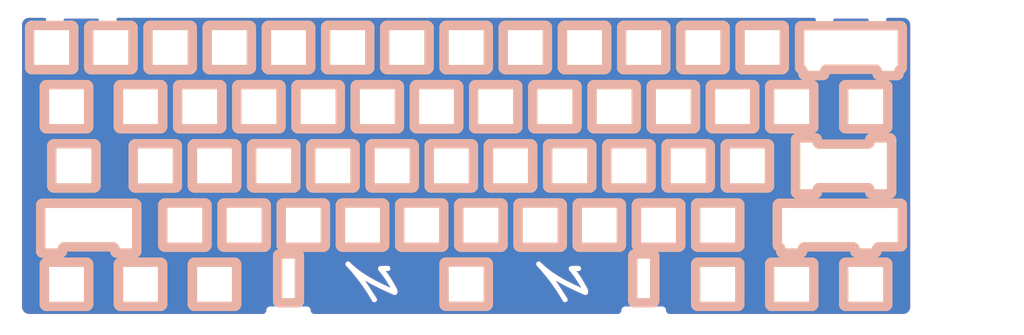
<source format=kicad_pcb>
(kicad_pcb (version 20171130) (host pcbnew "(5.1.11)-1")
  (layers (0 F.Cu signal) (31 B.Cu signal) (34 B.Paste user) (35 F.Paste user) (36 B.SilkS user) (37 F.SilkS user) (38 B.Mask user) (39 F.Mask user) (44 Edge.Cuts user))
  (net 0 "")
  (gr_line (start 249.597481 117.655573) (end 288.791231 117.655573) (layer B.SilkS) (width 3))
  (gr_curve (pts (xy 249.597481 117.655573) (xy 249.321339 117.655573) (xy 249.097481 117.87943) (xy 249.097481 118.155573)) (layer B.SilkS) (width 3))
  (gr_line (start 249.097481 131.155573) (end 249.097481 118.155573) (layer B.SilkS) (width 3))
  (gr_curve (pts (xy 249.097481 131.155573) (xy 249.097481 131.431715) (xy 249.321339 131.655573) (xy 249.597481 131.655573)) (layer B.SilkS) (width 3))
  (gr_line (start 249.684481 131.655573) (end 249.597481 131.655573) (layer B.SilkS) (width 3))
  (gr_curve (pts (xy 250.184481 132.155573) (xy 250.184481 131.87943) (xy 249.960624 131.655573) (xy 249.684481 131.655573)) (layer B.SilkS) (width 3))
  (gr_line (start 250.184481 133.155573) (end 250.184481 132.155573) (layer B.SilkS) (width 3))
  (gr_curve (pts (xy 250.184481 133.155573) (xy 250.184481 133.431715) (xy 250.408339 133.655573) (xy 250.684481 133.655573)) (layer B.SilkS) (width 3))
  (gr_line (start 256.684481 133.655573) (end 250.684481 133.655573) (layer B.SilkS) (width 3))
  (gr_curve (pts (xy 256.684481 133.655573) (xy 256.960624 133.655573) (xy 257.184481 133.431715) (xy 257.184481 133.155573)) (layer B.SilkS) (width 3))
  (gr_line (start 257.184481 132.155573) (end 257.184481 133.155573) (layer B.SilkS) (width 3))
  (gr_curve (pts (xy 257.684481 131.655573) (xy 257.408339 131.655573) (xy 257.184481 131.87943) (xy 257.184481 132.155573)) (layer B.SilkS) (width 3))
  (gr_line (start 273.560481 131.655573) (end 257.684481 131.655573) (layer B.SilkS) (width 3))
  (gr_curve (pts (xy 274.060481 132.155573) (xy 274.060481 131.87943) (xy 273.836624 131.655573) (xy 273.560481 131.655573)) (layer B.SilkS) (width 3))
  (gr_line (start 274.060481 133.155573) (end 274.060481 132.155573) (layer B.SilkS) (width 3))
  (gr_curve (pts (xy 274.060481 133.155573) (xy 274.060481 133.431715) (xy 274.284339 133.655573) (xy 274.560481 133.655573)) (layer B.SilkS) (width 3))
  (gr_line (start 280.560481 133.655573) (end 274.560481 133.655573) (layer B.SilkS) (width 3))
  (gr_curve (pts (xy 280.560481 133.655573) (xy 280.836624 133.655573) (xy 281.060481 133.431715) (xy 281.060481 133.155573)) (layer B.SilkS) (width 3))
  (gr_line (start 281.060481 132.155573) (end 281.060481 133.155573) (layer B.SilkS) (width 3))
  (gr_curve (pts (xy 281.560481 131.655573) (xy 281.284339 131.655573) (xy 281.060481 131.87943) (xy 281.060481 132.155573)) (layer B.SilkS) (width 3))
  (gr_line (start 288.791231 131.655573) (end 281.560481 131.655573) (layer B.SilkS) (width 3))
  (gr_curve (pts (xy 288.791231 131.655573) (xy 289.067374 131.655573) (xy 289.291231 131.431715) (xy 289.291231 131.155573)) (layer B.SilkS) (width 3))
  (gr_line (start 289.291231 118.155573) (end 289.291231 131.155573) (layer B.SilkS) (width 3))
  (gr_curve (pts (xy 289.291231 118.155573) (xy 289.291231 117.87943) (xy 289.067374 117.655573) (xy 288.791231 117.655573)) (layer B.SilkS) (width 3))
  (gr_line (start 256.741231 60.505573) (end 288.791231 60.505573) (layer B.SilkS) (width 3))
  (gr_curve (pts (xy 256.741231 60.505573) (xy 256.465089 60.505573) (xy 256.241231 60.72943) (xy 256.241231 61.005573)) (layer B.SilkS) (width 3))
  (gr_line (start 256.241231 74.005573) (end 256.241231 61.005573) (layer B.SilkS) (width 3))
  (gr_curve (pts (xy 256.241231 74.005573) (xy 256.241231 74.281715) (xy 256.465089 74.505573) (xy 256.741231 74.505573)) (layer B.SilkS) (width 3))
  (gr_line (start 256.828231 74.505573) (end 256.741231 74.505573) (layer B.SilkS) (width 3))
  (gr_curve (pts (xy 257.328231 75.005573) (xy 257.328231 74.72943) (xy 257.104374 74.505573) (xy 256.828231 74.505573)) (layer B.SilkS) (width 3))
  (gr_line (start 257.328231 76.005573) (end 257.328231 75.005573) (layer B.SilkS) (width 3))
  (gr_curve (pts (xy 257.328231 76.005573) (xy 257.328231 76.281715) (xy 257.552089 76.505573) (xy 257.828231 76.505573)) (layer B.SilkS) (width 3))
  (gr_line (start 263.828231 76.505573) (end 257.828231 76.505573) (layer B.SilkS) (width 3))
  (gr_curve (pts (xy 263.828231 76.505573) (xy 264.104374 76.505573) (xy 264.328231 76.281715) (xy 264.328231 76.005573)) (layer B.SilkS) (width 3))
  (gr_line (start 264.328231 75.005573) (end 264.328231 76.005573) (layer B.SilkS) (width 3))
  (gr_curve (pts (xy 264.828231 74.505573) (xy 264.552089 74.505573) (xy 264.328231 74.72943) (xy 264.328231 75.005573)) (layer B.SilkS) (width 3))
  (gr_line (start 280.704231 74.505573) (end 264.828231 74.505573) (layer B.SilkS) (width 3))
  (gr_curve (pts (xy 281.204231 75.005573) (xy 281.204231 74.72943) (xy 280.980374 74.505573) (xy 280.704231 74.505573)) (layer B.SilkS) (width 3))
  (gr_line (start 281.204231 76.005573) (end 281.204231 75.005573) (layer B.SilkS) (width 3))
  (gr_curve (pts (xy 281.204231 76.005573) (xy 281.204231 76.281715) (xy 281.428089 76.505573) (xy 281.704231 76.505573)) (layer B.SilkS) (width 3))
  (gr_line (start 287.704231 76.505573) (end 281.704231 76.505573) (layer B.SilkS) (width 3))
  (gr_curve (pts (xy 287.704231 76.505573) (xy 287.980374 76.505573) (xy 288.204231 76.281715) (xy 288.204231 76.005573)) (layer B.SilkS) (width 3))
  (gr_line (start 288.204231 75.005573) (end 288.204231 76.005573) (layer B.SilkS) (width 3))
  (gr_curve (pts (xy 288.704231 74.505573) (xy 288.428089 74.505573) (xy 288.204231 74.72943) (xy 288.204231 75.005573)) (layer B.SilkS) (width 3))
  (gr_line (start 288.791231 74.505573) (end 288.704231 74.505573) (layer B.SilkS) (width 3))
  (gr_curve (pts (xy 288.791231 74.505573) (xy 289.067374 74.505573) (xy 289.291231 74.281715) (xy 289.291231 74.005573)) (layer B.SilkS) (width 3))
  (gr_line (start 289.291231 61.005573) (end 289.291231 74.005573) (layer B.SilkS) (width 3))
  (gr_curve (pts (xy 289.291231 61.005573) (xy 289.291231 60.72943) (xy 289.067374 60.505573) (xy 288.791231 60.505573)) (layer B.SilkS) (width 3))
  (gr_curve (pts (xy 94.791235 133.964788) (xy 95.067373 133.964788) (xy 95.291235 134.188642) (xy 95.291235 134.464788)) (layer B.SilkS) (width 3))
  (gr_line (start 88.791235 133.964788) (end 94.791235 133.964788) (layer B.SilkS) (width 3))
  (gr_curve (pts (xy 88.291235 134.464788) (xy 88.291235 134.188642) (xy 88.515096 133.964788) (xy 88.791235 133.964788)) (layer B.SilkS) (width 3))
  (gr_line (start 88.291235 149.155573) (end 88.291235 134.464788) (layer B.SilkS) (width 3))
  (gr_curve (pts (xy 88.791235 149.655573) (xy 88.515096 149.655573) (xy 88.291235 149.431719) (xy 88.291235 149.155573)) (layer B.SilkS) (width 3))
  (gr_line (start 94.791235 149.655573) (end 88.791235 149.655573) (layer B.SilkS) (width 3))
  (gr_curve (pts (xy 95.291235 149.155573) (xy 95.291235 149.431719) (xy 95.067373 149.655573) (xy 94.791235 149.655573)) (layer B.SilkS) (width 3))
  (gr_line (start 95.291235 134.464788) (end 95.291235 149.155573) (layer B.SilkS) (width 3))
  (gr_curve (pts (xy 209.091233 133.964788) (xy 209.367379 133.964788) (xy 209.591233 134.188642) (xy 209.591233 134.464788)) (layer B.SilkS) (width 3))
  (gr_line (start 203.091233 133.964788) (end 209.091233 133.964788) (layer B.SilkS) (width 3))
  (gr_curve (pts (xy 202.591233 134.464788) (xy 202.591233 134.188642) (xy 202.815087 133.964788) (xy 203.091233 133.964788)) (layer B.SilkS) (width 3))
  (gr_line (start 202.591233 149.155573) (end 202.591233 134.464788) (layer B.SilkS) (width 3))
  (gr_curve (pts (xy 203.091233 149.655573) (xy 202.815087 149.655573) (xy 202.591233 149.431719) (xy 202.591233 149.155573)) (layer B.SilkS) (width 3))
  (gr_line (start 209.091233 149.655573) (end 203.091233 149.655573) (layer B.SilkS) (width 3))
  (gr_curve (pts (xy 209.591233 149.155573) (xy 209.591233 149.431719) (xy 209.367379 149.655573) (xy 209.091233 149.655573)) (layer B.SilkS) (width 3))
  (gr_line (start 209.591233 134.464788) (end 209.591233 149.155573) (layer B.SilkS) (width 3))
  (gr_curve (pts (xy 155.534087 136.555573) (xy 155.81417 136.555573) (xy 156.04123 136.782625) (xy 156.04123 137.062716)) (layer B.SilkS) (width 3))
  (gr_line (start 142.348373 136.555573) (end 155.534087 136.555573) (layer B.SilkS) (width 3))
  (gr_curve (pts (xy 141.84123 137.062716) (xy 141.84123 136.782625) (xy 142.06829 136.555573) (xy 142.348373 136.555573)) (layer B.SilkS) (width 3))
  (gr_line (start 141.84123 150.24843) (end 141.84123 137.062716) (layer B.SilkS) (width 3))
  (gr_curve (pts (xy 142.348373 150.755573) (xy 142.06829 150.755573) (xy 141.84123 150.528521) (xy 141.84123 150.24843)) (layer B.SilkS) (width 3))
  (gr_line (start 155.534087 150.755573) (end 142.348373 150.755573) (layer B.SilkS) (width 3))
  (gr_curve (pts (xy 156.04123 150.24843) (xy 156.04123 150.528521) (xy 155.81417 150.755573) (xy 155.534087 150.755573)) (layer B.SilkS) (width 3))
  (gr_line (start 156.04123 137.062716) (end 156.04123 150.24843) (layer B.SilkS) (width 3))
  (gr_curve (pts (xy 250.690921 60.405576) (xy 251.021994 60.405576) (xy 251.291056 60.674638) (xy 251.291056 61.005711)) (layer B.SilkS) (width 3))
  (gr_line (start 237.691542 60.405576) (end 250.690921 60.405576) (layer B.SilkS) (width 3))
  (gr_curve (pts (xy 237.091234 61.005711) (xy 237.091234 60.674638) (xy 237.36064 60.405576) (xy 237.691542 60.405576)) (layer B.SilkS) (width 3))
  (gr_line (start 237.091234 74.00509) (end 237.091234 61.005711) (layer B.SilkS) (width 3))
  (gr_curve (pts (xy 237.691542 74.605226) (xy 237.36064 74.605226) (xy 237.091234 74.336164) (xy 237.091234 74.00509)) (layer B.SilkS) (width 3))
  (gr_line (start 250.690921 74.605226) (end 237.691542 74.605226) (layer B.SilkS) (width 3))
  (gr_curve (pts (xy 251.291056 74.00509) (xy 251.291056 74.336164) (xy 251.021994 74.605226) (xy 250.690921 74.605226)) (layer B.SilkS) (width 3))
  (gr_line (start 251.291056 61.005711) (end 251.291056 74.00509) (layer B.SilkS) (width 3))
  (gr_curve (pts (xy 231.641093 60.405576) (xy 231.971822 60.405576) (xy 232.241056 60.674638) (xy 232.241056 61.005711)) (layer B.SilkS) (width 3))
  (gr_line (start 218.641369 60.405576) (end 231.641093 60.405576) (layer B.SilkS) (width 3))
  (gr_curve (pts (xy 218.041234 61.005711) (xy 218.041234 60.674638) (xy 218.310468 60.405576) (xy 218.641369 60.405576)) (layer B.SilkS) (width 3))
  (gr_line (start 218.041234 74.00509) (end 218.041234 61.005711) (layer B.SilkS) (width 3))
  (gr_curve (pts (xy 218.641369 74.605226) (xy 218.310468 74.605226) (xy 218.041234 74.336164) (xy 218.041234 74.00509)) (layer B.SilkS) (width 3))
  (gr_line (start 231.641093 74.605226) (end 218.641369 74.605226) (layer B.SilkS) (width 3))
  (gr_curve (pts (xy 232.241056 74.00509) (xy 232.241056 74.336164) (xy 231.971822 74.605226) (xy 231.641093 74.605226)) (layer B.SilkS) (width 3))
  (gr_line (start 232.241056 61.005711) (end 232.241056 74.00509) (layer B.SilkS) (width 3))
  (gr_curve (pts (xy 212.591093 60.405576) (xy 212.921822 60.405576) (xy 213.191056 60.674638) (xy 213.191056 61.005711)) (layer B.SilkS) (width 3))
  (gr_line (start 199.591369 60.405576) (end 212.591093 60.405576) (layer B.SilkS) (width 3))
  (gr_curve (pts (xy 198.991234 61.005711) (xy 198.991234 60.674638) (xy 199.260468 60.405576) (xy 199.591369 60.405576)) (layer B.SilkS) (width 3))
  (gr_line (start 198.991234 74.00509) (end 198.991234 61.005711) (layer B.SilkS) (width 3))
  (gr_curve (pts (xy 199.591369 74.605226) (xy 199.260468 74.605226) (xy 198.991234 74.336164) (xy 198.991234 74.00509)) (layer B.SilkS) (width 3))
  (gr_line (start 212.591093 74.605226) (end 199.591369 74.605226) (layer B.SilkS) (width 3))
  (gr_curve (pts (xy 213.191056 74.00509) (xy 213.191056 74.336164) (xy 212.921822 74.605226) (xy 212.591093 74.605226)) (layer B.SilkS) (width 3))
  (gr_line (start 213.191056 61.005711) (end 213.191056 74.00509) (layer B.SilkS) (width 3))
  (gr_curve (pts (xy 193.541093 60.405576) (xy 193.871822 60.405576) (xy 194.141056 60.674638) (xy 194.141056 61.005711)) (layer B.SilkS) (width 3))
  (gr_line (start 180.541369 60.405576) (end 193.541093 60.405576) (layer B.SilkS) (width 3))
  (gr_curve (pts (xy 179.941234 61.005711) (xy 179.941234 60.674638) (xy 180.210468 60.405576) (xy 180.541369 60.405576)) (layer B.SilkS) (width 3))
  (gr_line (start 179.941234 74.00509) (end 179.941234 61.005711) (layer B.SilkS) (width 3))
  (gr_curve (pts (xy 180.541369 74.605226) (xy 180.210468 74.605226) (xy 179.941234 74.336164) (xy 179.941234 74.00509)) (layer B.SilkS) (width 3))
  (gr_line (start 193.541093 74.605226) (end 180.541369 74.605226) (layer B.SilkS) (width 3))
  (gr_curve (pts (xy 194.141056 74.00509) (xy 194.141056 74.336164) (xy 193.871822 74.605226) (xy 193.541093 74.605226)) (layer B.SilkS) (width 3))
  (gr_line (start 194.141056 61.005711) (end 194.141056 74.00509) (layer B.SilkS) (width 3))
  (gr_curve (pts (xy 174.491093 60.405576) (xy 174.821822 60.405576) (xy 175.091056 60.674638) (xy 175.091056 61.005711)) (layer B.SilkS) (width 3))
  (gr_line (start 161.491369 60.405576) (end 174.491093 60.405576) (layer B.SilkS) (width 3))
  (gr_curve (pts (xy 160.891234 61.005711) (xy 160.891234 60.674638) (xy 161.160468 60.405576) (xy 161.491369 60.405576)) (layer B.SilkS) (width 3))
  (gr_line (start 160.891234 74.00509) (end 160.891234 61.005711) (layer B.SilkS) (width 3))
  (gr_curve (pts (xy 161.491369 74.605226) (xy 161.160468 74.605226) (xy 160.891234 74.336164) (xy 160.891234 74.00509)) (layer B.SilkS) (width 3))
  (gr_line (start 174.491093 74.605226) (end 161.491369 74.605226) (layer B.SilkS) (width 3))
  (gr_curve (pts (xy 175.091056 74.00509) (xy 175.091056 74.336164) (xy 174.821822 74.605226) (xy 174.491093 74.605226)) (layer B.SilkS) (width 3))
  (gr_line (start 175.091056 61.005711) (end 175.091056 74.00509) (layer B.SilkS) (width 3))
  (gr_curve (pts (xy 155.441093 60.405576) (xy 155.771822 60.405576) (xy 156.041056 60.674638) (xy 156.041056 61.005711)) (layer B.SilkS) (width 3))
  (gr_line (start 142.441369 60.405576) (end 155.441093 60.405576) (layer B.SilkS) (width 3))
  (gr_curve (pts (xy 141.841234 61.005711) (xy 141.841234 60.674638) (xy 142.110468 60.405576) (xy 142.441369 60.405576)) (layer B.SilkS) (width 3))
  (gr_line (start 141.841234 74.00509) (end 141.841234 61.005711) (layer B.SilkS) (width 3))
  (gr_curve (pts (xy 142.441369 74.605226) (xy 142.110468 74.605226) (xy 141.841234 74.336164) (xy 141.841234 74.00509)) (layer B.SilkS) (width 3))
  (gr_line (start 155.441093 74.605226) (end 142.441369 74.605226) (layer B.SilkS) (width 3))
  (gr_curve (pts (xy 156.041056 74.00509) (xy 156.041056 74.336164) (xy 155.771822 74.605226) (xy 155.441093 74.605226)) (layer B.SilkS) (width 3))
  (gr_line (start 156.041056 61.005711) (end 156.041056 74.00509) (layer B.SilkS) (width 3))
  (gr_curve (pts (xy 136.391093 60.405576) (xy 136.721822 60.405576) (xy 136.991056 60.674638) (xy 136.991056 61.005711)) (layer B.SilkS) (width 3))
  (gr_line (start 123.389991 60.405576) (end 136.391093 60.405576) (layer B.SilkS) (width 3))
  (gr_curve (pts (xy 122.789856 61.005711) (xy 122.789856 60.674638) (xy 123.05909 60.405576) (xy 123.389991 60.405576)) (layer B.SilkS) (width 3))
  (gr_line (start 122.789856 74.00509) (end 122.789856 61.005711) (layer B.SilkS) (width 3))
  (gr_curve (pts (xy 123.389991 74.605226) (xy 123.05909 74.605226) (xy 122.789856 74.336164) (xy 122.789856 74.00509)) (layer B.SilkS) (width 3))
  (gr_line (start 136.391093 74.605226) (end 123.389991 74.605226) (layer B.SilkS) (width 3))
  (gr_curve (pts (xy 136.991056 74.00509) (xy 136.991056 74.336164) (xy 136.721822 74.605226) (xy 136.391093 74.605226)) (layer B.SilkS) (width 3))
  (gr_line (start 136.991056 61.005711) (end 136.991056 74.00509) (layer B.SilkS) (width 3))
  (gr_curve (pts (xy 117.341093 60.405576) (xy 117.671822 60.405576) (xy 117.941056 60.674638) (xy 117.941056 61.005711)) (layer B.SilkS) (width 3))
  (gr_line (start 104.339991 60.405576) (end 117.341093 60.405576) (layer B.SilkS) (width 3))
  (gr_curve (pts (xy 103.739856 61.005711) (xy 103.739856 60.674638) (xy 104.00909 60.405576) (xy 104.339991 60.405576)) (layer B.SilkS) (width 3))
  (gr_line (start 103.739856 74.00509) (end 103.739856 61.005711) (layer B.SilkS) (width 3))
  (gr_curve (pts (xy 104.339991 74.605226) (xy 104.00909 74.605226) (xy 103.739856 74.336164) (xy 103.739856 74.00509)) (layer B.SilkS) (width 3))
  (gr_line (start 117.341093 74.605226) (end 104.339991 74.605226) (layer B.SilkS) (width 3))
  (gr_curve (pts (xy 117.941056 74.00509) (xy 117.941056 74.336164) (xy 117.671822 74.605226) (xy 117.341093 74.605226)) (layer B.SilkS) (width 3))
  (gr_line (start 117.941056 61.005711) (end 117.941056 74.00509) (layer B.SilkS) (width 3))
  (gr_curve (pts (xy 98.291093 60.405576) (xy 98.621822 60.405576) (xy 98.891056 60.674638) (xy 98.891056 61.005711)) (layer B.SilkS) (width 3))
  (gr_line (start 85.29137 60.405576) (end 98.291093 60.405576) (layer B.SilkS) (width 3))
  (gr_curve (pts (xy 84.691234 61.005711) (xy 84.691234 60.674638) (xy 84.960468 60.405576) (xy 85.29137 60.405576)) (layer B.SilkS) (width 3))
  (gr_line (start 84.691234 74.00509) (end 84.691234 61.005711) (layer B.SilkS) (width 3))
  (gr_curve (pts (xy 85.29137 74.605226) (xy 84.960468 74.605226) (xy 84.691234 74.336164) (xy 84.691234 74.00509)) (layer B.SilkS) (width 3))
  (gr_line (start 98.291093 74.605226) (end 85.29137 74.605226) (layer B.SilkS) (width 3))
  (gr_curve (pts (xy 98.891056 74.00509) (xy 98.891056 74.336164) (xy 98.621822 74.605226) (xy 98.291093 74.605226)) (layer B.SilkS) (width 3))
  (gr_line (start 98.891056 61.005711) (end 98.891056 74.00509) (layer B.SilkS) (width 3))
  (gr_curve (pts (xy 79.241093 60.405576) (xy 79.571822 60.405576) (xy 79.841056 60.674638) (xy 79.841056 61.005711)) (layer B.SilkS) (width 3))
  (gr_line (start 66.24137 60.405576) (end 79.241093 60.405576) (layer B.SilkS) (width 3))
  (gr_curve (pts (xy 65.641234 61.005711) (xy 65.641234 60.674638) (xy 65.910468 60.405576) (xy 66.24137 60.405576)) (layer B.SilkS) (width 3))
  (gr_line (start 65.641234 74.00509) (end 65.641234 61.005711) (layer B.SilkS) (width 3))
  (gr_curve (pts (xy 66.24137 74.605226) (xy 65.910468 74.605226) (xy 65.641234 74.336164) (xy 65.641234 74.00509)) (layer B.SilkS) (width 3))
  (gr_line (start 79.241093 74.605226) (end 66.24137 74.605226) (layer B.SilkS) (width 3))
  (gr_curve (pts (xy 79.841056 74.00509) (xy 79.841056 74.336164) (xy 79.571822 74.605226) (xy 79.241093 74.605226)) (layer B.SilkS) (width 3))
  (gr_line (start 79.841056 61.005711) (end 79.841056 74.00509) (layer B.SilkS) (width 3))
  (gr_curve (pts (xy 60.191093 60.405576) (xy 60.521822 60.405576) (xy 60.791056 60.674638) (xy 60.791056 61.005711)) (layer B.SilkS) (width 3))
  (gr_line (start 47.19137 60.405576) (end 60.191093 60.405576) (layer B.SilkS) (width 3))
  (gr_curve (pts (xy 46.591234 61.005711) (xy 46.591234 60.674638) (xy 46.860468 60.405576) (xy 47.19137 60.405576)) (layer B.SilkS) (width 3))
  (gr_line (start 46.591234 74.00509) (end 46.591234 61.005711) (layer B.SilkS) (width 3))
  (gr_curve (pts (xy 47.19137 74.605226) (xy 46.860468 74.605226) (xy 46.591234 74.336164) (xy 46.591234 74.00509)) (layer B.SilkS) (width 3))
  (gr_line (start 60.191093 74.605226) (end 47.19137 74.605226) (layer B.SilkS) (width 3))
  (gr_curve (pts (xy 60.791056 74.00509) (xy 60.791056 74.336164) (xy 60.521822 74.605226) (xy 60.191093 74.605226)) (layer B.SilkS) (width 3))
  (gr_line (start 60.791056 61.005711) (end 60.791056 74.00509) (layer B.SilkS) (width 3))
  (gr_curve (pts (xy 41.141093 60.405576) (xy 41.471822 60.405576) (xy 41.741056 60.674638) (xy 41.741056 61.005711)) (layer B.SilkS) (width 3))
  (gr_line (start 28.14137 60.405576) (end 41.141093 60.405576) (layer B.SilkS) (width 3))
  (gr_curve (pts (xy 27.541234 61.005711) (xy 27.541234 60.674638) (xy 27.810468 60.405576) (xy 28.14137 60.405576)) (layer B.SilkS) (width 3))
  (gr_line (start 27.541234 74.00509) (end 27.541234 61.005711) (layer B.SilkS) (width 3))
  (gr_curve (pts (xy 28.14137 74.605226) (xy 27.810468 74.605226) (xy 27.541234 74.336164) (xy 27.541234 74.00509)) (layer B.SilkS) (width 3))
  (gr_line (start 41.141093 74.605226) (end 28.14137 74.605226) (layer B.SilkS) (width 3))
  (gr_curve (pts (xy 41.741056 74.00509) (xy 41.741056 74.336164) (xy 41.471822 74.605226) (xy 41.141093 74.605226)) (layer B.SilkS) (width 3))
  (gr_line (start 41.741056 61.005711) (end 41.741056 74.00509) (layer B.SilkS) (width 3))
  (gr_curve (pts (xy 22.091093 60.405576) (xy 22.421822 60.405576) (xy 22.691056 60.674638) (xy 22.691056 61.005711)) (layer B.SilkS) (width 3))
  (gr_line (start 9.09137 60.405576) (end 22.091093 60.405576) (layer B.SilkS) (width 3))
  (gr_curve (pts (xy 8.491234 61.005711) (xy 8.491234 60.674638) (xy 8.760468 60.405576) (xy 9.09137 60.405576)) (layer B.SilkS) (width 3))
  (gr_line (start 8.491234 74.00509) (end 8.491234 61.005711) (layer B.SilkS) (width 3))
  (gr_curve (pts (xy 9.09137 74.605226) (xy 8.760468 74.605226) (xy 8.491234 74.336164) (xy 8.491234 74.00509)) (layer B.SilkS) (width 3))
  (gr_line (start 22.091093 74.605226) (end 9.09137 74.605226) (layer B.SilkS) (width 3))
  (gr_curve (pts (xy 22.691056 74.00509) (xy 22.691056 74.336164) (xy 22.421822 74.605226) (xy 22.091093 74.605226)) (layer B.SilkS) (width 3))
  (gr_line (start 22.691056 61.005711) (end 22.691056 74.00509) (layer B.SilkS) (width 3))
  (gr_curve (pts (xy 284.028421 79.455576) (xy 284.359494 79.455576) (xy 284.628556 79.724638) (xy 284.628556 80.055711)) (layer B.SilkS) (width 3))
  (gr_line (start 271.029042 79.455576) (end 284.028421 79.455576) (layer B.SilkS) (width 3))
  (gr_curve (pts (xy 270.428906 80.055711) (xy 270.428906 79.724638) (xy 270.697968 79.455576) (xy 271.029042 79.455576)) (layer B.SilkS) (width 3))
  (gr_line (start 270.428906 93.05509) (end 270.428906 80.055711) (layer B.SilkS) (width 3))
  (gr_curve (pts (xy 271.029042 93.655226) (xy 270.697968 93.655226) (xy 270.428906 93.386164) (xy 270.428906 93.05509)) (layer B.SilkS) (width 3))
  (gr_line (start 284.028421 93.655226) (end 271.029042 93.655226) (layer B.SilkS) (width 3))
  (gr_curve (pts (xy 284.628556 93.05509) (xy 284.628556 93.386164) (xy 284.359494 93.655226) (xy 284.028421 93.655226)) (layer B.SilkS) (width 3))
  (gr_line (start 284.628556 80.055711) (end 284.628556 93.05509) (layer B.SilkS) (width 3))
  (gr_curve (pts (xy 260.215921 79.455576) (xy 260.546994 79.455576) (xy 260.816056 79.724638) (xy 260.816056 80.055711)) (layer B.SilkS) (width 3))
  (gr_line (start 247.216542 79.455576) (end 260.215921 79.455576) (layer B.SilkS) (width 3))
  (gr_curve (pts (xy 246.616406 80.055711) (xy 246.616406 79.724638) (xy 246.885468 79.455576) (xy 247.216542 79.455576)) (layer B.SilkS) (width 3))
  (gr_line (start 246.616406 93.05509) (end 246.616406 80.055711) (layer B.SilkS) (width 3))
  (gr_curve (pts (xy 247.216542 93.655226) (xy 246.885468 93.655226) (xy 246.616406 93.386164) (xy 246.616406 93.05509)) (layer B.SilkS) (width 3))
  (gr_line (start 260.215921 93.655226) (end 247.216542 93.655226) (layer B.SilkS) (width 3))
  (gr_curve (pts (xy 260.816056 93.05509) (xy 260.816056 93.386164) (xy 260.546994 93.655226) (xy 260.215921 93.655226)) (layer B.SilkS) (width 3))
  (gr_line (start 260.816056 80.055711) (end 260.816056 93.05509) (layer B.SilkS) (width 3))
  (gr_curve (pts (xy 241.165921 79.455576) (xy 241.496994 79.455576) (xy 241.766056 79.724638) (xy 241.766056 80.055711)) (layer B.SilkS) (width 3))
  (gr_line (start 228.166369 79.455576) (end 241.165921 79.455576) (layer B.SilkS) (width 3))
  (gr_curve (pts (xy 227.566234 80.055711) (xy 227.566234 79.724638) (xy 227.835468 79.455576) (xy 228.166369 79.455576)) (layer B.SilkS) (width 3))
  (gr_line (start 227.566234 93.05509) (end 227.566234 80.055711) (layer B.SilkS) (width 3))
  (gr_curve (pts (xy 228.166369 93.655226) (xy 227.835468 93.655226) (xy 227.566234 93.386164) (xy 227.566234 93.05509)) (layer B.SilkS) (width 3))
  (gr_line (start 241.165921 93.655226) (end 228.166369 93.655226) (layer B.SilkS) (width 3))
  (gr_curve (pts (xy 241.766056 93.05509) (xy 241.766056 93.386164) (xy 241.496994 93.655226) (xy 241.165921 93.655226)) (layer B.SilkS) (width 3))
  (gr_line (start 241.766056 80.055711) (end 241.766056 93.05509) (layer B.SilkS) (width 3))
  (gr_curve (pts (xy 222.116093 79.455576) (xy 222.446822 79.455576) (xy 222.716056 79.724638) (xy 222.716056 80.055711)) (layer B.SilkS) (width 3))
  (gr_line (start 209.116369 79.455576) (end 222.116093 79.455576) (layer B.SilkS) (width 3))
  (gr_curve (pts (xy 208.516234 80.055711) (xy 208.516234 79.724638) (xy 208.785468 79.455576) (xy 209.116369 79.455576)) (layer B.SilkS) (width 3))
  (gr_line (start 208.516234 93.05509) (end 208.516234 80.055711) (layer B.SilkS) (width 3))
  (gr_curve (pts (xy 209.116369 93.655226) (xy 208.785468 93.655226) (xy 208.516234 93.386164) (xy 208.516234 93.05509)) (layer B.SilkS) (width 3))
  (gr_line (start 222.116093 93.655226) (end 209.116369 93.655226) (layer B.SilkS) (width 3))
  (gr_curve (pts (xy 222.716056 93.05509) (xy 222.716056 93.386164) (xy 222.446822 93.655226) (xy 222.116093 93.655226)) (layer B.SilkS) (width 3))
  (gr_line (start 222.716056 80.055711) (end 222.716056 93.05509) (layer B.SilkS) (width 3))
  (gr_curve (pts (xy 203.066093 79.455576) (xy 203.396822 79.455576) (xy 203.666056 79.724638) (xy 203.666056 80.055711)) (layer B.SilkS) (width 3))
  (gr_line (start 190.066369 79.455576) (end 203.066093 79.455576) (layer B.SilkS) (width 3))
  (gr_curve (pts (xy 189.466234 80.055711) (xy 189.466234 79.724638) (xy 189.735468 79.455576) (xy 190.066369 79.455576)) (layer B.SilkS) (width 3))
  (gr_line (start 189.466234 93.05509) (end 189.466234 80.055711) (layer B.SilkS) (width 3))
  (gr_curve (pts (xy 190.066369 93.655226) (xy 189.735468 93.655226) (xy 189.466234 93.386164) (xy 189.466234 93.05509)) (layer B.SilkS) (width 3))
  (gr_line (start 203.066093 93.655226) (end 190.066369 93.655226) (layer B.SilkS) (width 3))
  (gr_curve (pts (xy 203.666056 93.05509) (xy 203.666056 93.386164) (xy 203.396822 93.655226) (xy 203.066093 93.655226)) (layer B.SilkS) (width 3))
  (gr_line (start 203.666056 80.055711) (end 203.666056 93.05509) (layer B.SilkS) (width 3))
  (gr_curve (pts (xy 184.016093 79.455576) (xy 184.346822 79.455576) (xy 184.616056 79.724638) (xy 184.616056 80.055711)) (layer B.SilkS) (width 3))
  (gr_line (start 171.016369 79.455576) (end 184.016093 79.455576) (layer B.SilkS) (width 3))
  (gr_curve (pts (xy 170.416234 80.055711) (xy 170.416234 79.724638) (xy 170.685468 79.455576) (xy 171.016369 79.455576)) (layer B.SilkS) (width 3))
  (gr_line (start 170.416234 93.05509) (end 170.416234 80.055711) (layer B.SilkS) (width 3))
  (gr_curve (pts (xy 171.016369 93.655226) (xy 170.685468 93.655226) (xy 170.416234 93.386164) (xy 170.416234 93.05509)) (layer B.SilkS) (width 3))
  (gr_line (start 184.016093 93.655226) (end 171.016369 93.655226) (layer B.SilkS) (width 3))
  (gr_curve (pts (xy 184.616056 93.05509) (xy 184.616056 93.386164) (xy 184.346822 93.655226) (xy 184.016093 93.655226)) (layer B.SilkS) (width 3))
  (gr_line (start 184.616056 80.055711) (end 184.616056 93.05509) (layer B.SilkS) (width 3))
  (gr_curve (pts (xy 164.966093 79.455576) (xy 165.296822 79.455576) (xy 165.566056 79.724638) (xy 165.566056 80.055711)) (layer B.SilkS) (width 3))
  (gr_line (start 151.966369 79.455576) (end 164.966093 79.455576) (layer B.SilkS) (width 3))
  (gr_curve (pts (xy 151.366234 80.055711) (xy 151.366234 79.724638) (xy 151.635468 79.455576) (xy 151.966369 79.455576)) (layer B.SilkS) (width 3))
  (gr_line (start 151.366234 93.05509) (end 151.366234 80.055711) (layer B.SilkS) (width 3))
  (gr_curve (pts (xy 151.966369 93.655226) (xy 151.635468 93.655226) (xy 151.366234 93.386164) (xy 151.366234 93.05509)) (layer B.SilkS) (width 3))
  (gr_line (start 164.966093 93.655226) (end 151.966369 93.655226) (layer B.SilkS) (width 3))
  (gr_curve (pts (xy 165.566056 93.05509) (xy 165.566056 93.386164) (xy 165.296822 93.655226) (xy 164.966093 93.655226)) (layer B.SilkS) (width 3))
  (gr_line (start 165.566056 80.055711) (end 165.566056 93.05509) (layer B.SilkS) (width 3))
  (gr_curve (pts (xy 145.916093 79.455576) (xy 146.246822 79.455576) (xy 146.516056 79.724638) (xy 146.516056 80.055711)) (layer B.SilkS) (width 3))
  (gr_line (start 132.916369 79.455576) (end 145.916093 79.455576) (layer B.SilkS) (width 3))
  (gr_curve (pts (xy 132.316234 80.055711) (xy 132.316234 79.724638) (xy 132.585468 79.455576) (xy 132.916369 79.455576)) (layer B.SilkS) (width 3))
  (gr_line (start 132.316234 93.05509) (end 132.316234 80.055711) (layer B.SilkS) (width 3))
  (gr_curve (pts (xy 132.916369 93.655226) (xy 132.585468 93.655226) (xy 132.316234 93.386164) (xy 132.316234 93.05509)) (layer B.SilkS) (width 3))
  (gr_line (start 145.916093 93.655226) (end 132.916369 93.655226) (layer B.SilkS) (width 3))
  (gr_curve (pts (xy 146.516056 93.05509) (xy 146.516056 93.386164) (xy 146.246822 93.655226) (xy 145.916093 93.655226)) (layer B.SilkS) (width 3))
  (gr_line (start 146.516056 80.055711) (end 146.516056 93.05509) (layer B.SilkS) (width 3))
  (gr_curve (pts (xy 126.866093 79.455576) (xy 127.196822 79.455576) (xy 127.466056 79.724638) (xy 127.466056 80.055711)) (layer B.SilkS) (width 3))
  (gr_line (start 113.86637 79.455576) (end 126.866093 79.455576) (layer B.SilkS) (width 3))
  (gr_curve (pts (xy 113.266234 80.055711) (xy 113.266234 79.724638) (xy 113.535468 79.455576) (xy 113.86637 79.455576)) (layer B.SilkS) (width 3))
  (gr_line (start 113.266234 93.05509) (end 113.266234 80.055711) (layer B.SilkS) (width 3))
  (gr_curve (pts (xy 113.86637 93.655226) (xy 113.535468 93.655226) (xy 113.266234 93.386164) (xy 113.266234 93.05509)) (layer B.SilkS) (width 3))
  (gr_line (start 126.866093 93.655226) (end 113.86637 93.655226) (layer B.SilkS) (width 3))
  (gr_curve (pts (xy 127.466056 93.05509) (xy 127.466056 93.386164) (xy 127.196822 93.655226) (xy 126.866093 93.655226)) (layer B.SilkS) (width 3))
  (gr_line (start 127.466056 80.055711) (end 127.466056 93.05509) (layer B.SilkS) (width 3))
  (gr_curve (pts (xy 107.816093 79.455576) (xy 108.146822 79.455576) (xy 108.416056 79.724638) (xy 108.416056 80.055711)) (layer B.SilkS) (width 3))
  (gr_line (start 94.81637 79.455576) (end 107.816093 79.455576) (layer B.SilkS) (width 3))
  (gr_curve (pts (xy 94.216234 80.055711) (xy 94.216234 79.724638) (xy 94.485468 79.455576) (xy 94.81637 79.455576)) (layer B.SilkS) (width 3))
  (gr_line (start 94.216234 93.05509) (end 94.216234 80.055711) (layer B.SilkS) (width 3))
  (gr_curve (pts (xy 94.81637 93.655226) (xy 94.485468 93.655226) (xy 94.216234 93.386164) (xy 94.216234 93.05509)) (layer B.SilkS) (width 3))
  (gr_line (start 107.816093 93.655226) (end 94.81637 93.655226) (layer B.SilkS) (width 3))
  (gr_curve (pts (xy 108.416056 93.05509) (xy 108.416056 93.386164) (xy 108.146822 93.655226) (xy 107.816093 93.655226)) (layer B.SilkS) (width 3))
  (gr_line (start 108.416056 80.055711) (end 108.416056 93.05509) (layer B.SilkS) (width 3))
  (gr_curve (pts (xy 88.766093 79.455576) (xy 89.096822 79.455576) (xy 89.366056 79.724638) (xy 89.366056 80.055711)) (layer B.SilkS) (width 3))
  (gr_line (start 75.76637 79.455576) (end 88.766093 79.455576) (layer B.SilkS) (width 3))
  (gr_curve (pts (xy 75.166234 80.055711) (xy 75.166234 79.724638) (xy 75.435468 79.455576) (xy 75.76637 79.455576)) (layer B.SilkS) (width 3))
  (gr_line (start 75.166234 93.05509) (end 75.166234 80.055711) (layer B.SilkS) (width 3))
  (gr_curve (pts (xy 75.76637 93.655226) (xy 75.435468 93.655226) (xy 75.166234 93.386164) (xy 75.166234 93.05509)) (layer B.SilkS) (width 3))
  (gr_line (start 88.766093 93.655226) (end 75.76637 93.655226) (layer B.SilkS) (width 3))
  (gr_curve (pts (xy 89.366056 93.05509) (xy 89.366056 93.386164) (xy 89.096822 93.655226) (xy 88.766093 93.655226)) (layer B.SilkS) (width 3))
  (gr_line (start 89.366056 80.055711) (end 89.366056 93.05509) (layer B.SilkS) (width 3))
  (gr_curve (pts (xy 69.716093 79.455576) (xy 70.046822 79.455576) (xy 70.316056 79.724638) (xy 70.316056 80.055711)) (layer B.SilkS) (width 3))
  (gr_line (start 56.71637 79.455576) (end 69.716093 79.455576) (layer B.SilkS) (width 3))
  (gr_curve (pts (xy 56.116234 80.055711) (xy 56.116234 79.724638) (xy 56.385468 79.455576) (xy 56.71637 79.455576)) (layer B.SilkS) (width 3))
  (gr_line (start 56.116234 93.05509) (end 56.116234 80.055711) (layer B.SilkS) (width 3))
  (gr_curve (pts (xy 56.71637 93.655226) (xy 56.385468 93.655226) (xy 56.116234 93.386164) (xy 56.116234 93.05509)) (layer B.SilkS) (width 3))
  (gr_line (start 69.716093 93.655226) (end 56.71637 93.655226) (layer B.SilkS) (width 3))
  (gr_curve (pts (xy 70.316056 93.05509) (xy 70.316056 93.386164) (xy 70.046822 93.655226) (xy 69.716093 93.655226)) (layer B.SilkS) (width 3))
  (gr_line (start 70.316056 80.055711) (end 70.316056 93.05509) (layer B.SilkS) (width 3))
  (gr_curve (pts (xy 50.666093 79.455576) (xy 50.996822 79.455576) (xy 51.266056 79.724638) (xy 51.266056 80.055711)) (layer B.SilkS) (width 3))
  (gr_line (start 37.66637 79.455576) (end 50.666093 79.455576) (layer B.SilkS) (width 3))
  (gr_curve (pts (xy 37.066234 80.055711) (xy 37.066234 79.724638) (xy 37.335468 79.455576) (xy 37.66637 79.455576)) (layer B.SilkS) (width 3))
  (gr_line (start 37.066234 93.05509) (end 37.066234 80.055711) (layer B.SilkS) (width 3))
  (gr_curve (pts (xy 37.66637 93.655226) (xy 37.335468 93.655226) (xy 37.066234 93.386164) (xy 37.066234 93.05509)) (layer B.SilkS) (width 3))
  (gr_line (start 50.666093 93.655226) (end 37.66637 93.655226) (layer B.SilkS) (width 3))
  (gr_curve (pts (xy 51.266056 93.05509) (xy 51.266056 93.386164) (xy 50.996822 93.655226) (xy 50.666093 93.655226)) (layer B.SilkS) (width 3))
  (gr_line (start 51.266056 80.055711) (end 51.266056 93.05509) (layer B.SilkS) (width 3))
  (gr_curve (pts (xy 26.853593 79.455576) (xy 27.184322 79.455576) (xy 27.453556 79.724638) (xy 27.453556 80.055711)) (layer B.SilkS) (width 3))
  (gr_line (start 13.85387 79.455576) (end 26.853593 79.455576) (layer B.SilkS) (width 3))
  (gr_curve (pts (xy 13.253734 80.055711) (xy 13.253734 79.724638) (xy 13.522968 79.455576) (xy 13.85387 79.455576)) (layer B.SilkS) (width 3))
  (gr_line (start 13.253734 93.05509) (end 13.253734 80.055711) (layer B.SilkS) (width 3))
  (gr_curve (pts (xy 13.85387 93.655226) (xy 13.522968 93.655226) (xy 13.253734 93.386164) (xy 13.253734 93.05509)) (layer B.SilkS) (width 3))
  (gr_line (start 26.853593 93.655226) (end 13.85387 93.655226) (layer B.SilkS) (width 3))
  (gr_curve (pts (xy 27.453556 93.05509) (xy 27.453556 93.386164) (xy 27.184322 93.655226) (xy 26.853593 93.655226)) (layer B.SilkS) (width 3))
  (gr_line (start 27.453556 80.055711) (end 27.453556 93.05509) (layer B.SilkS) (width 3))
  (gr_curve (pts (xy 245.928421 98.505576) (xy 246.259494 98.505576) (xy 246.528556 98.774638) (xy 246.528556 99.105711)) (layer B.SilkS) (width 3))
  (gr_line (start 232.928869 98.505576) (end 245.928421 98.505576) (layer B.SilkS) (width 3))
  (gr_curve (pts (xy 232.328734 99.105711) (xy 232.328734 98.774638) (xy 232.597968 98.505576) (xy 232.928869 98.505576)) (layer B.SilkS) (width 3))
  (gr_line (start 232.328734 112.10509) (end 232.328734 99.105711) (layer B.SilkS) (width 3))
  (gr_curve (pts (xy 232.928869 112.705226) (xy 232.597968 112.705226) (xy 232.328734 112.436164) (xy 232.328734 112.10509)) (layer B.SilkS) (width 3))
  (gr_line (start 245.928421 112.705226) (end 232.928869 112.705226) (layer B.SilkS) (width 3))
  (gr_curve (pts (xy 246.528556 112.10509) (xy 246.528556 112.436164) (xy 246.259494 112.705226) (xy 245.928421 112.705226)) (layer B.SilkS) (width 3))
  (gr_line (start 246.528556 99.105711) (end 246.528556 112.10509) (layer B.SilkS) (width 3))
  (gr_curve (pts (xy 226.878593 98.505576) (xy 227.209322 98.505576) (xy 227.478556 98.774638) (xy 227.478556 99.105711)) (layer B.SilkS) (width 3))
  (gr_line (start 213.878869 98.505576) (end 226.878593 98.505576) (layer B.SilkS) (width 3))
  (gr_curve (pts (xy 213.278734 99.105711) (xy 213.278734 98.774638) (xy 213.547968 98.505576) (xy 213.878869 98.505576)) (layer B.SilkS) (width 3))
  (gr_line (start 213.278734 112.10509) (end 213.278734 99.105711) (layer B.SilkS) (width 3))
  (gr_curve (pts (xy 213.878869 112.705226) (xy 213.547968 112.705226) (xy 213.278734 112.436164) (xy 213.278734 112.10509)) (layer B.SilkS) (width 3))
  (gr_line (start 226.878593 112.705226) (end 213.878869 112.705226) (layer B.SilkS) (width 3))
  (gr_curve (pts (xy 227.478556 112.10509) (xy 227.478556 112.436164) (xy 227.209322 112.705226) (xy 226.878593 112.705226)) (layer B.SilkS) (width 3))
  (gr_line (start 227.478556 99.105711) (end 227.478556 112.10509) (layer B.SilkS) (width 3))
  (gr_curve (pts (xy 207.828593 98.505576) (xy 208.159322 98.505576) (xy 208.428556 98.774638) (xy 208.428556 99.105711)) (layer B.SilkS) (width 3))
  (gr_line (start 194.828869 98.505576) (end 207.828593 98.505576) (layer B.SilkS) (width 3))
  (gr_curve (pts (xy 194.228734 99.105711) (xy 194.228734 98.774638) (xy 194.497968 98.505576) (xy 194.828869 98.505576)) (layer B.SilkS) (width 3))
  (gr_line (start 194.228734 112.10509) (end 194.228734 99.105711) (layer B.SilkS) (width 3))
  (gr_curve (pts (xy 194.828869 112.705226) (xy 194.497968 112.705226) (xy 194.228734 112.436164) (xy 194.228734 112.10509)) (layer B.SilkS) (width 3))
  (gr_line (start 207.828593 112.705226) (end 194.828869 112.705226) (layer B.SilkS) (width 3))
  (gr_curve (pts (xy 208.428556 112.10509) (xy 208.428556 112.436164) (xy 208.159322 112.705226) (xy 207.828593 112.705226)) (layer B.SilkS) (width 3))
  (gr_line (start 208.428556 99.105711) (end 208.428556 112.10509) (layer B.SilkS) (width 3))
  (gr_curve (pts (xy 188.778593 98.505576) (xy 189.109322 98.505576) (xy 189.378556 98.774638) (xy 189.378556 99.105711)) (layer B.SilkS) (width 3))
  (gr_line (start 175.778869 98.505576) (end 188.778593 98.505576) (layer B.SilkS) (width 3))
  (gr_curve (pts (xy 175.178734 99.105711) (xy 175.178734 98.774638) (xy 175.447968 98.505576) (xy 175.778869 98.505576)) (layer B.SilkS) (width 3))
  (gr_line (start 175.178734 112.10509) (end 175.178734 99.105711) (layer B.SilkS) (width 3))
  (gr_curve (pts (xy 175.778869 112.705226) (xy 175.447968 112.705226) (xy 175.178734 112.436164) (xy 175.178734 112.10509)) (layer B.SilkS) (width 3))
  (gr_line (start 188.778593 112.705226) (end 175.778869 112.705226) (layer B.SilkS) (width 3))
  (gr_curve (pts (xy 189.378556 112.10509) (xy 189.378556 112.436164) (xy 189.109322 112.705226) (xy 188.778593 112.705226)) (layer B.SilkS) (width 3))
  (gr_line (start 189.378556 99.105711) (end 189.378556 112.10509) (layer B.SilkS) (width 3))
  (gr_curve (pts (xy 169.728593 98.505576) (xy 170.059322 98.505576) (xy 170.328556 98.774638) (xy 170.328556 99.105711)) (layer B.SilkS) (width 3))
  (gr_line (start 156.728869 98.505576) (end 169.728593 98.505576) (layer B.SilkS) (width 3))
  (gr_curve (pts (xy 156.128734 99.105711) (xy 156.128734 98.774638) (xy 156.397968 98.505576) (xy 156.728869 98.505576)) (layer B.SilkS) (width 3))
  (gr_line (start 156.128734 112.10509) (end 156.128734 99.105711) (layer B.SilkS) (width 3))
  (gr_curve (pts (xy 156.728869 112.705226) (xy 156.397968 112.705226) (xy 156.128734 112.436164) (xy 156.128734 112.10509)) (layer B.SilkS) (width 3))
  (gr_line (start 169.728593 112.705226) (end 156.728869 112.705226) (layer B.SilkS) (width 3))
  (gr_curve (pts (xy 170.328556 112.10509) (xy 170.328556 112.436164) (xy 170.059322 112.705226) (xy 169.728593 112.705226)) (layer B.SilkS) (width 3))
  (gr_line (start 170.328556 99.105711) (end 170.328556 112.10509) (layer B.SilkS) (width 3))
  (gr_curve (pts (xy 150.678593 98.505576) (xy 151.009322 98.505576) (xy 151.278556 98.774638) (xy 151.278556 99.105711)) (layer B.SilkS) (width 3))
  (gr_line (start 137.678869 98.505576) (end 150.678593 98.505576) (layer B.SilkS) (width 3))
  (gr_curve (pts (xy 137.078734 99.105711) (xy 137.078734 98.774638) (xy 137.347968 98.505576) (xy 137.678869 98.505576)) (layer B.SilkS) (width 3))
  (gr_line (start 137.078734 112.10509) (end 137.078734 99.105711) (layer B.SilkS) (width 3))
  (gr_curve (pts (xy 137.678869 112.705226) (xy 137.347968 112.705226) (xy 137.078734 112.436164) (xy 137.078734 112.10509)) (layer B.SilkS) (width 3))
  (gr_line (start 150.678593 112.705226) (end 137.678869 112.705226) (layer B.SilkS) (width 3))
  (gr_curve (pts (xy 151.278556 112.10509) (xy 151.278556 112.436164) (xy 151.009322 112.705226) (xy 150.678593 112.705226)) (layer B.SilkS) (width 3))
  (gr_line (start 151.278556 99.105711) (end 151.278556 112.10509) (layer B.SilkS) (width 3))
  (gr_curve (pts (xy 131.628593 98.505576) (xy 131.959322 98.505576) (xy 132.228556 98.774638) (xy 132.228556 99.105711)) (layer B.SilkS) (width 3))
  (gr_line (start 118.62887 98.505576) (end 131.628593 98.505576) (layer B.SilkS) (width 3))
  (gr_curve (pts (xy 118.028734 99.105711) (xy 118.028734 98.774638) (xy 118.297968 98.505576) (xy 118.62887 98.505576)) (layer B.SilkS) (width 3))
  (gr_line (start 118.028734 112.10509) (end 118.028734 99.105711) (layer B.SilkS) (width 3))
  (gr_curve (pts (xy 118.62887 112.705226) (xy 118.297968 112.705226) (xy 118.028734 112.436164) (xy 118.028734 112.10509)) (layer B.SilkS) (width 3))
  (gr_line (start 131.628593 112.705226) (end 118.62887 112.705226) (layer B.SilkS) (width 3))
  (gr_curve (pts (xy 132.228556 112.10509) (xy 132.228556 112.436164) (xy 131.959322 112.705226) (xy 131.628593 112.705226)) (layer B.SilkS) (width 3))
  (gr_line (start 132.228556 99.105711) (end 132.228556 112.10509) (layer B.SilkS) (width 3))
  (gr_curve (pts (xy 112.578593 98.505576) (xy 112.909322 98.505576) (xy 113.178556 98.774638) (xy 113.178556 99.105711)) (layer B.SilkS) (width 3))
  (gr_line (start 99.57887 98.505576) (end 112.578593 98.505576) (layer B.SilkS) (width 3))
  (gr_curve (pts (xy 98.978734 99.105711) (xy 98.978734 98.774638) (xy 99.247968 98.505576) (xy 99.57887 98.505576)) (layer B.SilkS) (width 3))
  (gr_line (start 98.978734 112.10509) (end 98.978734 99.105711) (layer B.SilkS) (width 3))
  (gr_curve (pts (xy 99.57887 112.705226) (xy 99.247968 112.705226) (xy 98.978734 112.436164) (xy 98.978734 112.10509)) (layer B.SilkS) (width 3))
  (gr_line (start 112.578593 112.705226) (end 99.57887 112.705226) (layer B.SilkS) (width 3))
  (gr_curve (pts (xy 113.178556 112.10509) (xy 113.178556 112.436164) (xy 112.909322 112.705226) (xy 112.578593 112.705226)) (layer B.SilkS) (width 3))
  (gr_line (start 113.178556 99.105711) (end 113.178556 112.10509) (layer B.SilkS) (width 3))
  (gr_curve (pts (xy 93.528593 98.505576) (xy 93.859322 98.505576) (xy 94.128556 98.774638) (xy 94.128556 99.105711)) (layer B.SilkS) (width 3))
  (gr_line (start 80.52887 98.505576) (end 93.528593 98.505576) (layer B.SilkS) (width 3))
  (gr_curve (pts (xy 79.928734 99.105711) (xy 79.928734 98.774638) (xy 80.197968 98.505576) (xy 80.52887 98.505576)) (layer B.SilkS) (width 3))
  (gr_line (start 79.928734 112.10509) (end 79.928734 99.105711) (layer B.SilkS) (width 3))
  (gr_curve (pts (xy 80.52887 112.705226) (xy 80.197968 112.705226) (xy 79.928734 112.436164) (xy 79.928734 112.10509)) (layer B.SilkS) (width 3))
  (gr_line (start 93.528593 112.705226) (end 80.52887 112.705226) (layer B.SilkS) (width 3))
  (gr_curve (pts (xy 94.128556 112.10509) (xy 94.128556 112.436164) (xy 93.859322 112.705226) (xy 93.528593 112.705226)) (layer B.SilkS) (width 3))
  (gr_line (start 94.128556 99.105711) (end 94.128556 112.10509) (layer B.SilkS) (width 3))
  (gr_curve (pts (xy 74.478593 98.505576) (xy 74.809322 98.505576) (xy 75.078556 98.774638) (xy 75.078556 99.105711)) (layer B.SilkS) (width 3))
  (gr_line (start 61.47887 98.505576) (end 74.478593 98.505576) (layer B.SilkS) (width 3))
  (gr_curve (pts (xy 60.878734 99.105711) (xy 60.878734 98.774638) (xy 61.147968 98.505576) (xy 61.47887 98.505576)) (layer B.SilkS) (width 3))
  (gr_line (start 60.878734 112.10509) (end 60.878734 99.105711) (layer B.SilkS) (width 3))
  (gr_curve (pts (xy 61.47887 112.705226) (xy 61.147968 112.705226) (xy 60.878734 112.436164) (xy 60.878734 112.10509)) (layer B.SilkS) (width 3))
  (gr_line (start 74.478593 112.705226) (end 61.47887 112.705226) (layer B.SilkS) (width 3))
  (gr_curve (pts (xy 75.078556 112.10509) (xy 75.078556 112.436164) (xy 74.809322 112.705226) (xy 74.478593 112.705226)) (layer B.SilkS) (width 3))
  (gr_line (start 75.078556 99.105711) (end 75.078556 112.10509) (layer B.SilkS) (width 3))
  (gr_curve (pts (xy 55.428593 98.505576) (xy 55.759322 98.505576) (xy 56.028556 98.774638) (xy 56.028556 99.105711)) (layer B.SilkS) (width 3))
  (gr_line (start 42.42887 98.505576) (end 55.428593 98.505576) (layer B.SilkS) (width 3))
  (gr_curve (pts (xy 41.828734 99.105711) (xy 41.828734 98.774638) (xy 42.097968 98.505576) (xy 42.42887 98.505576)) (layer B.SilkS) (width 3))
  (gr_line (start 41.828734 112.10509) (end 41.828734 99.105711) (layer B.SilkS) (width 3))
  (gr_curve (pts (xy 42.42887 112.705226) (xy 42.097968 112.705226) (xy 41.828734 112.436164) (xy 41.828734 112.10509)) (layer B.SilkS) (width 3))
  (gr_line (start 55.428593 112.705226) (end 42.42887 112.705226) (layer B.SilkS) (width 3))
  (gr_curve (pts (xy 56.028556 112.10509) (xy 56.028556 112.436164) (xy 55.759322 112.705226) (xy 55.428593 112.705226)) (layer B.SilkS) (width 3))
  (gr_line (start 56.028556 99.105711) (end 56.028556 112.10509) (layer B.SilkS) (width 3))
  (gr_curve (pts (xy 29.234843 98.505576) (xy 29.565572 98.505576) (xy 29.834806 98.774638) (xy 29.834806 99.105711)) (layer B.SilkS) (width 3))
  (gr_line (start 16.233741 98.505576) (end 29.234843 98.505576) (layer B.SilkS) (width 3))
  (gr_curve (pts (xy 15.633606 99.105711) (xy 15.633606 98.774638) (xy 15.90284 98.505576) (xy 16.233741 98.505576)) (layer B.SilkS) (width 3))
  (gr_line (start 15.633606 112.10509) (end 15.633606 99.105711) (layer B.SilkS) (width 3))
  (gr_curve (pts (xy 16.233741 112.705226) (xy 15.90284 112.705226) (xy 15.633606 112.436164) (xy 15.633606 112.10509)) (layer B.SilkS) (width 3))
  (gr_line (start 29.234843 112.705226) (end 16.233741 112.705226) (layer B.SilkS) (width 3))
  (gr_curve (pts (xy 29.834806 112.10509) (xy 29.834806 112.436164) (xy 29.565572 112.705226) (xy 29.234843 112.705226)) (layer B.SilkS) (width 3))
  (gr_line (start 29.834806 99.105711) (end 29.834806 112.10509) (layer B.SilkS) (width 3))
  (gr_curve (pts (xy 236.403593 117.555576) (xy 236.734322 117.555576) (xy 237.003556 117.824638) (xy 237.003556 118.155711)) (layer B.SilkS) (width 3))
  (gr_line (start 223.403869 117.555576) (end 236.403593 117.555576) (layer B.SilkS) (width 3))
  (gr_curve (pts (xy 222.803734 118.155711) (xy 222.803734 117.824638) (xy 223.072968 117.555576) (xy 223.403869 117.555576)) (layer B.SilkS) (width 3))
  (gr_line (start 222.803734 131.15509) (end 222.803734 118.155711) (layer B.SilkS) (width 3))
  (gr_curve (pts (xy 223.403869 131.755226) (xy 223.072968 131.755226) (xy 222.803734 131.486164) (xy 222.803734 131.15509)) (layer B.SilkS) (width 3))
  (gr_line (start 236.403593 131.755226) (end 223.403869 131.755226) (layer B.SilkS) (width 3))
  (gr_curve (pts (xy 237.003556 131.15509) (xy 237.003556 131.486164) (xy 236.734322 131.755226) (xy 236.403593 131.755226)) (layer B.SilkS) (width 3))
  (gr_line (start 237.003556 118.155711) (end 237.003556 131.15509) (layer B.SilkS) (width 3))
  (gr_curve (pts (xy 217.353593 117.555576) (xy 217.684322 117.555576) (xy 217.953556 117.824638) (xy 217.953556 118.155711)) (layer B.SilkS) (width 3))
  (gr_line (start 204.353869 117.555576) (end 217.353593 117.555576) (layer B.SilkS) (width 3))
  (gr_curve (pts (xy 203.753734 118.155711) (xy 203.753734 117.824638) (xy 204.022968 117.555576) (xy 204.353869 117.555576)) (layer B.SilkS) (width 3))
  (gr_line (start 203.753734 131.15509) (end 203.753734 118.155711) (layer B.SilkS) (width 3))
  (gr_curve (pts (xy 204.353869 131.755226) (xy 204.022968 131.755226) (xy 203.753734 131.486164) (xy 203.753734 131.15509)) (layer B.SilkS) (width 3))
  (gr_line (start 217.353593 131.755226) (end 204.353869 131.755226) (layer B.SilkS) (width 3))
  (gr_curve (pts (xy 217.953556 131.15509) (xy 217.953556 131.486164) (xy 217.684322 131.755226) (xy 217.353593 131.755226)) (layer B.SilkS) (width 3))
  (gr_line (start 217.953556 118.155711) (end 217.953556 131.15509) (layer B.SilkS) (width 3))
  (gr_curve (pts (xy 198.303593 117.555576) (xy 198.634322 117.555576) (xy 198.903556 117.824638) (xy 198.903556 118.155711)) (layer B.SilkS) (width 3))
  (gr_line (start 185.303869 117.555576) (end 198.303593 117.555576) (layer B.SilkS) (width 3))
  (gr_curve (pts (xy 184.703734 118.155711) (xy 184.703734 117.824638) (xy 184.972968 117.555576) (xy 185.303869 117.555576)) (layer B.SilkS) (width 3))
  (gr_line (start 184.703734 131.15509) (end 184.703734 118.155711) (layer B.SilkS) (width 3))
  (gr_curve (pts (xy 185.303869 131.755226) (xy 184.972968 131.755226) (xy 184.703734 131.486164) (xy 184.703734 131.15509)) (layer B.SilkS) (width 3))
  (gr_line (start 198.303593 131.755226) (end 185.303869 131.755226) (layer B.SilkS) (width 3))
  (gr_curve (pts (xy 198.903556 131.15509) (xy 198.903556 131.486164) (xy 198.634322 131.755226) (xy 198.303593 131.755226)) (layer B.SilkS) (width 3))
  (gr_line (start 198.903556 118.155711) (end 198.903556 131.15509) (layer B.SilkS) (width 3))
  (gr_curve (pts (xy 179.253593 117.555576) (xy 179.584322 117.555576) (xy 179.853556 117.824638) (xy 179.853556 118.155711)) (layer B.SilkS) (width 3))
  (gr_line (start 166.253869 117.555576) (end 179.253593 117.555576) (layer B.SilkS) (width 3))
  (gr_curve (pts (xy 165.653734 118.155711) (xy 165.653734 117.824638) (xy 165.922968 117.555576) (xy 166.253869 117.555576)) (layer B.SilkS) (width 3))
  (gr_line (start 165.653734 131.15509) (end 165.653734 118.155711) (layer B.SilkS) (width 3))
  (gr_curve (pts (xy 166.253869 131.755226) (xy 165.922968 131.755226) (xy 165.653734 131.486164) (xy 165.653734 131.15509)) (layer B.SilkS) (width 3))
  (gr_line (start 179.253593 131.755226) (end 166.253869 131.755226) (layer B.SilkS) (width 3))
  (gr_curve (pts (xy 179.853556 131.15509) (xy 179.853556 131.486164) (xy 179.584322 131.755226) (xy 179.253593 131.755226)) (layer B.SilkS) (width 3))
  (gr_line (start 179.853556 118.155711) (end 179.853556 131.15509) (layer B.SilkS) (width 3))
  (gr_curve (pts (xy 160.203593 117.555576) (xy 160.534322 117.555576) (xy 160.803556 117.824638) (xy 160.803556 118.155711)) (layer B.SilkS) (width 3))
  (gr_line (start 147.203869 117.555576) (end 160.203593 117.555576) (layer B.SilkS) (width 3))
  (gr_curve (pts (xy 146.603734 118.155711) (xy 146.603734 117.824638) (xy 146.872968 117.555576) (xy 147.203869 117.555576)) (layer B.SilkS) (width 3))
  (gr_line (start 146.603734 131.15509) (end 146.603734 118.155711) (layer B.SilkS) (width 3))
  (gr_curve (pts (xy 147.203869 131.755226) (xy 146.872968 131.755226) (xy 146.603734 131.486164) (xy 146.603734 131.15509)) (layer B.SilkS) (width 3))
  (gr_line (start 160.203593 131.755226) (end 147.203869 131.755226) (layer B.SilkS) (width 3))
  (gr_curve (pts (xy 160.803556 131.15509) (xy 160.803556 131.486164) (xy 160.534322 131.755226) (xy 160.203593 131.755226)) (layer B.SilkS) (width 3))
  (gr_line (start 160.803556 118.155711) (end 160.803556 131.15509) (layer B.SilkS) (width 3))
  (gr_curve (pts (xy 141.153593 117.555576) (xy 141.484322 117.555576) (xy 141.753556 117.824638) (xy 141.753556 118.155711)) (layer B.SilkS) (width 3))
  (gr_line (start 128.153869 117.555576) (end 141.153593 117.555576) (layer B.SilkS) (width 3))
  (gr_curve (pts (xy 127.553734 118.155711) (xy 127.553734 117.824638) (xy 127.822968 117.555576) (xy 128.153869 117.555576)) (layer B.SilkS) (width 3))
  (gr_line (start 127.553734 131.15509) (end 127.553734 118.155711) (layer B.SilkS) (width 3))
  (gr_curve (pts (xy 128.153869 131.755226) (xy 127.822968 131.755226) (xy 127.553734 131.486164) (xy 127.553734 131.15509)) (layer B.SilkS) (width 3))
  (gr_line (start 141.153593 131.755226) (end 128.153869 131.755226) (layer B.SilkS) (width 3))
  (gr_curve (pts (xy 141.753556 131.15509) (xy 141.753556 131.486164) (xy 141.484322 131.755226) (xy 141.153593 131.755226)) (layer B.SilkS) (width 3))
  (gr_line (start 141.753556 118.155711) (end 141.753556 131.15509) (layer B.SilkS) (width 3))
  (gr_curve (pts (xy 122.103593 117.555576) (xy 122.434322 117.555576) (xy 122.703556 117.824638) (xy 122.703556 118.155711)) (layer B.SilkS) (width 3))
  (gr_line (start 109.10387 117.555576) (end 122.103593 117.555576) (layer B.SilkS) (width 3))
  (gr_curve (pts (xy 108.503734 118.155711) (xy 108.503734 117.824638) (xy 108.772968 117.555576) (xy 109.10387 117.555576)) (layer B.SilkS) (width 3))
  (gr_line (start 108.503734 131.15509) (end 108.503734 118.155711) (layer B.SilkS) (width 3))
  (gr_curve (pts (xy 109.10387 131.755226) (xy 108.772968 131.755226) (xy 108.503734 131.486164) (xy 108.503734 131.15509)) (layer B.SilkS) (width 3))
  (gr_line (start 122.103593 131.755226) (end 109.10387 131.755226) (layer B.SilkS) (width 3))
  (gr_curve (pts (xy 122.703556 131.15509) (xy 122.703556 131.486164) (xy 122.434322 131.755226) (xy 122.103593 131.755226)) (layer B.SilkS) (width 3))
  (gr_line (start 122.703556 118.155711) (end 122.703556 131.15509) (layer B.SilkS) (width 3))
  (gr_curve (pts (xy 103.053593 117.555576) (xy 103.384322 117.555576) (xy 103.653556 117.824638) (xy 103.653556 118.155711)) (layer B.SilkS) (width 3))
  (gr_line (start 90.05387 117.555576) (end 103.053593 117.555576) (layer B.SilkS) (width 3))
  (gr_curve (pts (xy 89.453734 118.155711) (xy 89.453734 117.824638) (xy 89.722968 117.555576) (xy 90.05387 117.555576)) (layer B.SilkS) (width 3))
  (gr_line (start 89.453734 131.15509) (end 89.453734 118.155711) (layer B.SilkS) (width 3))
  (gr_curve (pts (xy 90.05387 131.755226) (xy 89.722968 131.755226) (xy 89.453734 131.486164) (xy 89.453734 131.15509)) (layer B.SilkS) (width 3))
  (gr_line (start 103.053593 131.755226) (end 90.05387 131.755226) (layer B.SilkS) (width 3))
  (gr_curve (pts (xy 103.653556 131.15509) (xy 103.653556 131.486164) (xy 103.384322 131.755226) (xy 103.053593 131.755226)) (layer B.SilkS) (width 3))
  (gr_line (start 103.653556 118.155711) (end 103.653556 131.15509) (layer B.SilkS) (width 3))
  (gr_curve (pts (xy 84.003593 117.555576) (xy 84.334322 117.555576) (xy 84.603556 117.824638) (xy 84.603556 118.155711)) (layer B.SilkS) (width 3))
  (gr_line (start 71.00387 117.555576) (end 84.003593 117.555576) (layer B.SilkS) (width 3))
  (gr_curve (pts (xy 70.403734 118.155711) (xy 70.403734 117.824638) (xy 70.672968 117.555576) (xy 71.00387 117.555576)) (layer B.SilkS) (width 3))
  (gr_line (start 70.403734 131.15509) (end 70.403734 118.155711) (layer B.SilkS) (width 3))
  (gr_curve (pts (xy 71.00387 131.755226) (xy 70.672968 131.755226) (xy 70.403734 131.486164) (xy 70.403734 131.15509)) (layer B.SilkS) (width 3))
  (gr_line (start 84.003593 131.755226) (end 71.00387 131.755226) (layer B.SilkS) (width 3))
  (gr_curve (pts (xy 84.603556 131.15509) (xy 84.603556 131.486164) (xy 84.334322 131.755226) (xy 84.003593 131.755226)) (layer B.SilkS) (width 3))
  (gr_line (start 84.603556 118.155711) (end 84.603556 131.15509) (layer B.SilkS) (width 3))
  (gr_curve (pts (xy 64.953593 117.555576) (xy 65.284322 117.555576) (xy 65.553556 117.824638) (xy 65.553556 118.155711)) (layer B.SilkS) (width 3))
  (gr_line (start 51.95387 117.555576) (end 64.953593 117.555576) (layer B.SilkS) (width 3))
  (gr_curve (pts (xy 51.353734 118.155711) (xy 51.353734 117.824638) (xy 51.622968 117.555576) (xy 51.95387 117.555576)) (layer B.SilkS) (width 3))
  (gr_line (start 51.353734 131.15509) (end 51.353734 118.155711) (layer B.SilkS) (width 3))
  (gr_curve (pts (xy 51.95387 131.755226) (xy 51.622968 131.755226) (xy 51.353734 131.486164) (xy 51.353734 131.15509)) (layer B.SilkS) (width 3))
  (gr_line (start 64.953593 131.755226) (end 51.95387 131.755226) (layer B.SilkS) (width 3))
  (gr_curve (pts (xy 65.553556 131.15509) (xy 65.553556 131.486164) (xy 65.284322 131.755226) (xy 64.953593 131.755226)) (layer B.SilkS) (width 3))
  (gr_line (start 65.553556 118.155711) (end 65.553556 131.15509) (layer B.SilkS) (width 3))
  (gr_curve (pts (xy 284.028421 136.605576) (xy 284.359494 136.605576) (xy 284.628556 136.874637) (xy 284.628556 137.205711)) (layer B.SilkS) (width 3))
  (gr_line (start 271.029042 136.605576) (end 284.028421 136.605576) (layer B.SilkS) (width 3))
  (gr_curve (pts (xy 270.428906 137.205711) (xy 270.428906 136.874637) (xy 270.697968 136.605576) (xy 271.029042 136.605576)) (layer B.SilkS) (width 3))
  (gr_line (start 270.428906 150.20509) (end 270.428906 137.205711) (layer B.SilkS) (width 3))
  (gr_curve (pts (xy 271.029042 150.805226) (xy 270.697968 150.805226) (xy 270.428906 150.536164) (xy 270.428906 150.20509)) (layer B.SilkS) (width 3))
  (gr_line (start 284.028421 150.805226) (end 271.029042 150.805226) (layer B.SilkS) (width 3))
  (gr_curve (pts (xy 284.628556 150.20509) (xy 284.628556 150.536164) (xy 284.359494 150.805226) (xy 284.028421 150.805226)) (layer B.SilkS) (width 3))
  (gr_line (start 284.628556 137.205711) (end 284.628556 150.20509) (layer B.SilkS) (width 3))
  (gr_curve (pts (xy 260.215921 136.605576) (xy 260.546994 136.605576) (xy 260.816056 136.874637) (xy 260.816056 137.205711)) (layer B.SilkS) (width 3))
  (gr_line (start 247.216542 136.605576) (end 260.215921 136.605576) (layer B.SilkS) (width 3))
  (gr_curve (pts (xy 246.616406 137.205711) (xy 246.616406 136.874637) (xy 246.885468 136.605576) (xy 247.216542 136.605576)) (layer B.SilkS) (width 3))
  (gr_line (start 246.616406 150.20509) (end 246.616406 137.205711) (layer B.SilkS) (width 3))
  (gr_curve (pts (xy 247.216542 150.805226) (xy 246.885468 150.805226) (xy 246.616406 150.536164) (xy 246.616406 150.20509)) (layer B.SilkS) (width 3))
  (gr_line (start 260.215921 150.805226) (end 247.216542 150.805226) (layer B.SilkS) (width 3))
  (gr_curve (pts (xy 260.816056 150.20509) (xy 260.816056 150.536164) (xy 260.546994 150.805226) (xy 260.215921 150.805226)) (layer B.SilkS) (width 3))
  (gr_line (start 260.816056 137.205711) (end 260.816056 150.20509) (layer B.SilkS) (width 3))
  (gr_curve (pts (xy 236.403593 136.605576) (xy 236.734322 136.605576) (xy 237.003556 136.874637) (xy 237.003556 137.205711)) (layer B.SilkS) (width 3))
  (gr_line (start 223.403869 136.605576) (end 236.403593 136.605576) (layer B.SilkS) (width 3))
  (gr_curve (pts (xy 222.803734 137.205711) (xy 222.803734 136.874637) (xy 223.072968 136.605576) (xy 223.403869 136.605576)) (layer B.SilkS) (width 3))
  (gr_line (start 222.803734 150.20509) (end 222.803734 137.205711) (layer B.SilkS) (width 3))
  (gr_curve (pts (xy 223.403869 150.805226) (xy 223.072968 150.805226) (xy 222.803734 150.536164) (xy 222.803734 150.20509)) (layer B.SilkS) (width 3))
  (gr_line (start 236.403593 150.805226) (end 223.403869 150.805226) (layer B.SilkS) (width 3))
  (gr_curve (pts (xy 237.003556 150.20509) (xy 237.003556 150.536164) (xy 236.734322 150.805226) (xy 236.403593 150.805226)) (layer B.SilkS) (width 3))
  (gr_line (start 237.003556 137.205711) (end 237.003556 150.20509) (layer B.SilkS) (width 3))
  (gr_curve (pts (xy 74.478593 136.605576) (xy 74.809322 136.605576) (xy 75.078556 136.874637) (xy 75.078556 137.205711)) (layer B.SilkS) (width 3))
  (gr_line (start 61.47887 136.605576) (end 74.478593 136.605576) (layer B.SilkS) (width 3))
  (gr_curve (pts (xy 60.878734 137.205711) (xy 60.878734 136.874637) (xy 61.147968 136.605576) (xy 61.47887 136.605576)) (layer B.SilkS) (width 3))
  (gr_line (start 60.878734 150.20509) (end 60.878734 137.205711) (layer B.SilkS) (width 3))
  (gr_curve (pts (xy 61.47887 150.805226) (xy 61.147968 150.805226) (xy 60.878734 150.536164) (xy 60.878734 150.20509)) (layer B.SilkS) (width 3))
  (gr_line (start 74.478593 150.805226) (end 61.47887 150.805226) (layer B.SilkS) (width 3))
  (gr_curve (pts (xy 75.078556 150.20509) (xy 75.078556 150.536164) (xy 74.809322 150.805226) (xy 74.478593 150.805226)) (layer B.SilkS) (width 3))
  (gr_line (start 75.078556 137.205711) (end 75.078556 150.20509) (layer B.SilkS) (width 3))
  (gr_curve (pts (xy 50.666093 136.605576) (xy 50.996822 136.605576) (xy 51.266056 136.874637) (xy 51.266056 137.205711)) (layer B.SilkS) (width 3))
  (gr_line (start 37.66637 136.605576) (end 50.666093 136.605576) (layer B.SilkS) (width 3))
  (gr_curve (pts (xy 37.066234 137.205711) (xy 37.066234 136.874637) (xy 37.335468 136.605576) (xy 37.66637 136.605576)) (layer B.SilkS) (width 3))
  (gr_line (start 37.066234 150.20509) (end 37.066234 137.205711) (layer B.SilkS) (width 3))
  (gr_curve (pts (xy 37.66637 150.805226) (xy 37.335468 150.805226) (xy 37.066234 150.536164) (xy 37.066234 150.20509)) (layer B.SilkS) (width 3))
  (gr_line (start 50.666093 150.805226) (end 37.66637 150.805226) (layer B.SilkS) (width 3))
  (gr_curve (pts (xy 51.266056 150.20509) (xy 51.266056 150.536164) (xy 50.996822 150.805226) (xy 50.666093 150.805226)) (layer B.SilkS) (width 3))
  (gr_line (start 51.266056 137.205711) (end 51.266056 150.20509) (layer B.SilkS) (width 3))
  (gr_curve (pts (xy 26.853593 136.605576) (xy 27.184322 136.605576) (xy 27.453556 136.874637) (xy 27.453556 137.205711)) (layer B.SilkS) (width 3))
  (gr_line (start 13.85387 136.605576) (end 26.853593 136.605576) (layer B.SilkS) (width 3))
  (gr_curve (pts (xy 13.253734 137.205711) (xy 13.253734 136.874637) (xy 13.522968 136.605576) (xy 13.85387 136.605576)) (layer B.SilkS) (width 3))
  (gr_line (start 13.253734 150.20509) (end 13.253734 137.205711) (layer B.SilkS) (width 3))
  (gr_curve (pts (xy 13.85387 150.805226) (xy 13.522968 150.805226) (xy 13.253734 150.536164) (xy 13.253734 150.20509)) (layer B.SilkS) (width 3))
  (gr_line (start 26.853593 150.805226) (end 13.85387 150.805226) (layer B.SilkS) (width 3))
  (gr_curve (pts (xy 27.453556 150.20509) (xy 27.453556 150.536164) (xy 27.184322 150.805226) (xy 26.853593 150.805226)) (layer B.SilkS) (width 3))
  (gr_line (start 27.453556 137.205711) (end 27.453556 150.20509) (layer B.SilkS) (width 3))
  (gr_line (start 261.946981 113.105573) (end 261.946981 114.105573) (layer B.SilkS) (width 3))
  (gr_curve (pts (xy 262.446981 112.605573) (xy 262.170839 112.605573) (xy 261.946981 112.82943) (xy 261.946981 113.105573)) (layer B.SilkS) (width 3))
  (gr_line (start 278.322981 112.605573) (end 262.446981 112.605573) (layer B.SilkS) (width 3))
  (gr_curve (pts (xy 278.822981 113.105573) (xy 278.822981 112.82943) (xy 278.599124 112.605573) (xy 278.322981 112.605573)) (layer B.SilkS) (width 3))
  (gr_line (start 278.822981 114.105573) (end 278.822981 113.105573) (layer B.SilkS) (width 3))
  (gr_curve (pts (xy 278.822981 114.105573) (xy 278.822981 114.381715) (xy 279.046839 114.605573) (xy 279.322981 114.605573)) (layer B.SilkS) (width 3))
  (gr_line (start 285.322981 114.605573) (end 279.322981 114.605573) (layer B.SilkS) (width 3))
  (gr_curve (pts (xy 285.322981 114.605573) (xy 285.599124 114.605573) (xy 285.822981 114.381715) (xy 285.822981 114.105573)) (layer B.SilkS) (width 3))
  (gr_line (start 285.822981 97.105573) (end 285.822981 114.105573) (layer B.SilkS) (width 3))
  (gr_curve (pts (xy 285.822981 97.105573) (xy 285.822981 96.82943) (xy 285.599124 96.605573) (xy 285.322981 96.605573)) (layer B.SilkS) (width 3))
  (gr_line (start 279.322981 96.605573) (end 285.322981 96.605573) (layer B.SilkS) (width 3))
  (gr_curve (pts (xy 279.322981 96.605573) (xy 279.046839 96.605573) (xy 278.822981 96.82943) (xy 278.822981 97.105573)) (layer B.SilkS) (width 3))
  (gr_line (start 278.822981 98.105573) (end 278.822981 97.105573) (layer B.SilkS) (width 3))
  (gr_curve (pts (xy 278.322981 98.605573) (xy 278.599124 98.605573) (xy 278.822981 98.381715) (xy 278.822981 98.105573)) (layer B.SilkS) (width 3))
  (gr_line (start 262.446981 98.605573) (end 278.322981 98.605573) (layer B.SilkS) (width 3))
  (gr_curve (pts (xy 261.946981 98.105573) (xy 261.946981 98.381715) (xy 262.170839 98.605573) (xy 262.446981 98.605573)) (layer B.SilkS) (width 3))
  (gr_line (start 261.946981 97.105573) (end 261.946981 98.105573) (layer B.SilkS) (width 3))
  (gr_curve (pts (xy 261.946981 97.105573) (xy 261.946981 96.82943) (xy 261.723124 96.605573) (xy 261.446981 96.605573)) (layer B.SilkS) (width 3))
  (gr_line (start 255.446981 96.605573) (end 261.446981 96.605573) (layer B.SilkS) (width 3))
  (gr_curve (pts (xy 255.446981 96.605573) (xy 255.170839 96.605573) (xy 254.946981 96.82943) (xy 254.946981 97.105573)) (layer B.SilkS) (width 3))
  (gr_line (start 254.946981 114.105573) (end 254.946981 97.105573) (layer B.SilkS) (width 3))
  (gr_curve (pts (xy 254.946981 114.105573) (xy 254.946981 114.381715) (xy 255.170839 114.605573) (xy 255.446981 114.605573)) (layer B.SilkS) (width 3))
  (gr_line (start 261.446981 114.605573) (end 255.446981 114.605573) (layer B.SilkS) (width 3))
  (gr_curve (pts (xy 261.446981 114.605573) (xy 261.723124 114.605573) (xy 261.946981 114.381715) (xy 261.946981 114.105573)) (layer B.SilkS) (width 3))
  (gr_line (start 19.059481 132.155573) (end 19.059481 133.155573) (layer B.SilkS) (width 3))
  (gr_curve (pts (xy 19.559481 131.655573) (xy 19.283339 131.655573) (xy 19.059481 131.87943) (xy 19.059481 132.155573)) (layer B.SilkS) (width 3))
  (gr_line (start 35.435481 131.655573) (end 19.559481 131.655573) (layer B.SilkS) (width 3))
  (gr_curve (pts (xy 35.935481 132.155573) (xy 35.935481 131.87943) (xy 35.711624 131.655573) (xy 35.435481 131.655573)) (layer B.SilkS) (width 3))
  (gr_line (start 35.935481 133.155573) (end 35.935481 132.155573) (layer B.SilkS) (width 3))
  (gr_curve (pts (xy 35.935481 133.155573) (xy 35.935481 133.431715) (xy 36.159339 133.655573) (xy 36.435481 133.655573)) (layer B.SilkS) (width 3))
  (gr_line (start 42.435481 133.655573) (end 36.435481 133.655573) (layer B.SilkS) (width 3))
  (gr_curve (pts (xy 42.435481 133.655573) (xy 42.711624 133.655573) (xy 42.935481 133.431715) (xy 42.935481 133.155573)) (layer B.SilkS) (width 3))
  (gr_line (start 42.935481 118.155573) (end 42.935481 133.155573) (layer B.SilkS) (width 3))
  (gr_curve (pts (xy 42.935481 118.155573) (xy 42.935481 117.87943) (xy 42.711624 117.655573) (xy 42.435481 117.655573)) (layer B.SilkS) (width 3))
  (gr_line (start 12.559481 117.655573) (end 42.435481 117.655573) (layer B.SilkS) (width 3))
  (gr_curve (pts (xy 12.559481 117.655573) (xy 12.283339 117.655573) (xy 12.059481 117.87943) (xy 12.059481 118.155573)) (layer B.SilkS) (width 3))
  (gr_line (start 12.059481 133.155573) (end 12.059481 118.155573) (layer B.SilkS) (width 3))
  (gr_curve (pts (xy 12.059481 133.155573) (xy 12.059481 133.431715) (xy 12.283339 133.655573) (xy 12.559481 133.655573)) (layer B.SilkS) (width 3))
  (gr_line (start 18.559481 133.655573) (end 12.559481 133.655573) (layer B.SilkS) (width 3))
  (gr_curve (pts (xy 18.559481 133.655573) (xy 18.835624 133.655573) (xy 19.059481 133.431715) (xy 19.059481 133.155573)) (layer B.SilkS) (width 3))
  (gr_line (start 249.597481 117.655573) (end 288.791231 117.655573) (layer F.SilkS) (width 3))
  (gr_curve (pts (xy 249.597481 117.655573) (xy 249.321339 117.655573) (xy 249.097481 117.87943) (xy 249.097481 118.155573)) (layer F.SilkS) (width 3))
  (gr_line (start 249.097481 131.155573) (end 249.097481 118.155573) (layer F.SilkS) (width 3))
  (gr_curve (pts (xy 249.097481 131.155573) (xy 249.097481 131.431715) (xy 249.321339 131.655573) (xy 249.597481 131.655573)) (layer F.SilkS) (width 3))
  (gr_line (start 249.684481 131.655573) (end 249.597481 131.655573) (layer F.SilkS) (width 3))
  (gr_curve (pts (xy 250.184481 132.155573) (xy 250.184481 131.87943) (xy 249.960624 131.655573) (xy 249.684481 131.655573)) (layer F.SilkS) (width 3))
  (gr_line (start 250.184481 133.155573) (end 250.184481 132.155573) (layer F.SilkS) (width 3))
  (gr_curve (pts (xy 250.184481 133.155573) (xy 250.184481 133.431715) (xy 250.408339 133.655573) (xy 250.684481 133.655573)) (layer F.SilkS) (width 3))
  (gr_line (start 256.684481 133.655573) (end 250.684481 133.655573) (layer F.SilkS) (width 3))
  (gr_curve (pts (xy 256.684481 133.655573) (xy 256.960624 133.655573) (xy 257.184481 133.431715) (xy 257.184481 133.155573)) (layer F.SilkS) (width 3))
  (gr_line (start 257.184481 132.155573) (end 257.184481 133.155573) (layer F.SilkS) (width 3))
  (gr_curve (pts (xy 257.684481 131.655573) (xy 257.408339 131.655573) (xy 257.184481 131.87943) (xy 257.184481 132.155573)) (layer F.SilkS) (width 3))
  (gr_line (start 273.560481 131.655573) (end 257.684481 131.655573) (layer F.SilkS) (width 3))
  (gr_curve (pts (xy 274.060481 132.155573) (xy 274.060481 131.87943) (xy 273.836624 131.655573) (xy 273.560481 131.655573)) (layer F.SilkS) (width 3))
  (gr_line (start 274.060481 133.155573) (end 274.060481 132.155573) (layer F.SilkS) (width 3))
  (gr_curve (pts (xy 274.060481 133.155573) (xy 274.060481 133.431715) (xy 274.284339 133.655573) (xy 274.560481 133.655573)) (layer F.SilkS) (width 3))
  (gr_line (start 280.560481 133.655573) (end 274.560481 133.655573) (layer F.SilkS) (width 3))
  (gr_curve (pts (xy 280.560481 133.655573) (xy 280.836624 133.655573) (xy 281.060481 133.431715) (xy 281.060481 133.155573)) (layer F.SilkS) (width 3))
  (gr_line (start 281.060481 132.155573) (end 281.060481 133.155573) (layer F.SilkS) (width 3))
  (gr_curve (pts (xy 281.560481 131.655573) (xy 281.284339 131.655573) (xy 281.060481 131.87943) (xy 281.060481 132.155573)) (layer F.SilkS) (width 3))
  (gr_line (start 288.791231 131.655573) (end 281.560481 131.655573) (layer F.SilkS) (width 3))
  (gr_curve (pts (xy 288.791231 131.655573) (xy 289.067374 131.655573) (xy 289.291231 131.431715) (xy 289.291231 131.155573)) (layer F.SilkS) (width 3))
  (gr_line (start 289.291231 118.155573) (end 289.291231 131.155573) (layer F.SilkS) (width 3))
  (gr_curve (pts (xy 289.291231 118.155573) (xy 289.291231 117.87943) (xy 289.067374 117.655573) (xy 288.791231 117.655573)) (layer F.SilkS) (width 3))
  (gr_line (start 256.741231 60.505573) (end 288.791231 60.505573) (layer F.SilkS) (width 3))
  (gr_curve (pts (xy 256.741231 60.505573) (xy 256.465089 60.505573) (xy 256.241231 60.72943) (xy 256.241231 61.005573)) (layer F.SilkS) (width 3))
  (gr_line (start 256.241231 74.005573) (end 256.241231 61.005573) (layer F.SilkS) (width 3))
  (gr_curve (pts (xy 256.241231 74.005573) (xy 256.241231 74.281715) (xy 256.465089 74.505573) (xy 256.741231 74.505573)) (layer F.SilkS) (width 3))
  (gr_line (start 256.828231 74.505573) (end 256.741231 74.505573) (layer F.SilkS) (width 3))
  (gr_curve (pts (xy 257.328231 75.005573) (xy 257.328231 74.72943) (xy 257.104374 74.505573) (xy 256.828231 74.505573)) (layer F.SilkS) (width 3))
  (gr_line (start 257.328231 76.005573) (end 257.328231 75.005573) (layer F.SilkS) (width 3))
  (gr_curve (pts (xy 257.328231 76.005573) (xy 257.328231 76.281715) (xy 257.552089 76.505573) (xy 257.828231 76.505573)) (layer F.SilkS) (width 3))
  (gr_line (start 263.828231 76.505573) (end 257.828231 76.505573) (layer F.SilkS) (width 3))
  (gr_curve (pts (xy 263.828231 76.505573) (xy 264.104374 76.505573) (xy 264.328231 76.281715) (xy 264.328231 76.005573)) (layer F.SilkS) (width 3))
  (gr_line (start 264.328231 75.005573) (end 264.328231 76.005573) (layer F.SilkS) (width 3))
  (gr_curve (pts (xy 264.828231 74.505573) (xy 264.552089 74.505573) (xy 264.328231 74.72943) (xy 264.328231 75.005573)) (layer F.SilkS) (width 3))
  (gr_line (start 280.704231 74.505573) (end 264.828231 74.505573) (layer F.SilkS) (width 3))
  (gr_curve (pts (xy 281.204231 75.005573) (xy 281.204231 74.72943) (xy 280.980374 74.505573) (xy 280.704231 74.505573)) (layer F.SilkS) (width 3))
  (gr_line (start 281.204231 76.005573) (end 281.204231 75.005573) (layer F.SilkS) (width 3))
  (gr_curve (pts (xy 281.204231 76.005573) (xy 281.204231 76.281715) (xy 281.428089 76.505573) (xy 281.704231 76.505573)) (layer F.SilkS) (width 3))
  (gr_line (start 287.704231 76.505573) (end 281.704231 76.505573) (layer F.SilkS) (width 3))
  (gr_curve (pts (xy 287.704231 76.505573) (xy 287.980374 76.505573) (xy 288.204231 76.281715) (xy 288.204231 76.005573)) (layer F.SilkS) (width 3))
  (gr_line (start 288.204231 75.005573) (end 288.204231 76.005573) (layer F.SilkS) (width 3))
  (gr_curve (pts (xy 288.704231 74.505573) (xy 288.428089 74.505573) (xy 288.204231 74.72943) (xy 288.204231 75.005573)) (layer F.SilkS) (width 3))
  (gr_line (start 288.791231 74.505573) (end 288.704231 74.505573) (layer F.SilkS) (width 3))
  (gr_curve (pts (xy 288.791231 74.505573) (xy 289.067374 74.505573) (xy 289.291231 74.281715) (xy 289.291231 74.005573)) (layer F.SilkS) (width 3))
  (gr_line (start 289.291231 61.005573) (end 289.291231 74.005573) (layer F.SilkS) (width 3))
  (gr_curve (pts (xy 289.291231 61.005573) (xy 289.291231 60.72943) (xy 289.067374 60.505573) (xy 288.791231 60.505573)) (layer F.SilkS) (width 3))
  (gr_curve (pts (xy 94.791235 133.964788) (xy 95.067373 133.964788) (xy 95.291235 134.188642) (xy 95.291235 134.464788)) (layer F.SilkS) (width 3))
  (gr_line (start 88.791235 133.964788) (end 94.791235 133.964788) (layer F.SilkS) (width 3))
  (gr_curve (pts (xy 88.291235 134.464788) (xy 88.291235 134.188642) (xy 88.515096 133.964788) (xy 88.791235 133.964788)) (layer F.SilkS) (width 3))
  (gr_line (start 88.291235 149.155573) (end 88.291235 134.464788) (layer F.SilkS) (width 3))
  (gr_curve (pts (xy 88.791235 149.655573) (xy 88.515096 149.655573) (xy 88.291235 149.431719) (xy 88.291235 149.155573)) (layer F.SilkS) (width 3))
  (gr_line (start 94.791235 149.655573) (end 88.791235 149.655573) (layer F.SilkS) (width 3))
  (gr_curve (pts (xy 95.291235 149.155573) (xy 95.291235 149.431719) (xy 95.067373 149.655573) (xy 94.791235 149.655573)) (layer F.SilkS) (width 3))
  (gr_line (start 95.291235 134.464788) (end 95.291235 149.155573) (layer F.SilkS) (width 3))
  (gr_curve (pts (xy 209.091233 133.964788) (xy 209.367379 133.964788) (xy 209.591233 134.188642) (xy 209.591233 134.464788)) (layer F.SilkS) (width 3))
  (gr_line (start 203.091233 133.964788) (end 209.091233 133.964788) (layer F.SilkS) (width 3))
  (gr_curve (pts (xy 202.591233 134.464788) (xy 202.591233 134.188642) (xy 202.815087 133.964788) (xy 203.091233 133.964788)) (layer F.SilkS) (width 3))
  (gr_line (start 202.591233 149.155573) (end 202.591233 134.464788) (layer F.SilkS) (width 3))
  (gr_curve (pts (xy 203.091233 149.655573) (xy 202.815087 149.655573) (xy 202.591233 149.431719) (xy 202.591233 149.155573)) (layer F.SilkS) (width 3))
  (gr_line (start 209.091233 149.655573) (end 203.091233 149.655573) (layer F.SilkS) (width 3))
  (gr_curve (pts (xy 209.591233 149.155573) (xy 209.591233 149.431719) (xy 209.367379 149.655573) (xy 209.091233 149.655573)) (layer F.SilkS) (width 3))
  (gr_line (start 209.591233 134.464788) (end 209.591233 149.155573) (layer F.SilkS) (width 3))
  (gr_curve (pts (xy 155.534087 136.555573) (xy 155.81417 136.555573) (xy 156.04123 136.782625) (xy 156.04123 137.062716)) (layer F.SilkS) (width 3))
  (gr_line (start 142.348373 136.555573) (end 155.534087 136.555573) (layer F.SilkS) (width 3))
  (gr_curve (pts (xy 141.84123 137.062716) (xy 141.84123 136.782625) (xy 142.06829 136.555573) (xy 142.348373 136.555573)) (layer F.SilkS) (width 3))
  (gr_line (start 141.84123 150.24843) (end 141.84123 137.062716) (layer F.SilkS) (width 3))
  (gr_curve (pts (xy 142.348373 150.755573) (xy 142.06829 150.755573) (xy 141.84123 150.528521) (xy 141.84123 150.24843)) (layer F.SilkS) (width 3))
  (gr_line (start 155.534087 150.755573) (end 142.348373 150.755573) (layer F.SilkS) (width 3))
  (gr_curve (pts (xy 156.04123 150.24843) (xy 156.04123 150.528521) (xy 155.81417 150.755573) (xy 155.534087 150.755573)) (layer F.SilkS) (width 3))
  (gr_line (start 156.04123 137.062716) (end 156.04123 150.24843) (layer F.SilkS) (width 3))
  (gr_curve (pts (xy 250.690921 60.405576) (xy 251.021994 60.405576) (xy 251.291056 60.674638) (xy 251.291056 61.005711)) (layer F.SilkS) (width 3))
  (gr_line (start 237.691542 60.405576) (end 250.690921 60.405576) (layer F.SilkS) (width 3))
  (gr_curve (pts (xy 237.091234 61.005711) (xy 237.091234 60.674638) (xy 237.36064 60.405576) (xy 237.691542 60.405576)) (layer F.SilkS) (width 3))
  (gr_line (start 237.091234 74.00509) (end 237.091234 61.005711) (layer F.SilkS) (width 3))
  (gr_curve (pts (xy 237.691542 74.605226) (xy 237.36064 74.605226) (xy 237.091234 74.336164) (xy 237.091234 74.00509)) (layer F.SilkS) (width 3))
  (gr_line (start 250.690921 74.605226) (end 237.691542 74.605226) (layer F.SilkS) (width 3))
  (gr_curve (pts (xy 251.291056 74.00509) (xy 251.291056 74.336164) (xy 251.021994 74.605226) (xy 250.690921 74.605226)) (layer F.SilkS) (width 3))
  (gr_line (start 251.291056 61.005711) (end 251.291056 74.00509) (layer F.SilkS) (width 3))
  (gr_curve (pts (xy 231.641093 60.405576) (xy 231.971822 60.405576) (xy 232.241056 60.674638) (xy 232.241056 61.005711)) (layer F.SilkS) (width 3))
  (gr_line (start 218.641369 60.405576) (end 231.641093 60.405576) (layer F.SilkS) (width 3))
  (gr_curve (pts (xy 218.041234 61.005711) (xy 218.041234 60.674638) (xy 218.310468 60.405576) (xy 218.641369 60.405576)) (layer F.SilkS) (width 3))
  (gr_line (start 218.041234 74.00509) (end 218.041234 61.005711) (layer F.SilkS) (width 3))
  (gr_curve (pts (xy 218.641369 74.605226) (xy 218.310468 74.605226) (xy 218.041234 74.336164) (xy 218.041234 74.00509)) (layer F.SilkS) (width 3))
  (gr_line (start 231.641093 74.605226) (end 218.641369 74.605226) (layer F.SilkS) (width 3))
  (gr_curve (pts (xy 232.241056 74.00509) (xy 232.241056 74.336164) (xy 231.971822 74.605226) (xy 231.641093 74.605226)) (layer F.SilkS) (width 3))
  (gr_line (start 232.241056 61.005711) (end 232.241056 74.00509) (layer F.SilkS) (width 3))
  (gr_curve (pts (xy 212.591093 60.405576) (xy 212.921822 60.405576) (xy 213.191056 60.674638) (xy 213.191056 61.005711)) (layer F.SilkS) (width 3))
  (gr_line (start 199.591369 60.405576) (end 212.591093 60.405576) (layer F.SilkS) (width 3))
  (gr_curve (pts (xy 198.991234 61.005711) (xy 198.991234 60.674638) (xy 199.260468 60.405576) (xy 199.591369 60.405576)) (layer F.SilkS) (width 3))
  (gr_line (start 198.991234 74.00509) (end 198.991234 61.005711) (layer F.SilkS) (width 3))
  (gr_curve (pts (xy 199.591369 74.605226) (xy 199.260468 74.605226) (xy 198.991234 74.336164) (xy 198.991234 74.00509)) (layer F.SilkS) (width 3))
  (gr_line (start 212.591093 74.605226) (end 199.591369 74.605226) (layer F.SilkS) (width 3))
  (gr_curve (pts (xy 213.191056 74.00509) (xy 213.191056 74.336164) (xy 212.921822 74.605226) (xy 212.591093 74.605226)) (layer F.SilkS) (width 3))
  (gr_line (start 213.191056 61.005711) (end 213.191056 74.00509) (layer F.SilkS) (width 3))
  (gr_curve (pts (xy 193.541093 60.405576) (xy 193.871822 60.405576) (xy 194.141056 60.674638) (xy 194.141056 61.005711)) (layer F.SilkS) (width 3))
  (gr_line (start 180.541369 60.405576) (end 193.541093 60.405576) (layer F.SilkS) (width 3))
  (gr_curve (pts (xy 179.941234 61.005711) (xy 179.941234 60.674638) (xy 180.210468 60.405576) (xy 180.541369 60.405576)) (layer F.SilkS) (width 3))
  (gr_line (start 179.941234 74.00509) (end 179.941234 61.005711) (layer F.SilkS) (width 3))
  (gr_curve (pts (xy 180.541369 74.605226) (xy 180.210468 74.605226) (xy 179.941234 74.336164) (xy 179.941234 74.00509)) (layer F.SilkS) (width 3))
  (gr_line (start 193.541093 74.605226) (end 180.541369 74.605226) (layer F.SilkS) (width 3))
  (gr_curve (pts (xy 194.141056 74.00509) (xy 194.141056 74.336164) (xy 193.871822 74.605226) (xy 193.541093 74.605226)) (layer F.SilkS) (width 3))
  (gr_line (start 194.141056 61.005711) (end 194.141056 74.00509) (layer F.SilkS) (width 3))
  (gr_curve (pts (xy 174.491093 60.405576) (xy 174.821822 60.405576) (xy 175.091056 60.674638) (xy 175.091056 61.005711)) (layer F.SilkS) (width 3))
  (gr_line (start 161.491369 60.405576) (end 174.491093 60.405576) (layer F.SilkS) (width 3))
  (gr_curve (pts (xy 160.891234 61.005711) (xy 160.891234 60.674638) (xy 161.160468 60.405576) (xy 161.491369 60.405576)) (layer F.SilkS) (width 3))
  (gr_line (start 160.891234 74.00509) (end 160.891234 61.005711) (layer F.SilkS) (width 3))
  (gr_curve (pts (xy 161.491369 74.605226) (xy 161.160468 74.605226) (xy 160.891234 74.336164) (xy 160.891234 74.00509)) (layer F.SilkS) (width 3))
  (gr_line (start 174.491093 74.605226) (end 161.491369 74.605226) (layer F.SilkS) (width 3))
  (gr_curve (pts (xy 175.091056 74.00509) (xy 175.091056 74.336164) (xy 174.821822 74.605226) (xy 174.491093 74.605226)) (layer F.SilkS) (width 3))
  (gr_line (start 175.091056 61.005711) (end 175.091056 74.00509) (layer F.SilkS) (width 3))
  (gr_curve (pts (xy 155.441093 60.405576) (xy 155.771822 60.405576) (xy 156.041056 60.674638) (xy 156.041056 61.005711)) (layer F.SilkS) (width 3))
  (gr_line (start 142.441369 60.405576) (end 155.441093 60.405576) (layer F.SilkS) (width 3))
  (gr_curve (pts (xy 141.841234 61.005711) (xy 141.841234 60.674638) (xy 142.110468 60.405576) (xy 142.441369 60.405576)) (layer F.SilkS) (width 3))
  (gr_line (start 141.841234 74.00509) (end 141.841234 61.005711) (layer F.SilkS) (width 3))
  (gr_curve (pts (xy 142.441369 74.605226) (xy 142.110468 74.605226) (xy 141.841234 74.336164) (xy 141.841234 74.00509)) (layer F.SilkS) (width 3))
  (gr_line (start 155.441093 74.605226) (end 142.441369 74.605226) (layer F.SilkS) (width 3))
  (gr_curve (pts (xy 156.041056 74.00509) (xy 156.041056 74.336164) (xy 155.771822 74.605226) (xy 155.441093 74.605226)) (layer F.SilkS) (width 3))
  (gr_line (start 156.041056 61.005711) (end 156.041056 74.00509) (layer F.SilkS) (width 3))
  (gr_curve (pts (xy 136.391093 60.405576) (xy 136.721822 60.405576) (xy 136.991056 60.674638) (xy 136.991056 61.005711)) (layer F.SilkS) (width 3))
  (gr_line (start 123.389991 60.405576) (end 136.391093 60.405576) (layer F.SilkS) (width 3))
  (gr_curve (pts (xy 122.789856 61.005711) (xy 122.789856 60.674638) (xy 123.05909 60.405576) (xy 123.389991 60.405576)) (layer F.SilkS) (width 3))
  (gr_line (start 122.789856 74.00509) (end 122.789856 61.005711) (layer F.SilkS) (width 3))
  (gr_curve (pts (xy 123.389991 74.605226) (xy 123.05909 74.605226) (xy 122.789856 74.336164) (xy 122.789856 74.00509)) (layer F.SilkS) (width 3))
  (gr_line (start 136.391093 74.605226) (end 123.389991 74.605226) (layer F.SilkS) (width 3))
  (gr_curve (pts (xy 136.991056 74.00509) (xy 136.991056 74.336164) (xy 136.721822 74.605226) (xy 136.391093 74.605226)) (layer F.SilkS) (width 3))
  (gr_line (start 136.991056 61.005711) (end 136.991056 74.00509) (layer F.SilkS) (width 3))
  (gr_curve (pts (xy 117.341093 60.405576) (xy 117.671822 60.405576) (xy 117.941056 60.674638) (xy 117.941056 61.005711)) (layer F.SilkS) (width 3))
  (gr_line (start 104.339991 60.405576) (end 117.341093 60.405576) (layer F.SilkS) (width 3))
  (gr_curve (pts (xy 103.739856 61.005711) (xy 103.739856 60.674638) (xy 104.00909 60.405576) (xy 104.339991 60.405576)) (layer F.SilkS) (width 3))
  (gr_line (start 103.739856 74.00509) (end 103.739856 61.005711) (layer F.SilkS) (width 3))
  (gr_curve (pts (xy 104.339991 74.605226) (xy 104.00909 74.605226) (xy 103.739856 74.336164) (xy 103.739856 74.00509)) (layer F.SilkS) (width 3))
  (gr_line (start 117.341093 74.605226) (end 104.339991 74.605226) (layer F.SilkS) (width 3))
  (gr_curve (pts (xy 117.941056 74.00509) (xy 117.941056 74.336164) (xy 117.671822 74.605226) (xy 117.341093 74.605226)) (layer F.SilkS) (width 3))
  (gr_line (start 117.941056 61.005711) (end 117.941056 74.00509) (layer F.SilkS) (width 3))
  (gr_curve (pts (xy 98.291093 60.405576) (xy 98.621822 60.405576) (xy 98.891056 60.674638) (xy 98.891056 61.005711)) (layer F.SilkS) (width 3))
  (gr_line (start 85.29137 60.405576) (end 98.291093 60.405576) (layer F.SilkS) (width 3))
  (gr_curve (pts (xy 84.691234 61.005711) (xy 84.691234 60.674638) (xy 84.960468 60.405576) (xy 85.29137 60.405576)) (layer F.SilkS) (width 3))
  (gr_line (start 84.691234 74.00509) (end 84.691234 61.005711) (layer F.SilkS) (width 3))
  (gr_curve (pts (xy 85.29137 74.605226) (xy 84.960468 74.605226) (xy 84.691234 74.336164) (xy 84.691234 74.00509)) (layer F.SilkS) (width 3))
  (gr_line (start 98.291093 74.605226) (end 85.29137 74.605226) (layer F.SilkS) (width 3))
  (gr_curve (pts (xy 98.891056 74.00509) (xy 98.891056 74.336164) (xy 98.621822 74.605226) (xy 98.291093 74.605226)) (layer F.SilkS) (width 3))
  (gr_line (start 98.891056 61.005711) (end 98.891056 74.00509) (layer F.SilkS) (width 3))
  (gr_curve (pts (xy 79.241093 60.405576) (xy 79.571822 60.405576) (xy 79.841056 60.674638) (xy 79.841056 61.005711)) (layer F.SilkS) (width 3))
  (gr_line (start 66.24137 60.405576) (end 79.241093 60.405576) (layer F.SilkS) (width 3))
  (gr_curve (pts (xy 65.641234 61.005711) (xy 65.641234 60.674638) (xy 65.910468 60.405576) (xy 66.24137 60.405576)) (layer F.SilkS) (width 3))
  (gr_line (start 65.641234 74.00509) (end 65.641234 61.005711) (layer F.SilkS) (width 3))
  (gr_curve (pts (xy 66.24137 74.605226) (xy 65.910468 74.605226) (xy 65.641234 74.336164) (xy 65.641234 74.00509)) (layer F.SilkS) (width 3))
  (gr_line (start 79.241093 74.605226) (end 66.24137 74.605226) (layer F.SilkS) (width 3))
  (gr_curve (pts (xy 79.841056 74.00509) (xy 79.841056 74.336164) (xy 79.571822 74.605226) (xy 79.241093 74.605226)) (layer F.SilkS) (width 3))
  (gr_line (start 79.841056 61.005711) (end 79.841056 74.00509) (layer F.SilkS) (width 3))
  (gr_curve (pts (xy 60.191093 60.405576) (xy 60.521822 60.405576) (xy 60.791056 60.674638) (xy 60.791056 61.005711)) (layer F.SilkS) (width 3))
  (gr_line (start 47.19137 60.405576) (end 60.191093 60.405576) (layer F.SilkS) (width 3))
  (gr_curve (pts (xy 46.591234 61.005711) (xy 46.591234 60.674638) (xy 46.860468 60.405576) (xy 47.19137 60.405576)) (layer F.SilkS) (width 3))
  (gr_line (start 46.591234 74.00509) (end 46.591234 61.005711) (layer F.SilkS) (width 3))
  (gr_curve (pts (xy 47.19137 74.605226) (xy 46.860468 74.605226) (xy 46.591234 74.336164) (xy 46.591234 74.00509)) (layer F.SilkS) (width 3))
  (gr_line (start 60.191093 74.605226) (end 47.19137 74.605226) (layer F.SilkS) (width 3))
  (gr_curve (pts (xy 60.791056 74.00509) (xy 60.791056 74.336164) (xy 60.521822 74.605226) (xy 60.191093 74.605226)) (layer F.SilkS) (width 3))
  (gr_line (start 60.791056 61.005711) (end 60.791056 74.00509) (layer F.SilkS) (width 3))
  (gr_curve (pts (xy 41.141093 60.405576) (xy 41.471822 60.405576) (xy 41.741056 60.674638) (xy 41.741056 61.005711)) (layer F.SilkS) (width 3))
  (gr_line (start 28.14137 60.405576) (end 41.141093 60.405576) (layer F.SilkS) (width 3))
  (gr_curve (pts (xy 27.541234 61.005711) (xy 27.541234 60.674638) (xy 27.810468 60.405576) (xy 28.14137 60.405576)) (layer F.SilkS) (width 3))
  (gr_line (start 27.541234 74.00509) (end 27.541234 61.005711) (layer F.SilkS) (width 3))
  (gr_curve (pts (xy 28.14137 74.605226) (xy 27.810468 74.605226) (xy 27.541234 74.336164) (xy 27.541234 74.00509)) (layer F.SilkS) (width 3))
  (gr_line (start 41.141093 74.605226) (end 28.14137 74.605226) (layer F.SilkS) (width 3))
  (gr_curve (pts (xy 41.741056 74.00509) (xy 41.741056 74.336164) (xy 41.471822 74.605226) (xy 41.141093 74.605226)) (layer F.SilkS) (width 3))
  (gr_line (start 41.741056 61.005711) (end 41.741056 74.00509) (layer F.SilkS) (width 3))
  (gr_curve (pts (xy 22.091093 60.405576) (xy 22.421822 60.405576) (xy 22.691056 60.674638) (xy 22.691056 61.005711)) (layer F.SilkS) (width 3))
  (gr_line (start 9.09137 60.405576) (end 22.091093 60.405576) (layer F.SilkS) (width 3))
  (gr_curve (pts (xy 8.491234 61.005711) (xy 8.491234 60.674638) (xy 8.760468 60.405576) (xy 9.09137 60.405576)) (layer F.SilkS) (width 3))
  (gr_line (start 8.491234 74.00509) (end 8.491234 61.005711) (layer F.SilkS) (width 3))
  (gr_curve (pts (xy 9.09137 74.605226) (xy 8.760468 74.605226) (xy 8.491234 74.336164) (xy 8.491234 74.00509)) (layer F.SilkS) (width 3))
  (gr_line (start 22.091093 74.605226) (end 9.09137 74.605226) (layer F.SilkS) (width 3))
  (gr_curve (pts (xy 22.691056 74.00509) (xy 22.691056 74.336164) (xy 22.421822 74.605226) (xy 22.091093 74.605226)) (layer F.SilkS) (width 3))
  (gr_line (start 22.691056 61.005711) (end 22.691056 74.00509) (layer F.SilkS) (width 3))
  (gr_curve (pts (xy 284.028421 79.455576) (xy 284.359494 79.455576) (xy 284.628556 79.724638) (xy 284.628556 80.055711)) (layer F.SilkS) (width 3))
  (gr_line (start 271.029042 79.455576) (end 284.028421 79.455576) (layer F.SilkS) (width 3))
  (gr_curve (pts (xy 270.428906 80.055711) (xy 270.428906 79.724638) (xy 270.697968 79.455576) (xy 271.029042 79.455576)) (layer F.SilkS) (width 3))
  (gr_line (start 270.428906 93.05509) (end 270.428906 80.055711) (layer F.SilkS) (width 3))
  (gr_curve (pts (xy 271.029042 93.655226) (xy 270.697968 93.655226) (xy 270.428906 93.386164) (xy 270.428906 93.05509)) (layer F.SilkS) (width 3))
  (gr_line (start 284.028421 93.655226) (end 271.029042 93.655226) (layer F.SilkS) (width 3))
  (gr_curve (pts (xy 284.628556 93.05509) (xy 284.628556 93.386164) (xy 284.359494 93.655226) (xy 284.028421 93.655226)) (layer F.SilkS) (width 3))
  (gr_line (start 284.628556 80.055711) (end 284.628556 93.05509) (layer F.SilkS) (width 3))
  (gr_curve (pts (xy 260.215921 79.455576) (xy 260.546994 79.455576) (xy 260.816056 79.724638) (xy 260.816056 80.055711)) (layer F.SilkS) (width 3))
  (gr_line (start 247.216542 79.455576) (end 260.215921 79.455576) (layer F.SilkS) (width 3))
  (gr_curve (pts (xy 246.616406 80.055711) (xy 246.616406 79.724638) (xy 246.885468 79.455576) (xy 247.216542 79.455576)) (layer F.SilkS) (width 3))
  (gr_line (start 246.616406 93.05509) (end 246.616406 80.055711) (layer F.SilkS) (width 3))
  (gr_curve (pts (xy 247.216542 93.655226) (xy 246.885468 93.655226) (xy 246.616406 93.386164) (xy 246.616406 93.05509)) (layer F.SilkS) (width 3))
  (gr_line (start 260.215921 93.655226) (end 247.216542 93.655226) (layer F.SilkS) (width 3))
  (gr_curve (pts (xy 260.816056 93.05509) (xy 260.816056 93.386164) (xy 260.546994 93.655226) (xy 260.215921 93.655226)) (layer F.SilkS) (width 3))
  (gr_line (start 260.816056 80.055711) (end 260.816056 93.05509) (layer F.SilkS) (width 3))
  (gr_curve (pts (xy 241.165921 79.455576) (xy 241.496994 79.455576) (xy 241.766056 79.724638) (xy 241.766056 80.055711)) (layer F.SilkS) (width 3))
  (gr_line (start 228.166369 79.455576) (end 241.165921 79.455576) (layer F.SilkS) (width 3))
  (gr_curve (pts (xy 227.566234 80.055711) (xy 227.566234 79.724638) (xy 227.835468 79.455576) (xy 228.166369 79.455576)) (layer F.SilkS) (width 3))
  (gr_line (start 227.566234 93.05509) (end 227.566234 80.055711) (layer F.SilkS) (width 3))
  (gr_curve (pts (xy 228.166369 93.655226) (xy 227.835468 93.655226) (xy 227.566234 93.386164) (xy 227.566234 93.05509)) (layer F.SilkS) (width 3))
  (gr_line (start 241.165921 93.655226) (end 228.166369 93.655226) (layer F.SilkS) (width 3))
  (gr_curve (pts (xy 241.766056 93.05509) (xy 241.766056 93.386164) (xy 241.496994 93.655226) (xy 241.165921 93.655226)) (layer F.SilkS) (width 3))
  (gr_line (start 241.766056 80.055711) (end 241.766056 93.05509) (layer F.SilkS) (width 3))
  (gr_curve (pts (xy 222.116093 79.455576) (xy 222.446822 79.455576) (xy 222.716056 79.724638) (xy 222.716056 80.055711)) (layer F.SilkS) (width 3))
  (gr_line (start 209.116369 79.455576) (end 222.116093 79.455576) (layer F.SilkS) (width 3))
  (gr_curve (pts (xy 208.516234 80.055711) (xy 208.516234 79.724638) (xy 208.785468 79.455576) (xy 209.116369 79.455576)) (layer F.SilkS) (width 3))
  (gr_line (start 208.516234 93.05509) (end 208.516234 80.055711) (layer F.SilkS) (width 3))
  (gr_curve (pts (xy 209.116369 93.655226) (xy 208.785468 93.655226) (xy 208.516234 93.386164) (xy 208.516234 93.05509)) (layer F.SilkS) (width 3))
  (gr_line (start 222.116093 93.655226) (end 209.116369 93.655226) (layer F.SilkS) (width 3))
  (gr_curve (pts (xy 222.716056 93.05509) (xy 222.716056 93.386164) (xy 222.446822 93.655226) (xy 222.116093 93.655226)) (layer F.SilkS) (width 3))
  (gr_line (start 222.716056 80.055711) (end 222.716056 93.05509) (layer F.SilkS) (width 3))
  (gr_curve (pts (xy 203.066093 79.455576) (xy 203.396822 79.455576) (xy 203.666056 79.724638) (xy 203.666056 80.055711)) (layer F.SilkS) (width 3))
  (gr_line (start 190.066369 79.455576) (end 203.066093 79.455576) (layer F.SilkS) (width 3))
  (gr_curve (pts (xy 189.466234 80.055711) (xy 189.466234 79.724638) (xy 189.735468 79.455576) (xy 190.066369 79.455576)) (layer F.SilkS) (width 3))
  (gr_line (start 189.466234 93.05509) (end 189.466234 80.055711) (layer F.SilkS) (width 3))
  (gr_curve (pts (xy 190.066369 93.655226) (xy 189.735468 93.655226) (xy 189.466234 93.386164) (xy 189.466234 93.05509)) (layer F.SilkS) (width 3))
  (gr_line (start 203.066093 93.655226) (end 190.066369 93.655226) (layer F.SilkS) (width 3))
  (gr_curve (pts (xy 203.666056 93.05509) (xy 203.666056 93.386164) (xy 203.396822 93.655226) (xy 203.066093 93.655226)) (layer F.SilkS) (width 3))
  (gr_line (start 203.666056 80.055711) (end 203.666056 93.05509) (layer F.SilkS) (width 3))
  (gr_curve (pts (xy 184.016093 79.455576) (xy 184.346822 79.455576) (xy 184.616056 79.724638) (xy 184.616056 80.055711)) (layer F.SilkS) (width 3))
  (gr_line (start 171.016369 79.455576) (end 184.016093 79.455576) (layer F.SilkS) (width 3))
  (gr_curve (pts (xy 170.416234 80.055711) (xy 170.416234 79.724638) (xy 170.685468 79.455576) (xy 171.016369 79.455576)) (layer F.SilkS) (width 3))
  (gr_line (start 170.416234 93.05509) (end 170.416234 80.055711) (layer F.SilkS) (width 3))
  (gr_curve (pts (xy 171.016369 93.655226) (xy 170.685468 93.655226) (xy 170.416234 93.386164) (xy 170.416234 93.05509)) (layer F.SilkS) (width 3))
  (gr_line (start 184.016093 93.655226) (end 171.016369 93.655226) (layer F.SilkS) (width 3))
  (gr_curve (pts (xy 184.616056 93.05509) (xy 184.616056 93.386164) (xy 184.346822 93.655226) (xy 184.016093 93.655226)) (layer F.SilkS) (width 3))
  (gr_line (start 184.616056 80.055711) (end 184.616056 93.05509) (layer F.SilkS) (width 3))
  (gr_curve (pts (xy 164.966093 79.455576) (xy 165.296822 79.455576) (xy 165.566056 79.724638) (xy 165.566056 80.055711)) (layer F.SilkS) (width 3))
  (gr_line (start 151.966369 79.455576) (end 164.966093 79.455576) (layer F.SilkS) (width 3))
  (gr_curve (pts (xy 151.366234 80.055711) (xy 151.366234 79.724638) (xy 151.635468 79.455576) (xy 151.966369 79.455576)) (layer F.SilkS) (width 3))
  (gr_line (start 151.366234 93.05509) (end 151.366234 80.055711) (layer F.SilkS) (width 3))
  (gr_curve (pts (xy 151.966369 93.655226) (xy 151.635468 93.655226) (xy 151.366234 93.386164) (xy 151.366234 93.05509)) (layer F.SilkS) (width 3))
  (gr_line (start 164.966093 93.655226) (end 151.966369 93.655226) (layer F.SilkS) (width 3))
  (gr_curve (pts (xy 165.566056 93.05509) (xy 165.566056 93.386164) (xy 165.296822 93.655226) (xy 164.966093 93.655226)) (layer F.SilkS) (width 3))
  (gr_line (start 165.566056 80.055711) (end 165.566056 93.05509) (layer F.SilkS) (width 3))
  (gr_curve (pts (xy 145.916093 79.455576) (xy 146.246822 79.455576) (xy 146.516056 79.724638) (xy 146.516056 80.055711)) (layer F.SilkS) (width 3))
  (gr_line (start 132.916369 79.455576) (end 145.916093 79.455576) (layer F.SilkS) (width 3))
  (gr_curve (pts (xy 132.316234 80.055711) (xy 132.316234 79.724638) (xy 132.585468 79.455576) (xy 132.916369 79.455576)) (layer F.SilkS) (width 3))
  (gr_line (start 132.316234 93.05509) (end 132.316234 80.055711) (layer F.SilkS) (width 3))
  (gr_curve (pts (xy 132.916369 93.655226) (xy 132.585468 93.655226) (xy 132.316234 93.386164) (xy 132.316234 93.05509)) (layer F.SilkS) (width 3))
  (gr_line (start 145.916093 93.655226) (end 132.916369 93.655226) (layer F.SilkS) (width 3))
  (gr_curve (pts (xy 146.516056 93.05509) (xy 146.516056 93.386164) (xy 146.246822 93.655226) (xy 145.916093 93.655226)) (layer F.SilkS) (width 3))
  (gr_line (start 146.516056 80.055711) (end 146.516056 93.05509) (layer F.SilkS) (width 3))
  (gr_curve (pts (xy 126.866093 79.455576) (xy 127.196822 79.455576) (xy 127.466056 79.724638) (xy 127.466056 80.055711)) (layer F.SilkS) (width 3))
  (gr_line (start 113.86637 79.455576) (end 126.866093 79.455576) (layer F.SilkS) (width 3))
  (gr_curve (pts (xy 113.266234 80.055711) (xy 113.266234 79.724638) (xy 113.535468 79.455576) (xy 113.86637 79.455576)) (layer F.SilkS) (width 3))
  (gr_line (start 113.266234 93.05509) (end 113.266234 80.055711) (layer F.SilkS) (width 3))
  (gr_curve (pts (xy 113.86637 93.655226) (xy 113.535468 93.655226) (xy 113.266234 93.386164) (xy 113.266234 93.05509)) (layer F.SilkS) (width 3))
  (gr_line (start 126.866093 93.655226) (end 113.86637 93.655226) (layer F.SilkS) (width 3))
  (gr_curve (pts (xy 127.466056 93.05509) (xy 127.466056 93.386164) (xy 127.196822 93.655226) (xy 126.866093 93.655226)) (layer F.SilkS) (width 3))
  (gr_line (start 127.466056 80.055711) (end 127.466056 93.05509) (layer F.SilkS) (width 3))
  (gr_curve (pts (xy 107.816093 79.455576) (xy 108.146822 79.455576) (xy 108.416056 79.724638) (xy 108.416056 80.055711)) (layer F.SilkS) (width 3))
  (gr_line (start 94.81637 79.455576) (end 107.816093 79.455576) (layer F.SilkS) (width 3))
  (gr_curve (pts (xy 94.216234 80.055711) (xy 94.216234 79.724638) (xy 94.485468 79.455576) (xy 94.81637 79.455576)) (layer F.SilkS) (width 3))
  (gr_line (start 94.216234 93.05509) (end 94.216234 80.055711) (layer F.SilkS) (width 3))
  (gr_curve (pts (xy 94.81637 93.655226) (xy 94.485468 93.655226) (xy 94.216234 93.386164) (xy 94.216234 93.05509)) (layer F.SilkS) (width 3))
  (gr_line (start 107.816093 93.655226) (end 94.81637 93.655226) (layer F.SilkS) (width 3))
  (gr_curve (pts (xy 108.416056 93.05509) (xy 108.416056 93.386164) (xy 108.146822 93.655226) (xy 107.816093 93.655226)) (layer F.SilkS) (width 3))
  (gr_line (start 108.416056 80.055711) (end 108.416056 93.05509) (layer F.SilkS) (width 3))
  (gr_curve (pts (xy 88.766093 79.455576) (xy 89.096822 79.455576) (xy 89.366056 79.724638) (xy 89.366056 80.055711)) (layer F.SilkS) (width 3))
  (gr_line (start 75.76637 79.455576) (end 88.766093 79.455576) (layer F.SilkS) (width 3))
  (gr_curve (pts (xy 75.166234 80.055711) (xy 75.166234 79.724638) (xy 75.435468 79.455576) (xy 75.76637 79.455576)) (layer F.SilkS) (width 3))
  (gr_line (start 75.166234 93.05509) (end 75.166234 80.055711) (layer F.SilkS) (width 3))
  (gr_curve (pts (xy 75.76637 93.655226) (xy 75.435468 93.655226) (xy 75.166234 93.386164) (xy 75.166234 93.05509)) (layer F.SilkS) (width 3))
  (gr_line (start 88.766093 93.655226) (end 75.76637 93.655226) (layer F.SilkS) (width 3))
  (gr_curve (pts (xy 89.366056 93.05509) (xy 89.366056 93.386164) (xy 89.096822 93.655226) (xy 88.766093 93.655226)) (layer F.SilkS) (width 3))
  (gr_line (start 89.366056 80.055711) (end 89.366056 93.05509) (layer F.SilkS) (width 3))
  (gr_curve (pts (xy 69.716093 79.455576) (xy 70.046822 79.455576) (xy 70.316056 79.724638) (xy 70.316056 80.055711)) (layer F.SilkS) (width 3))
  (gr_line (start 56.71637 79.455576) (end 69.716093 79.455576) (layer F.SilkS) (width 3))
  (gr_curve (pts (xy 56.116234 80.055711) (xy 56.116234 79.724638) (xy 56.385468 79.455576) (xy 56.71637 79.455576)) (layer F.SilkS) (width 3))
  (gr_line (start 56.116234 93.05509) (end 56.116234 80.055711) (layer F.SilkS) (width 3))
  (gr_curve (pts (xy 56.71637 93.655226) (xy 56.385468 93.655226) (xy 56.116234 93.386164) (xy 56.116234 93.05509)) (layer F.SilkS) (width 3))
  (gr_line (start 69.716093 93.655226) (end 56.71637 93.655226) (layer F.SilkS) (width 3))
  (gr_curve (pts (xy 70.316056 93.05509) (xy 70.316056 93.386164) (xy 70.046822 93.655226) (xy 69.716093 93.655226)) (layer F.SilkS) (width 3))
  (gr_line (start 70.316056 80.055711) (end 70.316056 93.05509) (layer F.SilkS) (width 3))
  (gr_curve (pts (xy 50.666093 79.455576) (xy 50.996822 79.455576) (xy 51.266056 79.724638) (xy 51.266056 80.055711)) (layer F.SilkS) (width 3))
  (gr_line (start 37.66637 79.455576) (end 50.666093 79.455576) (layer F.SilkS) (width 3))
  (gr_curve (pts (xy 37.066234 80.055711) (xy 37.066234 79.724638) (xy 37.335468 79.455576) (xy 37.66637 79.455576)) (layer F.SilkS) (width 3))
  (gr_line (start 37.066234 93.05509) (end 37.066234 80.055711) (layer F.SilkS) (width 3))
  (gr_curve (pts (xy 37.66637 93.655226) (xy 37.335468 93.655226) (xy 37.066234 93.386164) (xy 37.066234 93.05509)) (layer F.SilkS) (width 3))
  (gr_line (start 50.666093 93.655226) (end 37.66637 93.655226) (layer F.SilkS) (width 3))
  (gr_curve (pts (xy 51.266056 93.05509) (xy 51.266056 93.386164) (xy 50.996822 93.655226) (xy 50.666093 93.655226)) (layer F.SilkS) (width 3))
  (gr_line (start 51.266056 80.055711) (end 51.266056 93.05509) (layer F.SilkS) (width 3))
  (gr_curve (pts (xy 26.853593 79.455576) (xy 27.184322 79.455576) (xy 27.453556 79.724638) (xy 27.453556 80.055711)) (layer F.SilkS) (width 3))
  (gr_line (start 13.85387 79.455576) (end 26.853593 79.455576) (layer F.SilkS) (width 3))
  (gr_curve (pts (xy 13.253734 80.055711) (xy 13.253734 79.724638) (xy 13.522968 79.455576) (xy 13.85387 79.455576)) (layer F.SilkS) (width 3))
  (gr_line (start 13.253734 93.05509) (end 13.253734 80.055711) (layer F.SilkS) (width 3))
  (gr_curve (pts (xy 13.85387 93.655226) (xy 13.522968 93.655226) (xy 13.253734 93.386164) (xy 13.253734 93.05509)) (layer F.SilkS) (width 3))
  (gr_line (start 26.853593 93.655226) (end 13.85387 93.655226) (layer F.SilkS) (width 3))
  (gr_curve (pts (xy 27.453556 93.05509) (xy 27.453556 93.386164) (xy 27.184322 93.655226) (xy 26.853593 93.655226)) (layer F.SilkS) (width 3))
  (gr_line (start 27.453556 80.055711) (end 27.453556 93.05509) (layer F.SilkS) (width 3))
  (gr_curve (pts (xy 245.928421 98.505576) (xy 246.259494 98.505576) (xy 246.528556 98.774638) (xy 246.528556 99.105711)) (layer F.SilkS) (width 3))
  (gr_line (start 232.928869 98.505576) (end 245.928421 98.505576) (layer F.SilkS) (width 3))
  (gr_curve (pts (xy 232.328734 99.105711) (xy 232.328734 98.774638) (xy 232.597968 98.505576) (xy 232.928869 98.505576)) (layer F.SilkS) (width 3))
  (gr_line (start 232.328734 112.10509) (end 232.328734 99.105711) (layer F.SilkS) (width 3))
  (gr_curve (pts (xy 232.928869 112.705226) (xy 232.597968 112.705226) (xy 232.328734 112.436164) (xy 232.328734 112.10509)) (layer F.SilkS) (width 3))
  (gr_line (start 245.928421 112.705226) (end 232.928869 112.705226) (layer F.SilkS) (width 3))
  (gr_curve (pts (xy 246.528556 112.10509) (xy 246.528556 112.436164) (xy 246.259494 112.705226) (xy 245.928421 112.705226)) (layer F.SilkS) (width 3))
  (gr_line (start 246.528556 99.105711) (end 246.528556 112.10509) (layer F.SilkS) (width 3))
  (gr_curve (pts (xy 226.878593 98.505576) (xy 227.209322 98.505576) (xy 227.478556 98.774638) (xy 227.478556 99.105711)) (layer F.SilkS) (width 3))
  (gr_line (start 213.878869 98.505576) (end 226.878593 98.505576) (layer F.SilkS) (width 3))
  (gr_curve (pts (xy 213.278734 99.105711) (xy 213.278734 98.774638) (xy 213.547968 98.505576) (xy 213.878869 98.505576)) (layer F.SilkS) (width 3))
  (gr_line (start 213.278734 112.10509) (end 213.278734 99.105711) (layer F.SilkS) (width 3))
  (gr_curve (pts (xy 213.878869 112.705226) (xy 213.547968 112.705226) (xy 213.278734 112.436164) (xy 213.278734 112.10509)) (layer F.SilkS) (width 3))
  (gr_line (start 226.878593 112.705226) (end 213.878869 112.705226) (layer F.SilkS) (width 3))
  (gr_curve (pts (xy 227.478556 112.10509) (xy 227.478556 112.436164) (xy 227.209322 112.705226) (xy 226.878593 112.705226)) (layer F.SilkS) (width 3))
  (gr_line (start 227.478556 99.105711) (end 227.478556 112.10509) (layer F.SilkS) (width 3))
  (gr_curve (pts (xy 207.828593 98.505576) (xy 208.159322 98.505576) (xy 208.428556 98.774638) (xy 208.428556 99.105711)) (layer F.SilkS) (width 3))
  (gr_line (start 194.828869 98.505576) (end 207.828593 98.505576) (layer F.SilkS) (width 3))
  (gr_curve (pts (xy 194.228734 99.105711) (xy 194.228734 98.774638) (xy 194.497968 98.505576) (xy 194.828869 98.505576)) (layer F.SilkS) (width 3))
  (gr_line (start 194.228734 112.10509) (end 194.228734 99.105711) (layer F.SilkS) (width 3))
  (gr_curve (pts (xy 194.828869 112.705226) (xy 194.497968 112.705226) (xy 194.228734 112.436164) (xy 194.228734 112.10509)) (layer F.SilkS) (width 3))
  (gr_line (start 207.828593 112.705226) (end 194.828869 112.705226) (layer F.SilkS) (width 3))
  (gr_curve (pts (xy 208.428556 112.10509) (xy 208.428556 112.436164) (xy 208.159322 112.705226) (xy 207.828593 112.705226)) (layer F.SilkS) (width 3))
  (gr_line (start 208.428556 99.105711) (end 208.428556 112.10509) (layer F.SilkS) (width 3))
  (gr_curve (pts (xy 188.778593 98.505576) (xy 189.109322 98.505576) (xy 189.378556 98.774638) (xy 189.378556 99.105711)) (layer F.SilkS) (width 3))
  (gr_line (start 175.778869 98.505576) (end 188.778593 98.505576) (layer F.SilkS) (width 3))
  (gr_curve (pts (xy 175.178734 99.105711) (xy 175.178734 98.774638) (xy 175.447968 98.505576) (xy 175.778869 98.505576)) (layer F.SilkS) (width 3))
  (gr_line (start 175.178734 112.10509) (end 175.178734 99.105711) (layer F.SilkS) (width 3))
  (gr_curve (pts (xy 175.778869 112.705226) (xy 175.447968 112.705226) (xy 175.178734 112.436164) (xy 175.178734 112.10509)) (layer F.SilkS) (width 3))
  (gr_line (start 188.778593 112.705226) (end 175.778869 112.705226) (layer F.SilkS) (width 3))
  (gr_curve (pts (xy 189.378556 112.10509) (xy 189.378556 112.436164) (xy 189.109322 112.705226) (xy 188.778593 112.705226)) (layer F.SilkS) (width 3))
  (gr_line (start 189.378556 99.105711) (end 189.378556 112.10509) (layer F.SilkS) (width 3))
  (gr_curve (pts (xy 169.728593 98.505576) (xy 170.059322 98.505576) (xy 170.328556 98.774638) (xy 170.328556 99.105711)) (layer F.SilkS) (width 3))
  (gr_line (start 156.728869 98.505576) (end 169.728593 98.505576) (layer F.SilkS) (width 3))
  (gr_curve (pts (xy 156.128734 99.105711) (xy 156.128734 98.774638) (xy 156.397968 98.505576) (xy 156.728869 98.505576)) (layer F.SilkS) (width 3))
  (gr_line (start 156.128734 112.10509) (end 156.128734 99.105711) (layer F.SilkS) (width 3))
  (gr_curve (pts (xy 156.728869 112.705226) (xy 156.397968 112.705226) (xy 156.128734 112.436164) (xy 156.128734 112.10509)) (layer F.SilkS) (width 3))
  (gr_line (start 169.728593 112.705226) (end 156.728869 112.705226) (layer F.SilkS) (width 3))
  (gr_curve (pts (xy 170.328556 112.10509) (xy 170.328556 112.436164) (xy 170.059322 112.705226) (xy 169.728593 112.705226)) (layer F.SilkS) (width 3))
  (gr_line (start 170.328556 99.105711) (end 170.328556 112.10509) (layer F.SilkS) (width 3))
  (gr_curve (pts (xy 150.678593 98.505576) (xy 151.009322 98.505576) (xy 151.278556 98.774638) (xy 151.278556 99.105711)) (layer F.SilkS) (width 3))
  (gr_line (start 137.678869 98.505576) (end 150.678593 98.505576) (layer F.SilkS) (width 3))
  (gr_curve (pts (xy 137.078734 99.105711) (xy 137.078734 98.774638) (xy 137.347968 98.505576) (xy 137.678869 98.505576)) (layer F.SilkS) (width 3))
  (gr_line (start 137.078734 112.10509) (end 137.078734 99.105711) (layer F.SilkS) (width 3))
  (gr_curve (pts (xy 137.678869 112.705226) (xy 137.347968 112.705226) (xy 137.078734 112.436164) (xy 137.078734 112.10509)) (layer F.SilkS) (width 3))
  (gr_line (start 150.678593 112.705226) (end 137.678869 112.705226) (layer F.SilkS) (width 3))
  (gr_curve (pts (xy 151.278556 112.10509) (xy 151.278556 112.436164) (xy 151.009322 112.705226) (xy 150.678593 112.705226)) (layer F.SilkS) (width 3))
  (gr_line (start 151.278556 99.105711) (end 151.278556 112.10509) (layer F.SilkS) (width 3))
  (gr_curve (pts (xy 131.628593 98.505576) (xy 131.959322 98.505576) (xy 132.228556 98.774638) (xy 132.228556 99.105711)) (layer F.SilkS) (width 3))
  (gr_line (start 118.62887 98.505576) (end 131.628593 98.505576) (layer F.SilkS) (width 3))
  (gr_curve (pts (xy 118.028734 99.105711) (xy 118.028734 98.774638) (xy 118.297968 98.505576) (xy 118.62887 98.505576)) (layer F.SilkS) (width 3))
  (gr_line (start 118.028734 112.10509) (end 118.028734 99.105711) (layer F.SilkS) (width 3))
  (gr_curve (pts (xy 118.62887 112.705226) (xy 118.297968 112.705226) (xy 118.028734 112.436164) (xy 118.028734 112.10509)) (layer F.SilkS) (width 3))
  (gr_line (start 131.628593 112.705226) (end 118.62887 112.705226) (layer F.SilkS) (width 3))
  (gr_curve (pts (xy 132.228556 112.10509) (xy 132.228556 112.436164) (xy 131.959322 112.705226) (xy 131.628593 112.705226)) (layer F.SilkS) (width 3))
  (gr_line (start 132.228556 99.105711) (end 132.228556 112.10509) (layer F.SilkS) (width 3))
  (gr_curve (pts (xy 112.578593 98.505576) (xy 112.909322 98.505576) (xy 113.178556 98.774638) (xy 113.178556 99.105711)) (layer F.SilkS) (width 3))
  (gr_line (start 99.57887 98.505576) (end 112.578593 98.505576) (layer F.SilkS) (width 3))
  (gr_curve (pts (xy 98.978734 99.105711) (xy 98.978734 98.774638) (xy 99.247968 98.505576) (xy 99.57887 98.505576)) (layer F.SilkS) (width 3))
  (gr_line (start 98.978734 112.10509) (end 98.978734 99.105711) (layer F.SilkS) (width 3))
  (gr_curve (pts (xy 99.57887 112.705226) (xy 99.247968 112.705226) (xy 98.978734 112.436164) (xy 98.978734 112.10509)) (layer F.SilkS) (width 3))
  (gr_line (start 112.578593 112.705226) (end 99.57887 112.705226) (layer F.SilkS) (width 3))
  (gr_curve (pts (xy 113.178556 112.10509) (xy 113.178556 112.436164) (xy 112.909322 112.705226) (xy 112.578593 112.705226)) (layer F.SilkS) (width 3))
  (gr_line (start 113.178556 99.105711) (end 113.178556 112.10509) (layer F.SilkS) (width 3))
  (gr_curve (pts (xy 93.528593 98.505576) (xy 93.859322 98.505576) (xy 94.128556 98.774638) (xy 94.128556 99.105711)) (layer F.SilkS) (width 3))
  (gr_line (start 80.52887 98.505576) (end 93.528593 98.505576) (layer F.SilkS) (width 3))
  (gr_curve (pts (xy 79.928734 99.105711) (xy 79.928734 98.774638) (xy 80.197968 98.505576) (xy 80.52887 98.505576)) (layer F.SilkS) (width 3))
  (gr_line (start 79.928734 112.10509) (end 79.928734 99.105711) (layer F.SilkS) (width 3))
  (gr_curve (pts (xy 80.52887 112.705226) (xy 80.197968 112.705226) (xy 79.928734 112.436164) (xy 79.928734 112.10509)) (layer F.SilkS) (width 3))
  (gr_line (start 93.528593 112.705226) (end 80.52887 112.705226) (layer F.SilkS) (width 3))
  (gr_curve (pts (xy 94.128556 112.10509) (xy 94.128556 112.436164) (xy 93.859322 112.705226) (xy 93.528593 112.705226)) (layer F.SilkS) (width 3))
  (gr_line (start 94.128556 99.105711) (end 94.128556 112.10509) (layer F.SilkS) (width 3))
  (gr_curve (pts (xy 74.478593 98.505576) (xy 74.809322 98.505576) (xy 75.078556 98.774638) (xy 75.078556 99.105711)) (layer F.SilkS) (width 3))
  (gr_line (start 61.47887 98.505576) (end 74.478593 98.505576) (layer F.SilkS) (width 3))
  (gr_curve (pts (xy 60.878734 99.105711) (xy 60.878734 98.774638) (xy 61.147968 98.505576) (xy 61.47887 98.505576)) (layer F.SilkS) (width 3))
  (gr_line (start 60.878734 112.10509) (end 60.878734 99.105711) (layer F.SilkS) (width 3))
  (gr_curve (pts (xy 61.47887 112.705226) (xy 61.147968 112.705226) (xy 60.878734 112.436164) (xy 60.878734 112.10509)) (layer F.SilkS) (width 3))
  (gr_line (start 74.478593 112.705226) (end 61.47887 112.705226) (layer F.SilkS) (width 3))
  (gr_curve (pts (xy 75.078556 112.10509) (xy 75.078556 112.436164) (xy 74.809322 112.705226) (xy 74.478593 112.705226)) (layer F.SilkS) (width 3))
  (gr_line (start 75.078556 99.105711) (end 75.078556 112.10509) (layer F.SilkS) (width 3))
  (gr_curve (pts (xy 55.428593 98.505576) (xy 55.759322 98.505576) (xy 56.028556 98.774638) (xy 56.028556 99.105711)) (layer F.SilkS) (width 3))
  (gr_line (start 42.42887 98.505576) (end 55.428593 98.505576) (layer F.SilkS) (width 3))
  (gr_curve (pts (xy 41.828734 99.105711) (xy 41.828734 98.774638) (xy 42.097968 98.505576) (xy 42.42887 98.505576)) (layer F.SilkS) (width 3))
  (gr_line (start 41.828734 112.10509) (end 41.828734 99.105711) (layer F.SilkS) (width 3))
  (gr_curve (pts (xy 42.42887 112.705226) (xy 42.097968 112.705226) (xy 41.828734 112.436164) (xy 41.828734 112.10509)) (layer F.SilkS) (width 3))
  (gr_line (start 55.428593 112.705226) (end 42.42887 112.705226) (layer F.SilkS) (width 3))
  (gr_curve (pts (xy 56.028556 112.10509) (xy 56.028556 112.436164) (xy 55.759322 112.705226) (xy 55.428593 112.705226)) (layer F.SilkS) (width 3))
  (gr_line (start 56.028556 99.105711) (end 56.028556 112.10509) (layer F.SilkS) (width 3))
  (gr_curve (pts (xy 29.234843 98.505576) (xy 29.565572 98.505576) (xy 29.834806 98.774638) (xy 29.834806 99.105711)) (layer F.SilkS) (width 3))
  (gr_line (start 16.233741 98.505576) (end 29.234843 98.505576) (layer F.SilkS) (width 3))
  (gr_curve (pts (xy 15.633606 99.105711) (xy 15.633606 98.774638) (xy 15.90284 98.505576) (xy 16.233741 98.505576)) (layer F.SilkS) (width 3))
  (gr_line (start 15.633606 112.10509) (end 15.633606 99.105711) (layer F.SilkS) (width 3))
  (gr_curve (pts (xy 16.233741 112.705226) (xy 15.90284 112.705226) (xy 15.633606 112.436164) (xy 15.633606 112.10509)) (layer F.SilkS) (width 3))
  (gr_line (start 29.234843 112.705226) (end 16.233741 112.705226) (layer F.SilkS) (width 3))
  (gr_curve (pts (xy 29.834806 112.10509) (xy 29.834806 112.436164) (xy 29.565572 112.705226) (xy 29.234843 112.705226)) (layer F.SilkS) (width 3))
  (gr_line (start 29.834806 99.105711) (end 29.834806 112.10509) (layer F.SilkS) (width 3))
  (gr_curve (pts (xy 236.403593 117.555576) (xy 236.734322 117.555576) (xy 237.003556 117.824638) (xy 237.003556 118.155711)) (layer F.SilkS) (width 3))
  (gr_line (start 223.403869 117.555576) (end 236.403593 117.555576) (layer F.SilkS) (width 3))
  (gr_curve (pts (xy 222.803734 118.155711) (xy 222.803734 117.824638) (xy 223.072968 117.555576) (xy 223.403869 117.555576)) (layer F.SilkS) (width 3))
  (gr_line (start 222.803734 131.15509) (end 222.803734 118.155711) (layer F.SilkS) (width 3))
  (gr_curve (pts (xy 223.403869 131.755226) (xy 223.072968 131.755226) (xy 222.803734 131.486164) (xy 222.803734 131.15509)) (layer F.SilkS) (width 3))
  (gr_line (start 236.403593 131.755226) (end 223.403869 131.755226) (layer F.SilkS) (width 3))
  (gr_curve (pts (xy 237.003556 131.15509) (xy 237.003556 131.486164) (xy 236.734322 131.755226) (xy 236.403593 131.755226)) (layer F.SilkS) (width 3))
  (gr_line (start 237.003556 118.155711) (end 237.003556 131.15509) (layer F.SilkS) (width 3))
  (gr_curve (pts (xy 217.353593 117.555576) (xy 217.684322 117.555576) (xy 217.953556 117.824638) (xy 217.953556 118.155711)) (layer F.SilkS) (width 3))
  (gr_line (start 204.353869 117.555576) (end 217.353593 117.555576) (layer F.SilkS) (width 3))
  (gr_curve (pts (xy 203.753734 118.155711) (xy 203.753734 117.824638) (xy 204.022968 117.555576) (xy 204.353869 117.555576)) (layer F.SilkS) (width 3))
  (gr_line (start 203.753734 131.15509) (end 203.753734 118.155711) (layer F.SilkS) (width 3))
  (gr_curve (pts (xy 204.353869 131.755226) (xy 204.022968 131.755226) (xy 203.753734 131.486164) (xy 203.753734 131.15509)) (layer F.SilkS) (width 3))
  (gr_line (start 217.353593 131.755226) (end 204.353869 131.755226) (layer F.SilkS) (width 3))
  (gr_curve (pts (xy 217.953556 131.15509) (xy 217.953556 131.486164) (xy 217.684322 131.755226) (xy 217.353593 131.755226)) (layer F.SilkS) (width 3))
  (gr_line (start 217.953556 118.155711) (end 217.953556 131.15509) (layer F.SilkS) (width 3))
  (gr_curve (pts (xy 198.303593 117.555576) (xy 198.634322 117.555576) (xy 198.903556 117.824638) (xy 198.903556 118.155711)) (layer F.SilkS) (width 3))
  (gr_line (start 185.303869 117.555576) (end 198.303593 117.555576) (layer F.SilkS) (width 3))
  (gr_curve (pts (xy 184.703734 118.155711) (xy 184.703734 117.824638) (xy 184.972968 117.555576) (xy 185.303869 117.555576)) (layer F.SilkS) (width 3))
  (gr_line (start 184.703734 131.15509) (end 184.703734 118.155711) (layer F.SilkS) (width 3))
  (gr_curve (pts (xy 185.303869 131.755226) (xy 184.972968 131.755226) (xy 184.703734 131.486164) (xy 184.703734 131.15509)) (layer F.SilkS) (width 3))
  (gr_line (start 198.303593 131.755226) (end 185.303869 131.755226) (layer F.SilkS) (width 3))
  (gr_curve (pts (xy 198.903556 131.15509) (xy 198.903556 131.486164) (xy 198.634322 131.755226) (xy 198.303593 131.755226)) (layer F.SilkS) (width 3))
  (gr_line (start 198.903556 118.155711) (end 198.903556 131.15509) (layer F.SilkS) (width 3))
  (gr_curve (pts (xy 179.253593 117.555576) (xy 179.584322 117.555576) (xy 179.853556 117.824638) (xy 179.853556 118.155711)) (layer F.SilkS) (width 3))
  (gr_line (start 166.253869 117.555576) (end 179.253593 117.555576) (layer F.SilkS) (width 3))
  (gr_curve (pts (xy 165.653734 118.155711) (xy 165.653734 117.824638) (xy 165.922968 117.555576) (xy 166.253869 117.555576)) (layer F.SilkS) (width 3))
  (gr_line (start 165.653734 131.15509) (end 165.653734 118.155711) (layer F.SilkS) (width 3))
  (gr_curve (pts (xy 166.253869 131.755226) (xy 165.922968 131.755226) (xy 165.653734 131.486164) (xy 165.653734 131.15509)) (layer F.SilkS) (width 3))
  (gr_line (start 179.253593 131.755226) (end 166.253869 131.755226) (layer F.SilkS) (width 3))
  (gr_curve (pts (xy 179.853556 131.15509) (xy 179.853556 131.486164) (xy 179.584322 131.755226) (xy 179.253593 131.755226)) (layer F.SilkS) (width 3))
  (gr_line (start 179.853556 118.155711) (end 179.853556 131.15509) (layer F.SilkS) (width 3))
  (gr_curve (pts (xy 160.203593 117.555576) (xy 160.534322 117.555576) (xy 160.803556 117.824638) (xy 160.803556 118.155711)) (layer F.SilkS) (width 3))
  (gr_line (start 147.203869 117.555576) (end 160.203593 117.555576) (layer F.SilkS) (width 3))
  (gr_curve (pts (xy 146.603734 118.155711) (xy 146.603734 117.824638) (xy 146.872968 117.555576) (xy 147.203869 117.555576)) (layer F.SilkS) (width 3))
  (gr_line (start 146.603734 131.15509) (end 146.603734 118.155711) (layer F.SilkS) (width 3))
  (gr_curve (pts (xy 147.203869 131.755226) (xy 146.872968 131.755226) (xy 146.603734 131.486164) (xy 146.603734 131.15509)) (layer F.SilkS) (width 3))
  (gr_line (start 160.203593 131.755226) (end 147.203869 131.755226) (layer F.SilkS) (width 3))
  (gr_curve (pts (xy 160.803556 131.15509) (xy 160.803556 131.486164) (xy 160.534322 131.755226) (xy 160.203593 131.755226)) (layer F.SilkS) (width 3))
  (gr_line (start 160.803556 118.155711) (end 160.803556 131.15509) (layer F.SilkS) (width 3))
  (gr_curve (pts (xy 141.153593 117.555576) (xy 141.484322 117.555576) (xy 141.753556 117.824638) (xy 141.753556 118.155711)) (layer F.SilkS) (width 3))
  (gr_line (start 128.153869 117.555576) (end 141.153593 117.555576) (layer F.SilkS) (width 3))
  (gr_curve (pts (xy 127.553734 118.155711) (xy 127.553734 117.824638) (xy 127.822968 117.555576) (xy 128.153869 117.555576)) (layer F.SilkS) (width 3))
  (gr_line (start 127.553734 131.15509) (end 127.553734 118.155711) (layer F.SilkS) (width 3))
  (gr_curve (pts (xy 128.153869 131.755226) (xy 127.822968 131.755226) (xy 127.553734 131.486164) (xy 127.553734 131.15509)) (layer F.SilkS) (width 3))
  (gr_line (start 141.153593 131.755226) (end 128.153869 131.755226) (layer F.SilkS) (width 3))
  (gr_curve (pts (xy 141.753556 131.15509) (xy 141.753556 131.486164) (xy 141.484322 131.755226) (xy 141.153593 131.755226)) (layer F.SilkS) (width 3))
  (gr_line (start 141.753556 118.155711) (end 141.753556 131.15509) (layer F.SilkS) (width 3))
  (gr_curve (pts (xy 122.103593 117.555576) (xy 122.434322 117.555576) (xy 122.703556 117.824638) (xy 122.703556 118.155711)) (layer F.SilkS) (width 3))
  (gr_line (start 109.10387 117.555576) (end 122.103593 117.555576) (layer F.SilkS) (width 3))
  (gr_curve (pts (xy 108.503734 118.155711) (xy 108.503734 117.824638) (xy 108.772968 117.555576) (xy 109.10387 117.555576)) (layer F.SilkS) (width 3))
  (gr_line (start 108.503734 131.15509) (end 108.503734 118.155711) (layer F.SilkS) (width 3))
  (gr_curve (pts (xy 109.10387 131.755226) (xy 108.772968 131.755226) (xy 108.503734 131.486164) (xy 108.503734 131.15509)) (layer F.SilkS) (width 3))
  (gr_line (start 122.103593 131.755226) (end 109.10387 131.755226) (layer F.SilkS) (width 3))
  (gr_curve (pts (xy 122.703556 131.15509) (xy 122.703556 131.486164) (xy 122.434322 131.755226) (xy 122.103593 131.755226)) (layer F.SilkS) (width 3))
  (gr_line (start 122.703556 118.155711) (end 122.703556 131.15509) (layer F.SilkS) (width 3))
  (gr_curve (pts (xy 103.053593 117.555576) (xy 103.384322 117.555576) (xy 103.653556 117.824638) (xy 103.653556 118.155711)) (layer F.SilkS) (width 3))
  (gr_line (start 90.05387 117.555576) (end 103.053593 117.555576) (layer F.SilkS) (width 3))
  (gr_curve (pts (xy 89.453734 118.155711) (xy 89.453734 117.824638) (xy 89.722968 117.555576) (xy 90.05387 117.555576)) (layer F.SilkS) (width 3))
  (gr_line (start 89.453734 131.15509) (end 89.453734 118.155711) (layer F.SilkS) (width 3))
  (gr_curve (pts (xy 90.05387 131.755226) (xy 89.722968 131.755226) (xy 89.453734 131.486164) (xy 89.453734 131.15509)) (layer F.SilkS) (width 3))
  (gr_line (start 103.053593 131.755226) (end 90.05387 131.755226) (layer F.SilkS) (width 3))
  (gr_curve (pts (xy 103.653556 131.15509) (xy 103.653556 131.486164) (xy 103.384322 131.755226) (xy 103.053593 131.755226)) (layer F.SilkS) (width 3))
  (gr_line (start 103.653556 118.155711) (end 103.653556 131.15509) (layer F.SilkS) (width 3))
  (gr_curve (pts (xy 84.003593 117.555576) (xy 84.334322 117.555576) (xy 84.603556 117.824638) (xy 84.603556 118.155711)) (layer F.SilkS) (width 3))
  (gr_line (start 71.00387 117.555576) (end 84.003593 117.555576) (layer F.SilkS) (width 3))
  (gr_curve (pts (xy 70.403734 118.155711) (xy 70.403734 117.824638) (xy 70.672968 117.555576) (xy 71.00387 117.555576)) (layer F.SilkS) (width 3))
  (gr_line (start 70.403734 131.15509) (end 70.403734 118.155711) (layer F.SilkS) (width 3))
  (gr_curve (pts (xy 71.00387 131.755226) (xy 70.672968 131.755226) (xy 70.403734 131.486164) (xy 70.403734 131.15509)) (layer F.SilkS) (width 3))
  (gr_line (start 84.003593 131.755226) (end 71.00387 131.755226) (layer F.SilkS) (width 3))
  (gr_curve (pts (xy 84.603556 131.15509) (xy 84.603556 131.486164) (xy 84.334322 131.755226) (xy 84.003593 131.755226)) (layer F.SilkS) (width 3))
  (gr_line (start 84.603556 118.155711) (end 84.603556 131.15509) (layer F.SilkS) (width 3))
  (gr_curve (pts (xy 64.953593 117.555576) (xy 65.284322 117.555576) (xy 65.553556 117.824638) (xy 65.553556 118.155711)) (layer F.SilkS) (width 3))
  (gr_line (start 51.95387 117.555576) (end 64.953593 117.555576) (layer F.SilkS) (width 3))
  (gr_curve (pts (xy 51.353734 118.155711) (xy 51.353734 117.824638) (xy 51.622968 117.555576) (xy 51.95387 117.555576)) (layer F.SilkS) (width 3))
  (gr_line (start 51.353734 131.15509) (end 51.353734 118.155711) (layer F.SilkS) (width 3))
  (gr_curve (pts (xy 51.95387 131.755226) (xy 51.622968 131.755226) (xy 51.353734 131.486164) (xy 51.353734 131.15509)) (layer F.SilkS) (width 3))
  (gr_line (start 64.953593 131.755226) (end 51.95387 131.755226) (layer F.SilkS) (width 3))
  (gr_curve (pts (xy 65.553556 131.15509) (xy 65.553556 131.486164) (xy 65.284322 131.755226) (xy 64.953593 131.755226)) (layer F.SilkS) (width 3))
  (gr_line (start 65.553556 118.155711) (end 65.553556 131.15509) (layer F.SilkS) (width 3))
  (gr_curve (pts (xy 284.028421 136.605576) (xy 284.359494 136.605576) (xy 284.628556 136.874637) (xy 284.628556 137.205711)) (layer F.SilkS) (width 3))
  (gr_line (start 271.029042 136.605576) (end 284.028421 136.605576) (layer F.SilkS) (width 3))
  (gr_curve (pts (xy 270.428906 137.205711) (xy 270.428906 136.874637) (xy 270.697968 136.605576) (xy 271.029042 136.605576)) (layer F.SilkS) (width 3))
  (gr_line (start 270.428906 150.20509) (end 270.428906 137.205711) (layer F.SilkS) (width 3))
  (gr_curve (pts (xy 271.029042 150.805226) (xy 270.697968 150.805226) (xy 270.428906 150.536164) (xy 270.428906 150.20509)) (layer F.SilkS) (width 3))
  (gr_line (start 284.028421 150.805226) (end 271.029042 150.805226) (layer F.SilkS) (width 3))
  (gr_curve (pts (xy 284.628556 150.20509) (xy 284.628556 150.536164) (xy 284.359494 150.805226) (xy 284.028421 150.805226)) (layer F.SilkS) (width 3))
  (gr_line (start 284.628556 137.205711) (end 284.628556 150.20509) (layer F.SilkS) (width 3))
  (gr_curve (pts (xy 260.215921 136.605576) (xy 260.546994 136.605576) (xy 260.816056 136.874637) (xy 260.816056 137.205711)) (layer F.SilkS) (width 3))
  (gr_line (start 247.216542 136.605576) (end 260.215921 136.605576) (layer F.SilkS) (width 3))
  (gr_curve (pts (xy 246.616406 137.205711) (xy 246.616406 136.874637) (xy 246.885468 136.605576) (xy 247.216542 136.605576)) (layer F.SilkS) (width 3))
  (gr_line (start 246.616406 150.20509) (end 246.616406 137.205711) (layer F.SilkS) (width 3))
  (gr_curve (pts (xy 247.216542 150.805226) (xy 246.885468 150.805226) (xy 246.616406 150.536164) (xy 246.616406 150.20509)) (layer F.SilkS) (width 3))
  (gr_line (start 260.215921 150.805226) (end 247.216542 150.805226) (layer F.SilkS) (width 3))
  (gr_curve (pts (xy 260.816056 150.20509) (xy 260.816056 150.536164) (xy 260.546994 150.805226) (xy 260.215921 150.805226)) (layer F.SilkS) (width 3))
  (gr_line (start 260.816056 137.205711) (end 260.816056 150.20509) (layer F.SilkS) (width 3))
  (gr_curve (pts (xy 236.403593 136.605576) (xy 236.734322 136.605576) (xy 237.003556 136.874637) (xy 237.003556 137.205711)) (layer F.SilkS) (width 3))
  (gr_line (start 223.403869 136.605576) (end 236.403593 136.605576) (layer F.SilkS) (width 3))
  (gr_curve (pts (xy 222.803734 137.205711) (xy 222.803734 136.874637) (xy 223.072968 136.605576) (xy 223.403869 136.605576)) (layer F.SilkS) (width 3))
  (gr_line (start 222.803734 150.20509) (end 222.803734 137.205711) (layer F.SilkS) (width 3))
  (gr_curve (pts (xy 223.403869 150.805226) (xy 223.072968 150.805226) (xy 222.803734 150.536164) (xy 222.803734 150.20509)) (layer F.SilkS) (width 3))
  (gr_line (start 236.403593 150.805226) (end 223.403869 150.805226) (layer F.SilkS) (width 3))
  (gr_curve (pts (xy 237.003556 150.20509) (xy 237.003556 150.536164) (xy 236.734322 150.805226) (xy 236.403593 150.805226)) (layer F.SilkS) (width 3))
  (gr_line (start 237.003556 137.205711) (end 237.003556 150.20509) (layer F.SilkS) (width 3))
  (gr_curve (pts (xy 74.478593 136.605576) (xy 74.809322 136.605576) (xy 75.078556 136.874637) (xy 75.078556 137.205711)) (layer F.SilkS) (width 3))
  (gr_line (start 61.47887 136.605576) (end 74.478593 136.605576) (layer F.SilkS) (width 3))
  (gr_curve (pts (xy 60.878734 137.205711) (xy 60.878734 136.874637) (xy 61.147968 136.605576) (xy 61.47887 136.605576)) (layer F.SilkS) (width 3))
  (gr_line (start 60.878734 150.20509) (end 60.878734 137.205711) (layer F.SilkS) (width 3))
  (gr_curve (pts (xy 61.47887 150.805226) (xy 61.147968 150.805226) (xy 60.878734 150.536164) (xy 60.878734 150.20509)) (layer F.SilkS) (width 3))
  (gr_line (start 74.478593 150.805226) (end 61.47887 150.805226) (layer F.SilkS) (width 3))
  (gr_curve (pts (xy 75.078556 150.20509) (xy 75.078556 150.536164) (xy 74.809322 150.805226) (xy 74.478593 150.805226)) (layer F.SilkS) (width 3))
  (gr_line (start 75.078556 137.205711) (end 75.078556 150.20509) (layer F.SilkS) (width 3))
  (gr_curve (pts (xy 50.666093 136.605576) (xy 50.996822 136.605576) (xy 51.266056 136.874637) (xy 51.266056 137.205711)) (layer F.SilkS) (width 3))
  (gr_line (start 37.66637 136.605576) (end 50.666093 136.605576) (layer F.SilkS) (width 3))
  (gr_curve (pts (xy 37.066234 137.205711) (xy 37.066234 136.874637) (xy 37.335468 136.605576) (xy 37.66637 136.605576)) (layer F.SilkS) (width 3))
  (gr_line (start 37.066234 150.20509) (end 37.066234 137.205711) (layer F.SilkS) (width 3))
  (gr_curve (pts (xy 37.66637 150.805226) (xy 37.335468 150.805226) (xy 37.066234 150.536164) (xy 37.066234 150.20509)) (layer F.SilkS) (width 3))
  (gr_line (start 50.666093 150.805226) (end 37.66637 150.805226) (layer F.SilkS) (width 3))
  (gr_curve (pts (xy 51.266056 150.20509) (xy 51.266056 150.536164) (xy 50.996822 150.805226) (xy 50.666093 150.805226)) (layer F.SilkS) (width 3))
  (gr_line (start 51.266056 137.205711) (end 51.266056 150.20509) (layer F.SilkS) (width 3))
  (gr_curve (pts (xy 26.853593 136.605576) (xy 27.184322 136.605576) (xy 27.453556 136.874637) (xy 27.453556 137.205711)) (layer F.SilkS) (width 3))
  (gr_line (start 13.85387 136.605576) (end 26.853593 136.605576) (layer F.SilkS) (width 3))
  (gr_curve (pts (xy 13.253734 137.205711) (xy 13.253734 136.874637) (xy 13.522968 136.605576) (xy 13.85387 136.605576)) (layer F.SilkS) (width 3))
  (gr_line (start 13.253734 150.20509) (end 13.253734 137.205711) (layer F.SilkS) (width 3))
  (gr_curve (pts (xy 13.85387 150.805226) (xy 13.522968 150.805226) (xy 13.253734 150.536164) (xy 13.253734 150.20509)) (layer F.SilkS) (width 3))
  (gr_line (start 26.853593 150.805226) (end 13.85387 150.805226) (layer F.SilkS) (width 3))
  (gr_curve (pts (xy 27.453556 150.20509) (xy 27.453556 150.536164) (xy 27.184322 150.805226) (xy 26.853593 150.805226)) (layer F.SilkS) (width 3))
  (gr_line (start 27.453556 137.205711) (end 27.453556 150.20509) (layer F.SilkS) (width 3))
  (gr_line (start 261.946981 113.105573) (end 261.946981 114.105573) (layer F.SilkS) (width 3))
  (gr_curve (pts (xy 262.446981 112.605573) (xy 262.170839 112.605573) (xy 261.946981 112.82943) (xy 261.946981 113.105573)) (layer F.SilkS) (width 3))
  (gr_line (start 278.322981 112.605573) (end 262.446981 112.605573) (layer F.SilkS) (width 3))
  (gr_curve (pts (xy 278.822981 113.105573) (xy 278.822981 112.82943) (xy 278.599124 112.605573) (xy 278.322981 112.605573)) (layer F.SilkS) (width 3))
  (gr_line (start 278.822981 114.105573) (end 278.822981 113.105573) (layer F.SilkS) (width 3))
  (gr_curve (pts (xy 278.822981 114.105573) (xy 278.822981 114.381715) (xy 279.046839 114.605573) (xy 279.322981 114.605573)) (layer F.SilkS) (width 3))
  (gr_line (start 285.322981 114.605573) (end 279.322981 114.605573) (layer F.SilkS) (width 3))
  (gr_curve (pts (xy 285.322981 114.605573) (xy 285.599124 114.605573) (xy 285.822981 114.381715) (xy 285.822981 114.105573)) (layer F.SilkS) (width 3))
  (gr_line (start 285.822981 97.105573) (end 285.822981 114.105573) (layer F.SilkS) (width 3))
  (gr_curve (pts (xy 285.822981 97.105573) (xy 285.822981 96.82943) (xy 285.599124 96.605573) (xy 285.322981 96.605573)) (layer F.SilkS) (width 3))
  (gr_line (start 279.322981 96.605573) (end 285.322981 96.605573) (layer F.SilkS) (width 3))
  (gr_curve (pts (xy 279.322981 96.605573) (xy 279.046839 96.605573) (xy 278.822981 96.82943) (xy 278.822981 97.105573)) (layer F.SilkS) (width 3))
  (gr_line (start 278.822981 98.105573) (end 278.822981 97.105573) (layer F.SilkS) (width 3))
  (gr_curve (pts (xy 278.322981 98.605573) (xy 278.599124 98.605573) (xy 278.822981 98.381715) (xy 278.822981 98.105573)) (layer F.SilkS) (width 3))
  (gr_line (start 262.446981 98.605573) (end 278.322981 98.605573) (layer F.SilkS) (width 3))
  (gr_curve (pts (xy 261.946981 98.105573) (xy 261.946981 98.381715) (xy 262.170839 98.605573) (xy 262.446981 98.605573)) (layer F.SilkS) (width 3))
  (gr_line (start 261.946981 97.105573) (end 261.946981 98.105573) (layer F.SilkS) (width 3))
  (gr_curve (pts (xy 261.946981 97.105573) (xy 261.946981 96.82943) (xy 261.723124 96.605573) (xy 261.446981 96.605573)) (layer F.SilkS) (width 3))
  (gr_line (start 255.446981 96.605573) (end 261.446981 96.605573) (layer F.SilkS) (width 3))
  (gr_curve (pts (xy 255.446981 96.605573) (xy 255.170839 96.605573) (xy 254.946981 96.82943) (xy 254.946981 97.105573)) (layer F.SilkS) (width 3))
  (gr_line (start 254.946981 114.105573) (end 254.946981 97.105573) (layer F.SilkS) (width 3))
  (gr_curve (pts (xy 254.946981 114.105573) (xy 254.946981 114.381715) (xy 255.170839 114.605573) (xy 255.446981 114.605573)) (layer F.SilkS) (width 3))
  (gr_line (start 261.446981 114.605573) (end 255.446981 114.605573) (layer F.SilkS) (width 3))
  (gr_curve (pts (xy 261.446981 114.605573) (xy 261.723124 114.605573) (xy 261.946981 114.381715) (xy 261.946981 114.105573)) (layer F.SilkS) (width 3))
  (gr_line (start 19.059481 132.155573) (end 19.059481 133.155573) (layer F.SilkS) (width 3))
  (gr_curve (pts (xy 19.559481 131.655573) (xy 19.283339 131.655573) (xy 19.059481 131.87943) (xy 19.059481 132.155573)) (layer F.SilkS) (width 3))
  (gr_line (start 35.435481 131.655573) (end 19.559481 131.655573) (layer F.SilkS) (width 3))
  (gr_curve (pts (xy 35.935481 132.155573) (xy 35.935481 131.87943) (xy 35.711624 131.655573) (xy 35.435481 131.655573)) (layer F.SilkS) (width 3))
  (gr_line (start 35.935481 133.155573) (end 35.935481 132.155573) (layer F.SilkS) (width 3))
  (gr_curve (pts (xy 35.935481 133.155573) (xy 35.935481 133.431715) (xy 36.159339 133.655573) (xy 36.435481 133.655573)) (layer F.SilkS) (width 3))
  (gr_line (start 42.435481 133.655573) (end 36.435481 133.655573) (layer F.SilkS) (width 3))
  (gr_curve (pts (xy 42.435481 133.655573) (xy 42.711624 133.655573) (xy 42.935481 133.431715) (xy 42.935481 133.155573)) (layer F.SilkS) (width 3))
  (gr_line (start 42.935481 118.155573) (end 42.935481 133.155573) (layer F.SilkS) (width 3))
  (gr_curve (pts (xy 42.935481 118.155573) (xy 42.935481 117.87943) (xy 42.711624 117.655573) (xy 42.435481 117.655573)) (layer F.SilkS) (width 3))
  (gr_line (start 12.559481 117.655573) (end 42.435481 117.655573) (layer F.SilkS) (width 3))
  (gr_curve (pts (xy 12.559481 117.655573) (xy 12.283339 117.655573) (xy 12.059481 117.87943) (xy 12.059481 118.155573)) (layer F.SilkS) (width 3))
  (gr_line (start 12.059481 133.155573) (end 12.059481 118.155573) (layer F.SilkS) (width 3))
  (gr_curve (pts (xy 12.059481 133.155573) (xy 12.059481 133.431715) (xy 12.283339 133.655573) (xy 12.559481 133.655573)) (layer F.SilkS) (width 3))
  (gr_line (start 18.559481 133.655573) (end 12.559481 133.655573) (layer F.SilkS) (width 3))
  (gr_curve (pts (xy 18.559481 133.655573) (xy 18.835624 133.655573) (xy 19.059481 133.431715) (xy 19.059481 133.155573)) (layer F.SilkS) (width 3))
  (gr_line (start 181.526813 148.227467) (end 177.855822 142.565111) (layer Edge.Cuts) (width 0.001))
  (gr_line (start 187.774944 144.637003) (end 186.429276 142.265189) (layer Edge.Cuts) (width 0.001))
  (gr_line (start 120.163685 148.227467) (end 116.492693 142.565111) (layer Edge.Cuts) (width 0.001))
  (gr_line (start 126.411816 144.637003) (end 125.066147 142.265189) (layer Edge.Cuts) (width 0.001))
  (gr_line (start 249.597481 117.655573) (end 288.791231 117.655573) (layer Edge.Cuts) (width 0.001))
  (gr_curve (pts (xy 249.597481 117.655573) (xy 249.321339 117.655573) (xy 249.097481 117.87943) (xy 249.097481 118.155573)) (layer Edge.Cuts) (width 0.001))
  (gr_line (start 249.097481 131.155573) (end 249.097481 118.155573) (layer Edge.Cuts) (width 0.001))
  (gr_curve (pts (xy 249.097481 131.155573) (xy 249.097481 131.431715) (xy 249.321339 131.655573) (xy 249.597481 131.655573)) (layer Edge.Cuts) (width 0.001))
  (gr_line (start 249.684481 131.655573) (end 249.597481 131.655573) (layer Edge.Cuts) (width 0.001))
  (gr_curve (pts (xy 250.184481 132.155573) (xy 250.184481 131.87943) (xy 249.960624 131.655573) (xy 249.684481 131.655573)) (layer Edge.Cuts) (width 0.001))
  (gr_line (start 250.184481 133.155573) (end 250.184481 132.155573) (layer Edge.Cuts) (width 0.001))
  (gr_curve (pts (xy 250.184481 133.155573) (xy 250.184481 133.431715) (xy 250.408339 133.655573) (xy 250.684481 133.655573)) (layer Edge.Cuts) (width 0.001))
  (gr_line (start 256.684481 133.655573) (end 250.684481 133.655573) (layer Edge.Cuts) (width 0.001))
  (gr_curve (pts (xy 256.684481 133.655573) (xy 256.960624 133.655573) (xy 257.184481 133.431715) (xy 257.184481 133.155573)) (layer Edge.Cuts) (width 0.001))
  (gr_line (start 257.184481 132.155573) (end 257.184481 133.155573) (layer Edge.Cuts) (width 0.001))
  (gr_curve (pts (xy 257.684481 131.655573) (xy 257.408339 131.655573) (xy 257.184481 131.87943) (xy 257.184481 132.155573)) (layer Edge.Cuts) (width 0.001))
  (gr_line (start 273.560481 131.655573) (end 257.684481 131.655573) (layer Edge.Cuts) (width 0.001))
  (gr_curve (pts (xy 274.060481 132.155573) (xy 274.060481 131.87943) (xy 273.836624 131.655573) (xy 273.560481 131.655573)) (layer Edge.Cuts) (width 0.001))
  (gr_line (start 274.060481 133.155573) (end 274.060481 132.155573) (layer Edge.Cuts) (width 0.001))
  (gr_curve (pts (xy 274.060481 133.155573) (xy 274.060481 133.431715) (xy 274.284339 133.655573) (xy 274.560481 133.655573)) (layer Edge.Cuts) (width 0.001))
  (gr_line (start 280.560481 133.655573) (end 274.560481 133.655573) (layer Edge.Cuts) (width 0.001))
  (gr_curve (pts (xy 280.560481 133.655573) (xy 280.836624 133.655573) (xy 281.060481 133.431715) (xy 281.060481 133.155573)) (layer Edge.Cuts) (width 0.001))
  (gr_line (start 281.060481 132.155573) (end 281.060481 133.155573) (layer Edge.Cuts) (width 0.001))
  (gr_curve (pts (xy 281.560481 131.655573) (xy 281.284339 131.655573) (xy 281.060481 131.87943) (xy 281.060481 132.155573)) (layer Edge.Cuts) (width 0.001))
  (gr_line (start 288.791231 131.655573) (end 281.560481 131.655573) (layer Edge.Cuts) (width 0.001))
  (gr_curve (pts (xy 288.791231 131.655573) (xy 289.067374 131.655573) (xy 289.291231 131.431715) (xy 289.291231 131.155573)) (layer Edge.Cuts) (width 0.001))
  (gr_line (start 289.291231 118.155573) (end 289.291231 131.155573) (layer Edge.Cuts) (width 0.001))
  (gr_curve (pts (xy 289.291231 118.155573) (xy 289.291231 117.87943) (xy 289.067374 117.655573) (xy 288.791231 117.655573)) (layer Edge.Cuts) (width 0.001))
  (gr_line (start 256.741231 60.505573) (end 288.791231 60.505573) (layer Edge.Cuts) (width 0.001))
  (gr_curve (pts (xy 256.741231 60.505573) (xy 256.465089 60.505573) (xy 256.241231 60.72943) (xy 256.241231 61.005573)) (layer Edge.Cuts) (width 0.001))
  (gr_line (start 256.241231 74.005573) (end 256.241231 61.005573) (layer Edge.Cuts) (width 0.001))
  (gr_curve (pts (xy 256.241231 74.005573) (xy 256.241231 74.281715) (xy 256.465089 74.505573) (xy 256.741231 74.505573)) (layer Edge.Cuts) (width 0.001))
  (gr_line (start 256.828231 74.505573) (end 256.741231 74.505573) (layer Edge.Cuts) (width 0.001))
  (gr_curve (pts (xy 257.328231 75.005573) (xy 257.328231 74.72943) (xy 257.104374 74.505573) (xy 256.828231 74.505573)) (layer Edge.Cuts) (width 0.001))
  (gr_line (start 257.328231 76.005573) (end 257.328231 75.005573) (layer Edge.Cuts) (width 0.001))
  (gr_curve (pts (xy 257.328231 76.005573) (xy 257.328231 76.281715) (xy 257.552089 76.505573) (xy 257.828231 76.505573)) (layer Edge.Cuts) (width 0.001))
  (gr_line (start 263.828231 76.505573) (end 257.828231 76.505573) (layer Edge.Cuts) (width 0.001))
  (gr_curve (pts (xy 263.828231 76.505573) (xy 264.104374 76.505573) (xy 264.328231 76.281715) (xy 264.328231 76.005573)) (layer Edge.Cuts) (width 0.001))
  (gr_line (start 264.328231 75.005573) (end 264.328231 76.005573) (layer Edge.Cuts) (width 0.001))
  (gr_curve (pts (xy 264.828231 74.505573) (xy 264.552089 74.505573) (xy 264.328231 74.72943) (xy 264.328231 75.005573)) (layer Edge.Cuts) (width 0.001))
  (gr_line (start 280.704231 74.505573) (end 264.828231 74.505573) (layer Edge.Cuts) (width 0.001))
  (gr_curve (pts (xy 281.204231 75.005573) (xy 281.204231 74.72943) (xy 280.980374 74.505573) (xy 280.704231 74.505573)) (layer Edge.Cuts) (width 0.001))
  (gr_line (start 281.204231 76.005573) (end 281.204231 75.005573) (layer Edge.Cuts) (width 0.001))
  (gr_curve (pts (xy 281.204231 76.005573) (xy 281.204231 76.281715) (xy 281.428089 76.505573) (xy 281.704231 76.505573)) (layer Edge.Cuts) (width 0.001))
  (gr_line (start 287.704231 76.505573) (end 281.704231 76.505573) (layer Edge.Cuts) (width 0.001))
  (gr_curve (pts (xy 287.704231 76.505573) (xy 287.980374 76.505573) (xy 288.204231 76.281715) (xy 288.204231 76.005573)) (layer Edge.Cuts) (width 0.001))
  (gr_line (start 288.204231 75.005573) (end 288.204231 76.005573) (layer Edge.Cuts) (width 0.001))
  (gr_curve (pts (xy 288.704231 74.505573) (xy 288.428089 74.505573) (xy 288.204231 74.72943) (xy 288.204231 75.005573)) (layer Edge.Cuts) (width 0.001))
  (gr_line (start 288.791231 74.505573) (end 288.704231 74.505573) (layer Edge.Cuts) (width 0.001))
  (gr_curve (pts (xy 288.791231 74.505573) (xy 289.067374 74.505573) (xy 289.291231 74.281715) (xy 289.291231 74.005573)) (layer Edge.Cuts) (width 0.001))
  (gr_line (start 289.291231 61.005573) (end 289.291231 74.005573) (layer Edge.Cuts) (width 0.001))
  (gr_curve (pts (xy 289.291231 61.005573) (xy 289.291231 60.72943) (xy 289.067374 60.505573) (xy 288.791231 60.505573)) (layer Edge.Cuts) (width 0.001))
  (gr_curve (pts (xy 125.066147 142.265189) (xy 124.45875 141.287598) (xy 123.799289 140.344734) (xy 123.09961 139.432146)) (layer Edge.Cuts) (width 0.001))
  (gr_curve (pts (xy 123.745202 137.734702) (xy 122.952362 137.693216) (xy 122.175226 137.71466) (xy 121.385896 137.799807)) (layer Edge.Cuts) (width 0.001))
  (gr_curve (pts (xy 123.745202 139.451055) (xy 124.849058 139.508818) (xy 124.845904 137.792296) (xy 123.745202 137.734702)) (layer Edge.Cuts) (width 0.001))
  (gr_curve (pts (xy 123.09961 139.432146) (xy 123.31405 139.434084) (xy 123.528992 139.439741) (xy 123.745202 139.451055)) (layer Edge.Cuts) (width 0.001))
  (gr_curve (pts (xy 124.280913 144.303778) (xy 124.339661 144.407321) (xy 124.453984 144.578915) (xy 124.58093 144.777494)) (layer Edge.Cuts) (width 0.001))
  (gr_curve (pts (xy 123.25968 142.619449) (xy 123.616067 143.17103) (xy 123.956843 143.732607) (xy 124.280913 144.303778)) (layer Edge.Cuts) (width 0.001))
  (gr_curve (pts (xy 120.779075 139.264805) (xy 121.674401 140.332633) (xy 122.503308 141.448809) (xy 123.25968 142.619449)) (layer Edge.Cuts) (width 0.001))
  (gr_curve (pts (xy 121.385896 137.799807) (xy 120.626893 137.881676) (xy 120.279223 138.668648) (xy 120.779075 139.264805)) (layer Edge.Cuts) (width 0.001))
  (gr_curve (pts (xy 118.681663 149.093742) (xy 119.231328 150.051565) (xy 120.714931 149.188055) (xy 120.163685 148.227467)) (layer Edge.Cuts) (width 0.001))
  (gr_curve (pts (xy 110.328212 137.783098) (xy 113.544417 141.22203) (xy 116.338144 145.010025) (xy 118.681663 149.093742)) (layer Edge.Cuts) (width 0.001))
  (gr_curve (pts (xy 111.541855 136.569445) (xy 110.767294 135.776198) (xy 109.574729 136.977436) (xy 110.328212 137.783098)) (layer Edge.Cuts) (width 0.001))
  (gr_curve (pts (xy 124.58093 144.777494) (xy 119.873599 142.648027) (xy 115.187755 140.303303) (xy 111.541855 136.569445)) (layer Edge.Cuts) (width 0.001))
  (gr_curve (pts (xy 116.492693 142.565111) (xy 119.37007 144.304857) (xy 122.469501 145.708876) (xy 125.537757 147.076669)) (layer Edge.Cuts) (width 0.001))
  (gr_curve (pts (xy 125.537757 147.076669) (xy 126.075648 147.31646) (xy 126.588186 147.122501) (xy 126.798415 146.563795)) (layer Edge.Cuts) (width 0.001))
  (gr_curve (pts (xy 126.798415 146.563795) (xy 127.059597 145.8697) (xy 126.72764 145.249418) (xy 126.411816 144.637003)) (layer Edge.Cuts) (width 0.001))
  (gr_curve (pts (xy 186.429276 142.265189) (xy 185.821879 141.287598) (xy 185.162417 140.344734) (xy 184.462739 139.432146)) (layer Edge.Cuts) (width 0.001))
  (gr_curve (pts (xy 185.10833 137.734702) (xy 184.315491 137.693216) (xy 183.538354 137.71466) (xy 182.749024 137.799807)) (layer Edge.Cuts) (width 0.001))
  (gr_curve (pts (xy 185.108331 139.451055) (xy 186.212186 139.508818) (xy 186.209033 137.792296) (xy 185.10833 137.734702)) (layer Edge.Cuts) (width 0.001))
  (gr_curve (pts (xy 184.462739 139.432146) (xy 184.677178 139.434084) (xy 184.892121 139.439741) (xy 185.108331 139.451055)) (layer Edge.Cuts) (width 0.001))
  (gr_curve (pts (xy 185.644042 144.303778) (xy 185.70279 144.407321) (xy 185.817112 144.578915) (xy 185.944058 144.777494)) (layer Edge.Cuts) (width 0.001))
  (gr_curve (pts (xy 184.622809 142.619449) (xy 184.979196 143.17103) (xy 185.319972 143.732607) (xy 185.644042 144.303778)) (layer Edge.Cuts) (width 0.001))
  (gr_curve (pts (xy 182.142203 139.264805) (xy 183.037529 140.332633) (xy 183.866437 141.448809) (xy 184.622809 142.619449)) (layer Edge.Cuts) (width 0.001))
  (gr_curve (pts (xy 182.749024 137.799807) (xy 181.990021 137.881676) (xy 181.642352 138.668648) (xy 182.142203 139.264805)) (layer Edge.Cuts) (width 0.001))
  (gr_curve (pts (xy 180.044792 149.093742) (xy 180.594457 150.051565) (xy 182.07806 149.188055) (xy 181.526813 148.227467)) (layer Edge.Cuts) (width 0.001))
  (gr_curve (pts (xy 171.69134 137.783098) (xy 174.907545 141.22203) (xy 177.701272 145.010025) (xy 180.044792 149.093742)) (layer Edge.Cuts) (width 0.001))
  (gr_curve (pts (xy 172.904983 136.569445) (xy 172.130422 135.776198) (xy 170.937858 136.977436) (xy 171.69134 137.783098)) (layer Edge.Cuts) (width 0.001))
  (gr_curve (pts (xy 185.944058 144.777494) (xy 181.236728 142.648027) (xy 176.550883 140.303303) (xy 172.904983 136.569445)) (layer Edge.Cuts) (width 0.001))
  (gr_curve (pts (xy 177.855822 142.565111) (xy 180.733198 144.304857) (xy 183.83263 145.708876) (xy 186.900886 147.076669)) (layer Edge.Cuts) (width 0.001))
  (gr_curve (pts (xy 186.900886 147.076669) (xy 187.438776 147.31646) (xy 187.951315 147.122501) (xy 188.161543 146.563795)) (layer Edge.Cuts) (width 0.001))
  (gr_curve (pts (xy 188.161543 146.563795) (xy 188.422726 145.8697) (xy 188.090769 145.249418) (xy 187.774944 144.637003)) (layer Edge.Cuts) (width 0.001))
  (gr_curve (pts (xy 94.791235 133.964788) (xy 95.067373 133.964788) (xy 95.291235 134.188642) (xy 95.291235 134.464788)) (layer Edge.Cuts) (width 0.001))
  (gr_line (start 88.791235 133.964788) (end 94.791235 133.964788) (layer Edge.Cuts) (width 0.001))
  (gr_curve (pts (xy 88.291235 134.464788) (xy 88.291235 134.188642) (xy 88.515096 133.964788) (xy 88.791235 133.964788)) (layer Edge.Cuts) (width 0.001))
  (gr_line (start 88.291235 149.155573) (end 88.291235 134.464788) (layer Edge.Cuts) (width 0.001))
  (gr_curve (pts (xy 88.791235 149.655573) (xy 88.515096 149.655573) (xy 88.291235 149.431719) (xy 88.291235 149.155573)) (layer Edge.Cuts) (width 0.001))
  (gr_line (start 94.791235 149.655573) (end 88.791235 149.655573) (layer Edge.Cuts) (width 0.001))
  (gr_curve (pts (xy 95.291235 149.155573) (xy 95.291235 149.431719) (xy 95.067373 149.655573) (xy 94.791235 149.655573)) (layer Edge.Cuts) (width 0.001))
  (gr_line (start 95.291235 134.464788) (end 95.291235 149.155573) (layer Edge.Cuts) (width 0.001))
  (gr_curve (pts (xy 209.091233 133.964788) (xy 209.367379 133.964788) (xy 209.591233 134.188642) (xy 209.591233 134.464788)) (layer Edge.Cuts) (width 0.001))
  (gr_line (start 203.091233 133.964788) (end 209.091233 133.964788) (layer Edge.Cuts) (width 0.001))
  (gr_curve (pts (xy 202.591233 134.464788) (xy 202.591233 134.188642) (xy 202.815087 133.964788) (xy 203.091233 133.964788)) (layer Edge.Cuts) (width 0.001))
  (gr_line (start 202.591233 149.155573) (end 202.591233 134.464788) (layer Edge.Cuts) (width 0.001))
  (gr_curve (pts (xy 203.091233 149.655573) (xy 202.815087 149.655573) (xy 202.591233 149.431719) (xy 202.591233 149.155573)) (layer Edge.Cuts) (width 0.001))
  (gr_line (start 209.091233 149.655573) (end 203.091233 149.655573) (layer Edge.Cuts) (width 0.001))
  (gr_curve (pts (xy 209.591233 149.155573) (xy 209.591233 149.431719) (xy 209.367379 149.655573) (xy 209.091233 149.655573)) (layer Edge.Cuts) (width 0.001))
  (gr_line (start 209.591233 134.464788) (end 209.591233 149.155573) (layer Edge.Cuts) (width 0.001))
  (gr_curve (pts (xy 155.534087 136.555573) (xy 155.81417 136.555573) (xy 156.04123 136.782625) (xy 156.04123 137.062716)) (layer Edge.Cuts) (width 0.001))
  (gr_line (start 142.348373 136.555573) (end 155.534087 136.555573) (layer Edge.Cuts) (width 0.001))
  (gr_curve (pts (xy 141.84123 137.062716) (xy 141.84123 136.782625) (xy 142.06829 136.555573) (xy 142.348373 136.555573)) (layer Edge.Cuts) (width 0.001))
  (gr_line (start 141.84123 150.24843) (end 141.84123 137.062716) (layer Edge.Cuts) (width 0.001))
  (gr_curve (pts (xy 142.348373 150.755573) (xy 142.06829 150.755573) (xy 141.84123 150.528521) (xy 141.84123 150.24843)) (layer Edge.Cuts) (width 0.001))
  (gr_line (start 155.534087 150.755573) (end 142.348373 150.755573) (layer Edge.Cuts) (width 0.001))
  (gr_curve (pts (xy 156.04123 150.24843) (xy 156.04123 150.528521) (xy 155.81417 150.755573) (xy 155.534087 150.755573)) (layer Edge.Cuts) (width 0.001))
  (gr_line (start 156.04123 137.062716) (end 156.04123 150.24843) (layer Edge.Cuts) (width 0.001))
  (gr_curve (pts (xy 250.690921 60.405576) (xy 251.021994 60.405576) (xy 251.291056 60.674638) (xy 251.291056 61.005711)) (layer Edge.Cuts) (width 0.001))
  (gr_line (start 237.691542 60.405576) (end 250.690921 60.405576) (layer Edge.Cuts) (width 0.001))
  (gr_curve (pts (xy 237.091234 61.005711) (xy 237.091234 60.674638) (xy 237.36064 60.405576) (xy 237.691542 60.405576)) (layer Edge.Cuts) (width 0.001))
  (gr_line (start 237.091234 74.00509) (end 237.091234 61.005711) (layer Edge.Cuts) (width 0.001))
  (gr_curve (pts (xy 237.691542 74.605226) (xy 237.36064 74.605226) (xy 237.091234 74.336164) (xy 237.091234 74.00509)) (layer Edge.Cuts) (width 0.001))
  (gr_line (start 250.690921 74.605226) (end 237.691542 74.605226) (layer Edge.Cuts) (width 0.001))
  (gr_curve (pts (xy 251.291056 74.00509) (xy 251.291056 74.336164) (xy 251.021994 74.605226) (xy 250.690921 74.605226)) (layer Edge.Cuts) (width 0.001))
  (gr_line (start 251.291056 61.005711) (end 251.291056 74.00509) (layer Edge.Cuts) (width 0.001))
  (gr_curve (pts (xy 231.641093 60.405576) (xy 231.971822 60.405576) (xy 232.241056 60.674638) (xy 232.241056 61.005711)) (layer Edge.Cuts) (width 0.001))
  (gr_line (start 218.641369 60.405576) (end 231.641093 60.405576) (layer Edge.Cuts) (width 0.001))
  (gr_curve (pts (xy 218.041234 61.005711) (xy 218.041234 60.674638) (xy 218.310468 60.405576) (xy 218.641369 60.405576)) (layer Edge.Cuts) (width 0.001))
  (gr_line (start 218.041234 74.00509) (end 218.041234 61.005711) (layer Edge.Cuts) (width 0.001))
  (gr_curve (pts (xy 218.641369 74.605226) (xy 218.310468 74.605226) (xy 218.041234 74.336164) (xy 218.041234 74.00509)) (layer Edge.Cuts) (width 0.001))
  (gr_line (start 231.641093 74.605226) (end 218.641369 74.605226) (layer Edge.Cuts) (width 0.001))
  (gr_curve (pts (xy 232.241056 74.00509) (xy 232.241056 74.336164) (xy 231.971822 74.605226) (xy 231.641093 74.605226)) (layer Edge.Cuts) (width 0.001))
  (gr_line (start 232.241056 61.005711) (end 232.241056 74.00509) (layer Edge.Cuts) (width 0.001))
  (gr_curve (pts (xy 212.591093 60.405576) (xy 212.921822 60.405576) (xy 213.191056 60.674638) (xy 213.191056 61.005711)) (layer Edge.Cuts) (width 0.001))
  (gr_line (start 199.591369 60.405576) (end 212.591093 60.405576) (layer Edge.Cuts) (width 0.001))
  (gr_curve (pts (xy 198.991234 61.005711) (xy 198.991234 60.674638) (xy 199.260468 60.405576) (xy 199.591369 60.405576)) (layer Edge.Cuts) (width 0.001))
  (gr_line (start 198.991234 74.00509) (end 198.991234 61.005711) (layer Edge.Cuts) (width 0.001))
  (gr_curve (pts (xy 199.591369 74.605226) (xy 199.260468 74.605226) (xy 198.991234 74.336164) (xy 198.991234 74.00509)) (layer Edge.Cuts) (width 0.001))
  (gr_line (start 212.591093 74.605226) (end 199.591369 74.605226) (layer Edge.Cuts) (width 0.001))
  (gr_curve (pts (xy 213.191056 74.00509) (xy 213.191056 74.336164) (xy 212.921822 74.605226) (xy 212.591093 74.605226)) (layer Edge.Cuts) (width 0.001))
  (gr_line (start 213.191056 61.005711) (end 213.191056 74.00509) (layer Edge.Cuts) (width 0.001))
  (gr_curve (pts (xy 193.541093 60.405576) (xy 193.871822 60.405576) (xy 194.141056 60.674638) (xy 194.141056 61.005711)) (layer Edge.Cuts) (width 0.001))
  (gr_line (start 180.541369 60.405576) (end 193.541093 60.405576) (layer Edge.Cuts) (width 0.001))
  (gr_curve (pts (xy 179.941234 61.005711) (xy 179.941234 60.674638) (xy 180.210468 60.405576) (xy 180.541369 60.405576)) (layer Edge.Cuts) (width 0.001))
  (gr_line (start 179.941234 74.00509) (end 179.941234 61.005711) (layer Edge.Cuts) (width 0.001))
  (gr_curve (pts (xy 180.541369 74.605226) (xy 180.210468 74.605226) (xy 179.941234 74.336164) (xy 179.941234 74.00509)) (layer Edge.Cuts) (width 0.001))
  (gr_line (start 193.541093 74.605226) (end 180.541369 74.605226) (layer Edge.Cuts) (width 0.001))
  (gr_curve (pts (xy 194.141056 74.00509) (xy 194.141056 74.336164) (xy 193.871822 74.605226) (xy 193.541093 74.605226)) (layer Edge.Cuts) (width 0.001))
  (gr_line (start 194.141056 61.005711) (end 194.141056 74.00509) (layer Edge.Cuts) (width 0.001))
  (gr_curve (pts (xy 174.491093 60.405576) (xy 174.821822 60.405576) (xy 175.091056 60.674638) (xy 175.091056 61.005711)) (layer Edge.Cuts) (width 0.001))
  (gr_line (start 161.491369 60.405576) (end 174.491093 60.405576) (layer Edge.Cuts) (width 0.001))
  (gr_curve (pts (xy 160.891234 61.005711) (xy 160.891234 60.674638) (xy 161.160468 60.405576) (xy 161.491369 60.405576)) (layer Edge.Cuts) (width 0.001))
  (gr_line (start 160.891234 74.00509) (end 160.891234 61.005711) (layer Edge.Cuts) (width 0.001))
  (gr_curve (pts (xy 161.491369 74.605226) (xy 161.160468 74.605226) (xy 160.891234 74.336164) (xy 160.891234 74.00509)) (layer Edge.Cuts) (width 0.001))
  (gr_line (start 174.491093 74.605226) (end 161.491369 74.605226) (layer Edge.Cuts) (width 0.001))
  (gr_curve (pts (xy 175.091056 74.00509) (xy 175.091056 74.336164) (xy 174.821822 74.605226) (xy 174.491093 74.605226)) (layer Edge.Cuts) (width 0.001))
  (gr_line (start 175.091056 61.005711) (end 175.091056 74.00509) (layer Edge.Cuts) (width 0.001))
  (gr_curve (pts (xy 155.441093 60.405576) (xy 155.771822 60.405576) (xy 156.041056 60.674638) (xy 156.041056 61.005711)) (layer Edge.Cuts) (width 0.001))
  (gr_line (start 142.441369 60.405576) (end 155.441093 60.405576) (layer Edge.Cuts) (width 0.001))
  (gr_curve (pts (xy 141.841234 61.005711) (xy 141.841234 60.674638) (xy 142.110468 60.405576) (xy 142.441369 60.405576)) (layer Edge.Cuts) (width 0.001))
  (gr_line (start 141.841234 74.00509) (end 141.841234 61.005711) (layer Edge.Cuts) (width 0.001))
  (gr_curve (pts (xy 142.441369 74.605226) (xy 142.110468 74.605226) (xy 141.841234 74.336164) (xy 141.841234 74.00509)) (layer Edge.Cuts) (width 0.001))
  (gr_line (start 155.441093 74.605226) (end 142.441369 74.605226) (layer Edge.Cuts) (width 0.001))
  (gr_curve (pts (xy 156.041056 74.00509) (xy 156.041056 74.336164) (xy 155.771822 74.605226) (xy 155.441093 74.605226)) (layer Edge.Cuts) (width 0.001))
  (gr_line (start 156.041056 61.005711) (end 156.041056 74.00509) (layer Edge.Cuts) (width 0.001))
  (gr_curve (pts (xy 136.391093 60.405576) (xy 136.721822 60.405576) (xy 136.991056 60.674638) (xy 136.991056 61.005711)) (layer Edge.Cuts) (width 0.001))
  (gr_line (start 123.389991 60.405576) (end 136.391093 60.405576) (layer Edge.Cuts) (width 0.001))
  (gr_curve (pts (xy 122.789856 61.005711) (xy 122.789856 60.674638) (xy 123.05909 60.405576) (xy 123.389991 60.405576)) (layer Edge.Cuts) (width 0.001))
  (gr_line (start 122.789856 74.00509) (end 122.789856 61.005711) (layer Edge.Cuts) (width 0.001))
  (gr_curve (pts (xy 123.389991 74.605226) (xy 123.05909 74.605226) (xy 122.789856 74.336164) (xy 122.789856 74.00509)) (layer Edge.Cuts) (width 0.001))
  (gr_line (start 136.391093 74.605226) (end 123.389991 74.605226) (layer Edge.Cuts) (width 0.001))
  (gr_curve (pts (xy 136.991056 74.00509) (xy 136.991056 74.336164) (xy 136.721822 74.605226) (xy 136.391093 74.605226)) (layer Edge.Cuts) (width 0.001))
  (gr_line (start 136.991056 61.005711) (end 136.991056 74.00509) (layer Edge.Cuts) (width 0.001))
  (gr_curve (pts (xy 117.341093 60.405576) (xy 117.671822 60.405576) (xy 117.941056 60.674638) (xy 117.941056 61.005711)) (layer Edge.Cuts) (width 0.001))
  (gr_line (start 104.339991 60.405576) (end 117.341093 60.405576) (layer Edge.Cuts) (width 0.001))
  (gr_curve (pts (xy 103.739856 61.005711) (xy 103.739856 60.674638) (xy 104.00909 60.405576) (xy 104.339991 60.405576)) (layer Edge.Cuts) (width 0.001))
  (gr_line (start 103.739856 74.00509) (end 103.739856 61.005711) (layer Edge.Cuts) (width 0.001))
  (gr_curve (pts (xy 104.339991 74.605226) (xy 104.00909 74.605226) (xy 103.739856 74.336164) (xy 103.739856 74.00509)) (layer Edge.Cuts) (width 0.001))
  (gr_line (start 117.341093 74.605226) (end 104.339991 74.605226) (layer Edge.Cuts) (width 0.001))
  (gr_curve (pts (xy 117.941056 74.00509) (xy 117.941056 74.336164) (xy 117.671822 74.605226) (xy 117.341093 74.605226)) (layer Edge.Cuts) (width 0.001))
  (gr_line (start 117.941056 61.005711) (end 117.941056 74.00509) (layer Edge.Cuts) (width 0.001))
  (gr_curve (pts (xy 98.291093 60.405576) (xy 98.621822 60.405576) (xy 98.891056 60.674638) (xy 98.891056 61.005711)) (layer Edge.Cuts) (width 0.001))
  (gr_line (start 85.29137 60.405576) (end 98.291093 60.405576) (layer Edge.Cuts) (width 0.001))
  (gr_curve (pts (xy 84.691234 61.005711) (xy 84.691234 60.674638) (xy 84.960468 60.405576) (xy 85.29137 60.405576)) (layer Edge.Cuts) (width 0.001))
  (gr_line (start 84.691234 74.00509) (end 84.691234 61.005711) (layer Edge.Cuts) (width 0.001))
  (gr_curve (pts (xy 85.29137 74.605226) (xy 84.960468 74.605226) (xy 84.691234 74.336164) (xy 84.691234 74.00509)) (layer Edge.Cuts) (width 0.001))
  (gr_line (start 98.291093 74.605226) (end 85.29137 74.605226) (layer Edge.Cuts) (width 0.001))
  (gr_curve (pts (xy 98.891056 74.00509) (xy 98.891056 74.336164) (xy 98.621822 74.605226) (xy 98.291093 74.605226)) (layer Edge.Cuts) (width 0.001))
  (gr_line (start 98.891056 61.005711) (end 98.891056 74.00509) (layer Edge.Cuts) (width 0.001))
  (gr_curve (pts (xy 79.241093 60.405576) (xy 79.571822 60.405576) (xy 79.841056 60.674638) (xy 79.841056 61.005711)) (layer Edge.Cuts) (width 0.001))
  (gr_line (start 66.24137 60.405576) (end 79.241093 60.405576) (layer Edge.Cuts) (width 0.001))
  (gr_curve (pts (xy 65.641234 61.005711) (xy 65.641234 60.674638) (xy 65.910468 60.405576) (xy 66.24137 60.405576)) (layer Edge.Cuts) (width 0.001))
  (gr_line (start 65.641234 74.00509) (end 65.641234 61.005711) (layer Edge.Cuts) (width 0.001))
  (gr_curve (pts (xy 66.24137 74.605226) (xy 65.910468 74.605226) (xy 65.641234 74.336164) (xy 65.641234 74.00509)) (layer Edge.Cuts) (width 0.001))
  (gr_line (start 79.241093 74.605226) (end 66.24137 74.605226) (layer Edge.Cuts) (width 0.001))
  (gr_curve (pts (xy 79.841056 74.00509) (xy 79.841056 74.336164) (xy 79.571822 74.605226) (xy 79.241093 74.605226)) (layer Edge.Cuts) (width 0.001))
  (gr_line (start 79.841056 61.005711) (end 79.841056 74.00509) (layer Edge.Cuts) (width 0.001))
  (gr_curve (pts (xy 60.191093 60.405576) (xy 60.521822 60.405576) (xy 60.791056 60.674638) (xy 60.791056 61.005711)) (layer Edge.Cuts) (width 0.001))
  (gr_line (start 47.19137 60.405576) (end 60.191093 60.405576) (layer Edge.Cuts) (width 0.001))
  (gr_curve (pts (xy 46.591234 61.005711) (xy 46.591234 60.674638) (xy 46.860468 60.405576) (xy 47.19137 60.405576)) (layer Edge.Cuts) (width 0.001))
  (gr_line (start 46.591234 74.00509) (end 46.591234 61.005711) (layer Edge.Cuts) (width 0.001))
  (gr_curve (pts (xy 47.19137 74.605226) (xy 46.860468 74.605226) (xy 46.591234 74.336164) (xy 46.591234 74.00509)) (layer Edge.Cuts) (width 0.001))
  (gr_line (start 60.191093 74.605226) (end 47.19137 74.605226) (layer Edge.Cuts) (width 0.001))
  (gr_curve (pts (xy 60.791056 74.00509) (xy 60.791056 74.336164) (xy 60.521822 74.605226) (xy 60.191093 74.605226)) (layer Edge.Cuts) (width 0.001))
  (gr_line (start 60.791056 61.005711) (end 60.791056 74.00509) (layer Edge.Cuts) (width 0.001))
  (gr_curve (pts (xy 41.141093 60.405576) (xy 41.471822 60.405576) (xy 41.741056 60.674638) (xy 41.741056 61.005711)) (layer Edge.Cuts) (width 0.001))
  (gr_line (start 28.14137 60.405576) (end 41.141093 60.405576) (layer Edge.Cuts) (width 0.001))
  (gr_curve (pts (xy 27.541234 61.005711) (xy 27.541234 60.674638) (xy 27.810468 60.405576) (xy 28.14137 60.405576)) (layer Edge.Cuts) (width 0.001))
  (gr_line (start 27.541234 74.00509) (end 27.541234 61.005711) (layer Edge.Cuts) (width 0.001))
  (gr_curve (pts (xy 28.14137 74.605226) (xy 27.810468 74.605226) (xy 27.541234 74.336164) (xy 27.541234 74.00509)) (layer Edge.Cuts) (width 0.001))
  (gr_line (start 41.141093 74.605226) (end 28.14137 74.605226) (layer Edge.Cuts) (width 0.001))
  (gr_curve (pts (xy 41.741056 74.00509) (xy 41.741056 74.336164) (xy 41.471822 74.605226) (xy 41.141093 74.605226)) (layer Edge.Cuts) (width 0.001))
  (gr_line (start 41.741056 61.005711) (end 41.741056 74.00509) (layer Edge.Cuts) (width 0.001))
  (gr_curve (pts (xy 22.091093 60.405576) (xy 22.421822 60.405576) (xy 22.691056 60.674638) (xy 22.691056 61.005711)) (layer Edge.Cuts) (width 0.001))
  (gr_line (start 9.09137 60.405576) (end 22.091093 60.405576) (layer Edge.Cuts) (width 0.001))
  (gr_curve (pts (xy 8.491234 61.005711) (xy 8.491234 60.674638) (xy 8.760468 60.405576) (xy 9.09137 60.405576)) (layer Edge.Cuts) (width 0.001))
  (gr_line (start 8.491234 74.00509) (end 8.491234 61.005711) (layer Edge.Cuts) (width 0.001))
  (gr_curve (pts (xy 9.09137 74.605226) (xy 8.760468 74.605226) (xy 8.491234 74.336164) (xy 8.491234 74.00509)) (layer Edge.Cuts) (width 0.001))
  (gr_line (start 22.091093 74.605226) (end 9.09137 74.605226) (layer Edge.Cuts) (width 0.001))
  (gr_curve (pts (xy 22.691056 74.00509) (xy 22.691056 74.336164) (xy 22.421822 74.605226) (xy 22.091093 74.605226)) (layer Edge.Cuts) (width 0.001))
  (gr_line (start 22.691056 61.005711) (end 22.691056 74.00509) (layer Edge.Cuts) (width 0.001))
  (gr_curve (pts (xy 284.028421 79.455576) (xy 284.359494 79.455576) (xy 284.628556 79.724638) (xy 284.628556 80.055711)) (layer Edge.Cuts) (width 0.001))
  (gr_line (start 271.029042 79.455576) (end 284.028421 79.455576) (layer Edge.Cuts) (width 0.001))
  (gr_curve (pts (xy 270.428906 80.055711) (xy 270.428906 79.724638) (xy 270.697968 79.455576) (xy 271.029042 79.455576)) (layer Edge.Cuts) (width 0.001))
  (gr_line (start 270.428906 93.05509) (end 270.428906 80.055711) (layer Edge.Cuts) (width 0.001))
  (gr_curve (pts (xy 271.029042 93.655226) (xy 270.697968 93.655226) (xy 270.428906 93.386164) (xy 270.428906 93.05509)) (layer Edge.Cuts) (width 0.001))
  (gr_line (start 284.028421 93.655226) (end 271.029042 93.655226) (layer Edge.Cuts) (width 0.001))
  (gr_curve (pts (xy 284.628556 93.05509) (xy 284.628556 93.386164) (xy 284.359494 93.655226) (xy 284.028421 93.655226)) (layer Edge.Cuts) (width 0.001))
  (gr_line (start 284.628556 80.055711) (end 284.628556 93.05509) (layer Edge.Cuts) (width 0.001))
  (gr_curve (pts (xy 260.215921 79.455576) (xy 260.546994 79.455576) (xy 260.816056 79.724638) (xy 260.816056 80.055711)) (layer Edge.Cuts) (width 0.001))
  (gr_line (start 247.216542 79.455576) (end 260.215921 79.455576) (layer Edge.Cuts) (width 0.001))
  (gr_curve (pts (xy 246.616406 80.055711) (xy 246.616406 79.724638) (xy 246.885468 79.455576) (xy 247.216542 79.455576)) (layer Edge.Cuts) (width 0.001))
  (gr_line (start 246.616406 93.05509) (end 246.616406 80.055711) (layer Edge.Cuts) (width 0.001))
  (gr_curve (pts (xy 247.216542 93.655226) (xy 246.885468 93.655226) (xy 246.616406 93.386164) (xy 246.616406 93.05509)) (layer Edge.Cuts) (width 0.001))
  (gr_line (start 260.215921 93.655226) (end 247.216542 93.655226) (layer Edge.Cuts) (width 0.001))
  (gr_curve (pts (xy 260.816056 93.05509) (xy 260.816056 93.386164) (xy 260.546994 93.655226) (xy 260.215921 93.655226)) (layer Edge.Cuts) (width 0.001))
  (gr_line (start 260.816056 80.055711) (end 260.816056 93.05509) (layer Edge.Cuts) (width 0.001))
  (gr_curve (pts (xy 241.165921 79.455576) (xy 241.496994 79.455576) (xy 241.766056 79.724638) (xy 241.766056 80.055711)) (layer Edge.Cuts) (width 0.001))
  (gr_line (start 228.166369 79.455576) (end 241.165921 79.455576) (layer Edge.Cuts) (width 0.001))
  (gr_curve (pts (xy 227.566234 80.055711) (xy 227.566234 79.724638) (xy 227.835468 79.455576) (xy 228.166369 79.455576)) (layer Edge.Cuts) (width 0.001))
  (gr_line (start 227.566234 93.05509) (end 227.566234 80.055711) (layer Edge.Cuts) (width 0.001))
  (gr_curve (pts (xy 228.166369 93.655226) (xy 227.835468 93.655226) (xy 227.566234 93.386164) (xy 227.566234 93.05509)) (layer Edge.Cuts) (width 0.001))
  (gr_line (start 241.165921 93.655226) (end 228.166369 93.655226) (layer Edge.Cuts) (width 0.001))
  (gr_curve (pts (xy 241.766056 93.05509) (xy 241.766056 93.386164) (xy 241.496994 93.655226) (xy 241.165921 93.655226)) (layer Edge.Cuts) (width 0.001))
  (gr_line (start 241.766056 80.055711) (end 241.766056 93.05509) (layer Edge.Cuts) (width 0.001))
  (gr_curve (pts (xy 222.116093 79.455576) (xy 222.446822 79.455576) (xy 222.716056 79.724638) (xy 222.716056 80.055711)) (layer Edge.Cuts) (width 0.001))
  (gr_line (start 209.116369 79.455576) (end 222.116093 79.455576) (layer Edge.Cuts) (width 0.001))
  (gr_curve (pts (xy 208.516234 80.055711) (xy 208.516234 79.724638) (xy 208.785468 79.455576) (xy 209.116369 79.455576)) (layer Edge.Cuts) (width 0.001))
  (gr_line (start 208.516234 93.05509) (end 208.516234 80.055711) (layer Edge.Cuts) (width 0.001))
  (gr_curve (pts (xy 209.116369 93.655226) (xy 208.785468 93.655226) (xy 208.516234 93.386164) (xy 208.516234 93.05509)) (layer Edge.Cuts) (width 0.001))
  (gr_line (start 222.116093 93.655226) (end 209.116369 93.655226) (layer Edge.Cuts) (width 0.001))
  (gr_curve (pts (xy 222.716056 93.05509) (xy 222.716056 93.386164) (xy 222.446822 93.655226) (xy 222.116093 93.655226)) (layer Edge.Cuts) (width 0.001))
  (gr_line (start 222.716056 80.055711) (end 222.716056 93.05509) (layer Edge.Cuts) (width 0.001))
  (gr_curve (pts (xy 203.066093 79.455576) (xy 203.396822 79.455576) (xy 203.666056 79.724638) (xy 203.666056 80.055711)) (layer Edge.Cuts) (width 0.001))
  (gr_line (start 190.066369 79.455576) (end 203.066093 79.455576) (layer Edge.Cuts) (width 0.001))
  (gr_curve (pts (xy 189.466234 80.055711) (xy 189.466234 79.724638) (xy 189.735468 79.455576) (xy 190.066369 79.455576)) (layer Edge.Cuts) (width 0.001))
  (gr_line (start 189.466234 93.05509) (end 189.466234 80.055711) (layer Edge.Cuts) (width 0.001))
  (gr_curve (pts (xy 190.066369 93.655226) (xy 189.735468 93.655226) (xy 189.466234 93.386164) (xy 189.466234 93.05509)) (layer Edge.Cuts) (width 0.001))
  (gr_line (start 203.066093 93.655226) (end 190.066369 93.655226) (layer Edge.Cuts) (width 0.001))
  (gr_curve (pts (xy 203.666056 93.05509) (xy 203.666056 93.386164) (xy 203.396822 93.655226) (xy 203.066093 93.655226)) (layer Edge.Cuts) (width 0.001))
  (gr_line (start 203.666056 80.055711) (end 203.666056 93.05509) (layer Edge.Cuts) (width 0.001))
  (gr_curve (pts (xy 184.016093 79.455576) (xy 184.346822 79.455576) (xy 184.616056 79.724638) (xy 184.616056 80.055711)) (layer Edge.Cuts) (width 0.001))
  (gr_line (start 171.016369 79.455576) (end 184.016093 79.455576) (layer Edge.Cuts) (width 0.001))
  (gr_curve (pts (xy 170.416234 80.055711) (xy 170.416234 79.724638) (xy 170.685468 79.455576) (xy 171.016369 79.455576)) (layer Edge.Cuts) (width 0.001))
  (gr_line (start 170.416234 93.05509) (end 170.416234 80.055711) (layer Edge.Cuts) (width 0.001))
  (gr_curve (pts (xy 171.016369 93.655226) (xy 170.685468 93.655226) (xy 170.416234 93.386164) (xy 170.416234 93.05509)) (layer Edge.Cuts) (width 0.001))
  (gr_line (start 184.016093 93.655226) (end 171.016369 93.655226) (layer Edge.Cuts) (width 0.001))
  (gr_curve (pts (xy 184.616056 93.05509) (xy 184.616056 93.386164) (xy 184.346822 93.655226) (xy 184.016093 93.655226)) (layer Edge.Cuts) (width 0.001))
  (gr_line (start 184.616056 80.055711) (end 184.616056 93.05509) (layer Edge.Cuts) (width 0.001))
  (gr_curve (pts (xy 164.966093 79.455576) (xy 165.296822 79.455576) (xy 165.566056 79.724638) (xy 165.566056 80.055711)) (layer Edge.Cuts) (width 0.001))
  (gr_line (start 151.966369 79.455576) (end 164.966093 79.455576) (layer Edge.Cuts) (width 0.001))
  (gr_curve (pts (xy 151.366234 80.055711) (xy 151.366234 79.724638) (xy 151.635468 79.455576) (xy 151.966369 79.455576)) (layer Edge.Cuts) (width 0.001))
  (gr_line (start 151.366234 93.05509) (end 151.366234 80.055711) (layer Edge.Cuts) (width 0.001))
  (gr_curve (pts (xy 151.966369 93.655226) (xy 151.635468 93.655226) (xy 151.366234 93.386164) (xy 151.366234 93.05509)) (layer Edge.Cuts) (width 0.001))
  (gr_line (start 164.966093 93.655226) (end 151.966369 93.655226) (layer Edge.Cuts) (width 0.001))
  (gr_curve (pts (xy 165.566056 93.05509) (xy 165.566056 93.386164) (xy 165.296822 93.655226) (xy 164.966093 93.655226)) (layer Edge.Cuts) (width 0.001))
  (gr_line (start 165.566056 80.055711) (end 165.566056 93.05509) (layer Edge.Cuts) (width 0.001))
  (gr_curve (pts (xy 145.916093 79.455576) (xy 146.246822 79.455576) (xy 146.516056 79.724638) (xy 146.516056 80.055711)) (layer Edge.Cuts) (width 0.001))
  (gr_line (start 132.916369 79.455576) (end 145.916093 79.455576) (layer Edge.Cuts) (width 0.001))
  (gr_curve (pts (xy 132.316234 80.055711) (xy 132.316234 79.724638) (xy 132.585468 79.455576) (xy 132.916369 79.455576)) (layer Edge.Cuts) (width 0.001))
  (gr_line (start 132.316234 93.05509) (end 132.316234 80.055711) (layer Edge.Cuts) (width 0.001))
  (gr_curve (pts (xy 132.916369 93.655226) (xy 132.585468 93.655226) (xy 132.316234 93.386164) (xy 132.316234 93.05509)) (layer Edge.Cuts) (width 0.001))
  (gr_line (start 145.916093 93.655226) (end 132.916369 93.655226) (layer Edge.Cuts) (width 0.001))
  (gr_curve (pts (xy 146.516056 93.05509) (xy 146.516056 93.386164) (xy 146.246822 93.655226) (xy 145.916093 93.655226)) (layer Edge.Cuts) (width 0.001))
  (gr_line (start 146.516056 80.055711) (end 146.516056 93.05509) (layer Edge.Cuts) (width 0.001))
  (gr_curve (pts (xy 126.866093 79.455576) (xy 127.196822 79.455576) (xy 127.466056 79.724638) (xy 127.466056 80.055711)) (layer Edge.Cuts) (width 0.001))
  (gr_line (start 113.86637 79.455576) (end 126.866093 79.455576) (layer Edge.Cuts) (width 0.001))
  (gr_curve (pts (xy 113.266234 80.055711) (xy 113.266234 79.724638) (xy 113.535468 79.455576) (xy 113.86637 79.455576)) (layer Edge.Cuts) (width 0.001))
  (gr_line (start 113.266234 93.05509) (end 113.266234 80.055711) (layer Edge.Cuts) (width 0.001))
  (gr_curve (pts (xy 113.86637 93.655226) (xy 113.535468 93.655226) (xy 113.266234 93.386164) (xy 113.266234 93.05509)) (layer Edge.Cuts) (width 0.001))
  (gr_line (start 126.866093 93.655226) (end 113.86637 93.655226) (layer Edge.Cuts) (width 0.001))
  (gr_curve (pts (xy 127.466056 93.05509) (xy 127.466056 93.386164) (xy 127.196822 93.655226) (xy 126.866093 93.655226)) (layer Edge.Cuts) (width 0.001))
  (gr_line (start 127.466056 80.055711) (end 127.466056 93.05509) (layer Edge.Cuts) (width 0.001))
  (gr_curve (pts (xy 107.816093 79.455576) (xy 108.146822 79.455576) (xy 108.416056 79.724638) (xy 108.416056 80.055711)) (layer Edge.Cuts) (width 0.001))
  (gr_line (start 94.81637 79.455576) (end 107.816093 79.455576) (layer Edge.Cuts) (width 0.001))
  (gr_curve (pts (xy 94.216234 80.055711) (xy 94.216234 79.724638) (xy 94.485468 79.455576) (xy 94.81637 79.455576)) (layer Edge.Cuts) (width 0.001))
  (gr_line (start 94.216234 93.05509) (end 94.216234 80.055711) (layer Edge.Cuts) (width 0.001))
  (gr_curve (pts (xy 94.81637 93.655226) (xy 94.485468 93.655226) (xy 94.216234 93.386164) (xy 94.216234 93.05509)) (layer Edge.Cuts) (width 0.001))
  (gr_line (start 107.816093 93.655226) (end 94.81637 93.655226) (layer Edge.Cuts) (width 0.001))
  (gr_curve (pts (xy 108.416056 93.05509) (xy 108.416056 93.386164) (xy 108.146822 93.655226) (xy 107.816093 93.655226)) (layer Edge.Cuts) (width 0.001))
  (gr_line (start 108.416056 80.055711) (end 108.416056 93.05509) (layer Edge.Cuts) (width 0.001))
  (gr_curve (pts (xy 88.766093 79.455576) (xy 89.096822 79.455576) (xy 89.366056 79.724638) (xy 89.366056 80.055711)) (layer Edge.Cuts) (width 0.001))
  (gr_line (start 75.76637 79.455576) (end 88.766093 79.455576) (layer Edge.Cuts) (width 0.001))
  (gr_curve (pts (xy 75.166234 80.055711) (xy 75.166234 79.724638) (xy 75.435468 79.455576) (xy 75.76637 79.455576)) (layer Edge.Cuts) (width 0.001))
  (gr_line (start 75.166234 93.05509) (end 75.166234 80.055711) (layer Edge.Cuts) (width 0.001))
  (gr_curve (pts (xy 75.76637 93.655226) (xy 75.435468 93.655226) (xy 75.166234 93.386164) (xy 75.166234 93.05509)) (layer Edge.Cuts) (width 0.001))
  (gr_line (start 88.766093 93.655226) (end 75.76637 93.655226) (layer Edge.Cuts) (width 0.001))
  (gr_curve (pts (xy 89.366056 93.05509) (xy 89.366056 93.386164) (xy 89.096822 93.655226) (xy 88.766093 93.655226)) (layer Edge.Cuts) (width 0.001))
  (gr_line (start 89.366056 80.055711) (end 89.366056 93.05509) (layer Edge.Cuts) (width 0.001))
  (gr_curve (pts (xy 69.716093 79.455576) (xy 70.046822 79.455576) (xy 70.316056 79.724638) (xy 70.316056 80.055711)) (layer Edge.Cuts) (width 0.001))
  (gr_line (start 56.71637 79.455576) (end 69.716093 79.455576) (layer Edge.Cuts) (width 0.001))
  (gr_curve (pts (xy 56.116234 80.055711) (xy 56.116234 79.724638) (xy 56.385468 79.455576) (xy 56.71637 79.455576)) (layer Edge.Cuts) (width 0.001))
  (gr_line (start 56.116234 93.05509) (end 56.116234 80.055711) (layer Edge.Cuts) (width 0.001))
  (gr_curve (pts (xy 56.71637 93.655226) (xy 56.385468 93.655226) (xy 56.116234 93.386164) (xy 56.116234 93.05509)) (layer Edge.Cuts) (width 0.001))
  (gr_line (start 69.716093 93.655226) (end 56.71637 93.655226) (layer Edge.Cuts) (width 0.001))
  (gr_curve (pts (xy 70.316056 93.05509) (xy 70.316056 93.386164) (xy 70.046822 93.655226) (xy 69.716093 93.655226)) (layer Edge.Cuts) (width 0.001))
  (gr_line (start 70.316056 80.055711) (end 70.316056 93.05509) (layer Edge.Cuts) (width 0.001))
  (gr_curve (pts (xy 50.666093 79.455576) (xy 50.996822 79.455576) (xy 51.266056 79.724638) (xy 51.266056 80.055711)) (layer Edge.Cuts) (width 0.001))
  (gr_line (start 37.66637 79.455576) (end 50.666093 79.455576) (layer Edge.Cuts) (width 0.001))
  (gr_curve (pts (xy 37.066234 80.055711) (xy 37.066234 79.724638) (xy 37.335468 79.455576) (xy 37.66637 79.455576)) (layer Edge.Cuts) (width 0.001))
  (gr_line (start 37.066234 93.05509) (end 37.066234 80.055711) (layer Edge.Cuts) (width 0.001))
  (gr_curve (pts (xy 37.66637 93.655226) (xy 37.335468 93.655226) (xy 37.066234 93.386164) (xy 37.066234 93.05509)) (layer Edge.Cuts) (width 0.001))
  (gr_line (start 50.666093 93.655226) (end 37.66637 93.655226) (layer Edge.Cuts) (width 0.001))
  (gr_curve (pts (xy 51.266056 93.05509) (xy 51.266056 93.386164) (xy 50.996822 93.655226) (xy 50.666093 93.655226)) (layer Edge.Cuts) (width 0.001))
  (gr_line (start 51.266056 80.055711) (end 51.266056 93.05509) (layer Edge.Cuts) (width 0.001))
  (gr_curve (pts (xy 26.853593 79.455576) (xy 27.184322 79.455576) (xy 27.453556 79.724638) (xy 27.453556 80.055711)) (layer Edge.Cuts) (width 0.001))
  (gr_line (start 13.85387 79.455576) (end 26.853593 79.455576) (layer Edge.Cuts) (width 0.001))
  (gr_curve (pts (xy 13.253734 80.055711) (xy 13.253734 79.724638) (xy 13.522968 79.455576) (xy 13.85387 79.455576)) (layer Edge.Cuts) (width 0.001))
  (gr_line (start 13.253734 93.05509) (end 13.253734 80.055711) (layer Edge.Cuts) (width 0.001))
  (gr_curve (pts (xy 13.85387 93.655226) (xy 13.522968 93.655226) (xy 13.253734 93.386164) (xy 13.253734 93.05509)) (layer Edge.Cuts) (width 0.001))
  (gr_line (start 26.853593 93.655226) (end 13.85387 93.655226) (layer Edge.Cuts) (width 0.001))
  (gr_curve (pts (xy 27.453556 93.05509) (xy 27.453556 93.386164) (xy 27.184322 93.655226) (xy 26.853593 93.655226)) (layer Edge.Cuts) (width 0.001))
  (gr_line (start 27.453556 80.055711) (end 27.453556 93.05509) (layer Edge.Cuts) (width 0.001))
  (gr_curve (pts (xy 245.928421 98.505576) (xy 246.259494 98.505576) (xy 246.528556 98.774638) (xy 246.528556 99.105711)) (layer Edge.Cuts) (width 0.001))
  (gr_line (start 232.928869 98.505576) (end 245.928421 98.505576) (layer Edge.Cuts) (width 0.001))
  (gr_curve (pts (xy 232.328734 99.105711) (xy 232.328734 98.774638) (xy 232.597968 98.505576) (xy 232.928869 98.505576)) (layer Edge.Cuts) (width 0.001))
  (gr_line (start 232.328734 112.10509) (end 232.328734 99.105711) (layer Edge.Cuts) (width 0.001))
  (gr_curve (pts (xy 232.928869 112.705226) (xy 232.597968 112.705226) (xy 232.328734 112.436164) (xy 232.328734 112.10509)) (layer Edge.Cuts) (width 0.001))
  (gr_line (start 245.928421 112.705226) (end 232.928869 112.705226) (layer Edge.Cuts) (width 0.001))
  (gr_curve (pts (xy 246.528556 112.10509) (xy 246.528556 112.436164) (xy 246.259494 112.705226) (xy 245.928421 112.705226)) (layer Edge.Cuts) (width 0.001))
  (gr_line (start 246.528556 99.105711) (end 246.528556 112.10509) (layer Edge.Cuts) (width 0.001))
  (gr_curve (pts (xy 226.878593 98.505576) (xy 227.209322 98.505576) (xy 227.478556 98.774638) (xy 227.478556 99.105711)) (layer Edge.Cuts) (width 0.001))
  (gr_line (start 213.878869 98.505576) (end 226.878593 98.505576) (layer Edge.Cuts) (width 0.001))
  (gr_curve (pts (xy 213.278734 99.105711) (xy 213.278734 98.774638) (xy 213.547968 98.505576) (xy 213.878869 98.505576)) (layer Edge.Cuts) (width 0.001))
  (gr_line (start 213.278734 112.10509) (end 213.278734 99.105711) (layer Edge.Cuts) (width 0.001))
  (gr_curve (pts (xy 213.878869 112.705226) (xy 213.547968 112.705226) (xy 213.278734 112.436164) (xy 213.278734 112.10509)) (layer Edge.Cuts) (width 0.001))
  (gr_line (start 226.878593 112.705226) (end 213.878869 112.705226) (layer Edge.Cuts) (width 0.001))
  (gr_curve (pts (xy 227.478556 112.10509) (xy 227.478556 112.436164) (xy 227.209322 112.705226) (xy 226.878593 112.705226)) (layer Edge.Cuts) (width 0.001))
  (gr_line (start 227.478556 99.105711) (end 227.478556 112.10509) (layer Edge.Cuts) (width 0.001))
  (gr_curve (pts (xy 207.828593 98.505576) (xy 208.159322 98.505576) (xy 208.428556 98.774638) (xy 208.428556 99.105711)) (layer Edge.Cuts) (width 0.001))
  (gr_line (start 194.828869 98.505576) (end 207.828593 98.505576) (layer Edge.Cuts) (width 0.001))
  (gr_curve (pts (xy 194.228734 99.105711) (xy 194.228734 98.774638) (xy 194.497968 98.505576) (xy 194.828869 98.505576)) (layer Edge.Cuts) (width 0.001))
  (gr_line (start 194.228734 112.10509) (end 194.228734 99.105711) (layer Edge.Cuts) (width 0.001))
  (gr_curve (pts (xy 194.828869 112.705226) (xy 194.497968 112.705226) (xy 194.228734 112.436164) (xy 194.228734 112.10509)) (layer Edge.Cuts) (width 0.001))
  (gr_line (start 207.828593 112.705226) (end 194.828869 112.705226) (layer Edge.Cuts) (width 0.001))
  (gr_curve (pts (xy 208.428556 112.10509) (xy 208.428556 112.436164) (xy 208.159322 112.705226) (xy 207.828593 112.705226)) (layer Edge.Cuts) (width 0.001))
  (gr_line (start 208.428556 99.105711) (end 208.428556 112.10509) (layer Edge.Cuts) (width 0.001))
  (gr_curve (pts (xy 188.778593 98.505576) (xy 189.109322 98.505576) (xy 189.378556 98.774638) (xy 189.378556 99.105711)) (layer Edge.Cuts) (width 0.001))
  (gr_line (start 175.778869 98.505576) (end 188.778593 98.505576) (layer Edge.Cuts) (width 0.001))
  (gr_curve (pts (xy 175.178734 99.105711) (xy 175.178734 98.774638) (xy 175.447968 98.505576) (xy 175.778869 98.505576)) (layer Edge.Cuts) (width 0.001))
  (gr_line (start 175.178734 112.10509) (end 175.178734 99.105711) (layer Edge.Cuts) (width 0.001))
  (gr_curve (pts (xy 175.778869 112.705226) (xy 175.447968 112.705226) (xy 175.178734 112.436164) (xy 175.178734 112.10509)) (layer Edge.Cuts) (width 0.001))
  (gr_line (start 188.778593 112.705226) (end 175.778869 112.705226) (layer Edge.Cuts) (width 0.001))
  (gr_curve (pts (xy 189.378556 112.10509) (xy 189.378556 112.436164) (xy 189.109322 112.705226) (xy 188.778593 112.705226)) (layer Edge.Cuts) (width 0.001))
  (gr_line (start 189.378556 99.105711) (end 189.378556 112.10509) (layer Edge.Cuts) (width 0.001))
  (gr_curve (pts (xy 169.728593 98.505576) (xy 170.059322 98.505576) (xy 170.328556 98.774638) (xy 170.328556 99.105711)) (layer Edge.Cuts) (width 0.001))
  (gr_line (start 156.728869 98.505576) (end 169.728593 98.505576) (layer Edge.Cuts) (width 0.001))
  (gr_curve (pts (xy 156.128734 99.105711) (xy 156.128734 98.774638) (xy 156.397968 98.505576) (xy 156.728869 98.505576)) (layer Edge.Cuts) (width 0.001))
  (gr_line (start 156.128734 112.10509) (end 156.128734 99.105711) (layer Edge.Cuts) (width 0.001))
  (gr_curve (pts (xy 156.728869 112.705226) (xy 156.397968 112.705226) (xy 156.128734 112.436164) (xy 156.128734 112.10509)) (layer Edge.Cuts) (width 0.001))
  (gr_line (start 169.728593 112.705226) (end 156.728869 112.705226) (layer Edge.Cuts) (width 0.001))
  (gr_curve (pts (xy 170.328556 112.10509) (xy 170.328556 112.436164) (xy 170.059322 112.705226) (xy 169.728593 112.705226)) (layer Edge.Cuts) (width 0.001))
  (gr_line (start 170.328556 99.105711) (end 170.328556 112.10509) (layer Edge.Cuts) (width 0.001))
  (gr_curve (pts (xy 150.678593 98.505576) (xy 151.009322 98.505576) (xy 151.278556 98.774638) (xy 151.278556 99.105711)) (layer Edge.Cuts) (width 0.001))
  (gr_line (start 137.678869 98.505576) (end 150.678593 98.505576) (layer Edge.Cuts) (width 0.001))
  (gr_curve (pts (xy 137.078734 99.105711) (xy 137.078734 98.774638) (xy 137.347968 98.505576) (xy 137.678869 98.505576)) (layer Edge.Cuts) (width 0.001))
  (gr_line (start 137.078734 112.10509) (end 137.078734 99.105711) (layer Edge.Cuts) (width 0.001))
  (gr_curve (pts (xy 137.678869 112.705226) (xy 137.347968 112.705226) (xy 137.078734 112.436164) (xy 137.078734 112.10509)) (layer Edge.Cuts) (width 0.001))
  (gr_line (start 150.678593 112.705226) (end 137.678869 112.705226) (layer Edge.Cuts) (width 0.001))
  (gr_curve (pts (xy 151.278556 112.10509) (xy 151.278556 112.436164) (xy 151.009322 112.705226) (xy 150.678593 112.705226)) (layer Edge.Cuts) (width 0.001))
  (gr_line (start 151.278556 99.105711) (end 151.278556 112.10509) (layer Edge.Cuts) (width 0.001))
  (gr_curve (pts (xy 131.628593 98.505576) (xy 131.959322 98.505576) (xy 132.228556 98.774638) (xy 132.228556 99.105711)) (layer Edge.Cuts) (width 0.001))
  (gr_line (start 118.62887 98.505576) (end 131.628593 98.505576) (layer Edge.Cuts) (width 0.001))
  (gr_curve (pts (xy 118.028734 99.105711) (xy 118.028734 98.774638) (xy 118.297968 98.505576) (xy 118.62887 98.505576)) (layer Edge.Cuts) (width 0.001))
  (gr_line (start 118.028734 112.10509) (end 118.028734 99.105711) (layer Edge.Cuts) (width 0.001))
  (gr_curve (pts (xy 118.62887 112.705226) (xy 118.297968 112.705226) (xy 118.028734 112.436164) (xy 118.028734 112.10509)) (layer Edge.Cuts) (width 0.001))
  (gr_line (start 131.628593 112.705226) (end 118.62887 112.705226) (layer Edge.Cuts) (width 0.001))
  (gr_curve (pts (xy 132.228556 112.10509) (xy 132.228556 112.436164) (xy 131.959322 112.705226) (xy 131.628593 112.705226)) (layer Edge.Cuts) (width 0.001))
  (gr_line (start 132.228556 99.105711) (end 132.228556 112.10509) (layer Edge.Cuts) (width 0.001))
  (gr_curve (pts (xy 112.578593 98.505576) (xy 112.909322 98.505576) (xy 113.178556 98.774638) (xy 113.178556 99.105711)) (layer Edge.Cuts) (width 0.001))
  (gr_line (start 99.57887 98.505576) (end 112.578593 98.505576) (layer Edge.Cuts) (width 0.001))
  (gr_curve (pts (xy 98.978734 99.105711) (xy 98.978734 98.774638) (xy 99.247968 98.505576) (xy 99.57887 98.505576)) (layer Edge.Cuts) (width 0.001))
  (gr_line (start 98.978734 112.10509) (end 98.978734 99.105711) (layer Edge.Cuts) (width 0.001))
  (gr_curve (pts (xy 99.57887 112.705226) (xy 99.247968 112.705226) (xy 98.978734 112.436164) (xy 98.978734 112.10509)) (layer Edge.Cuts) (width 0.001))
  (gr_line (start 112.578593 112.705226) (end 99.57887 112.705226) (layer Edge.Cuts) (width 0.001))
  (gr_curve (pts (xy 113.178556 112.10509) (xy 113.178556 112.436164) (xy 112.909322 112.705226) (xy 112.578593 112.705226)) (layer Edge.Cuts) (width 0.001))
  (gr_line (start 113.178556 99.105711) (end 113.178556 112.10509) (layer Edge.Cuts) (width 0.001))
  (gr_curve (pts (xy 93.528593 98.505576) (xy 93.859322 98.505576) (xy 94.128556 98.774638) (xy 94.128556 99.105711)) (layer Edge.Cuts) (width 0.001))
  (gr_line (start 80.52887 98.505576) (end 93.528593 98.505576) (layer Edge.Cuts) (width 0.001))
  (gr_curve (pts (xy 79.928734 99.105711) (xy 79.928734 98.774638) (xy 80.197968 98.505576) (xy 80.52887 98.505576)) (layer Edge.Cuts) (width 0.001))
  (gr_line (start 79.928734 112.10509) (end 79.928734 99.105711) (layer Edge.Cuts) (width 0.001))
  (gr_curve (pts (xy 80.52887 112.705226) (xy 80.197968 112.705226) (xy 79.928734 112.436164) (xy 79.928734 112.10509)) (layer Edge.Cuts) (width 0.001))
  (gr_line (start 93.528593 112.705226) (end 80.52887 112.705226) (layer Edge.Cuts) (width 0.001))
  (gr_curve (pts (xy 94.128556 112.10509) (xy 94.128556 112.436164) (xy 93.859322 112.705226) (xy 93.528593 112.705226)) (layer Edge.Cuts) (width 0.001))
  (gr_line (start 94.128556 99.105711) (end 94.128556 112.10509) (layer Edge.Cuts) (width 0.001))
  (gr_curve (pts (xy 74.478593 98.505576) (xy 74.809322 98.505576) (xy 75.078556 98.774638) (xy 75.078556 99.105711)) (layer Edge.Cuts) (width 0.001))
  (gr_line (start 61.47887 98.505576) (end 74.478593 98.505576) (layer Edge.Cuts) (width 0.001))
  (gr_curve (pts (xy 60.878734 99.105711) (xy 60.878734 98.774638) (xy 61.147968 98.505576) (xy 61.47887 98.505576)) (layer Edge.Cuts) (width 0.001))
  (gr_line (start 60.878734 112.10509) (end 60.878734 99.105711) (layer Edge.Cuts) (width 0.001))
  (gr_curve (pts (xy 61.47887 112.705226) (xy 61.147968 112.705226) (xy 60.878734 112.436164) (xy 60.878734 112.10509)) (layer Edge.Cuts) (width 0.001))
  (gr_line (start 74.478593 112.705226) (end 61.47887 112.705226) (layer Edge.Cuts) (width 0.001))
  (gr_curve (pts (xy 75.078556 112.10509) (xy 75.078556 112.436164) (xy 74.809322 112.705226) (xy 74.478593 112.705226)) (layer Edge.Cuts) (width 0.001))
  (gr_line (start 75.078556 99.105711) (end 75.078556 112.10509) (layer Edge.Cuts) (width 0.001))
  (gr_curve (pts (xy 55.428593 98.505576) (xy 55.759322 98.505576) (xy 56.028556 98.774638) (xy 56.028556 99.105711)) (layer Edge.Cuts) (width 0.001))
  (gr_line (start 42.42887 98.505576) (end 55.428593 98.505576) (layer Edge.Cuts) (width 0.001))
  (gr_curve (pts (xy 41.828734 99.105711) (xy 41.828734 98.774638) (xy 42.097968 98.505576) (xy 42.42887 98.505576)) (layer Edge.Cuts) (width 0.001))
  (gr_line (start 41.828734 112.10509) (end 41.828734 99.105711) (layer Edge.Cuts) (width 0.001))
  (gr_curve (pts (xy 42.42887 112.705226) (xy 42.097968 112.705226) (xy 41.828734 112.436164) (xy 41.828734 112.10509)) (layer Edge.Cuts) (width 0.001))
  (gr_line (start 55.428593 112.705226) (end 42.42887 112.705226) (layer Edge.Cuts) (width 0.001))
  (gr_curve (pts (xy 56.028556 112.10509) (xy 56.028556 112.436164) (xy 55.759322 112.705226) (xy 55.428593 112.705226)) (layer Edge.Cuts) (width 0.001))
  (gr_line (start 56.028556 99.105711) (end 56.028556 112.10509) (layer Edge.Cuts) (width 0.001))
  (gr_curve (pts (xy 29.234843 98.505576) (xy 29.565572 98.505576) (xy 29.834806 98.774638) (xy 29.834806 99.105711)) (layer Edge.Cuts) (width 0.001))
  (gr_line (start 16.233741 98.505576) (end 29.234843 98.505576) (layer Edge.Cuts) (width 0.001))
  (gr_curve (pts (xy 15.633606 99.105711) (xy 15.633606 98.774638) (xy 15.90284 98.505576) (xy 16.233741 98.505576)) (layer Edge.Cuts) (width 0.001))
  (gr_line (start 15.633606 112.10509) (end 15.633606 99.105711) (layer Edge.Cuts) (width 0.001))
  (gr_curve (pts (xy 16.233741 112.705226) (xy 15.90284 112.705226) (xy 15.633606 112.436164) (xy 15.633606 112.10509)) (layer Edge.Cuts) (width 0.001))
  (gr_line (start 29.234843 112.705226) (end 16.233741 112.705226) (layer Edge.Cuts) (width 0.001))
  (gr_curve (pts (xy 29.834806 112.10509) (xy 29.834806 112.436164) (xy 29.565572 112.705226) (xy 29.234843 112.705226)) (layer Edge.Cuts) (width 0.001))
  (gr_line (start 29.834806 99.105711) (end 29.834806 112.10509) (layer Edge.Cuts) (width 0.001))
  (gr_curve (pts (xy 236.403593 117.555576) (xy 236.734322 117.555576) (xy 237.003556 117.824638) (xy 237.003556 118.155711)) (layer Edge.Cuts) (width 0.001))
  (gr_line (start 223.403869 117.555576) (end 236.403593 117.555576) (layer Edge.Cuts) (width 0.001))
  (gr_curve (pts (xy 222.803734 118.155711) (xy 222.803734 117.824638) (xy 223.072968 117.555576) (xy 223.403869 117.555576)) (layer Edge.Cuts) (width 0.001))
  (gr_line (start 222.803734 131.15509) (end 222.803734 118.155711) (layer Edge.Cuts) (width 0.001))
  (gr_curve (pts (xy 223.403869 131.755226) (xy 223.072968 131.755226) (xy 222.803734 131.486164) (xy 222.803734 131.15509)) (layer Edge.Cuts) (width 0.001))
  (gr_line (start 236.403593 131.755226) (end 223.403869 131.755226) (layer Edge.Cuts) (width 0.001))
  (gr_curve (pts (xy 237.003556 131.15509) (xy 237.003556 131.486164) (xy 236.734322 131.755226) (xy 236.403593 131.755226)) (layer Edge.Cuts) (width 0.001))
  (gr_line (start 237.003556 118.155711) (end 237.003556 131.15509) (layer Edge.Cuts) (width 0.001))
  (gr_curve (pts (xy 217.353593 117.555576) (xy 217.684322 117.555576) (xy 217.953556 117.824638) (xy 217.953556 118.155711)) (layer Edge.Cuts) (width 0.001))
  (gr_line (start 204.353869 117.555576) (end 217.353593 117.555576) (layer Edge.Cuts) (width 0.001))
  (gr_curve (pts (xy 203.753734 118.155711) (xy 203.753734 117.824638) (xy 204.022968 117.555576) (xy 204.353869 117.555576)) (layer Edge.Cuts) (width 0.001))
  (gr_line (start 203.753734 131.15509) (end 203.753734 118.155711) (layer Edge.Cuts) (width 0.001))
  (gr_curve (pts (xy 204.353869 131.755226) (xy 204.022968 131.755226) (xy 203.753734 131.486164) (xy 203.753734 131.15509)) (layer Edge.Cuts) (width 0.001))
  (gr_line (start 217.353593 131.755226) (end 204.353869 131.755226) (layer Edge.Cuts) (width 0.001))
  (gr_curve (pts (xy 217.953556 131.15509) (xy 217.953556 131.486164) (xy 217.684322 131.755226) (xy 217.353593 131.755226)) (layer Edge.Cuts) (width 0.001))
  (gr_line (start 217.953556 118.155711) (end 217.953556 131.15509) (layer Edge.Cuts) (width 0.001))
  (gr_curve (pts (xy 198.303593 117.555576) (xy 198.634322 117.555576) (xy 198.903556 117.824638) (xy 198.903556 118.155711)) (layer Edge.Cuts) (width 0.001))
  (gr_line (start 185.303869 117.555576) (end 198.303593 117.555576) (layer Edge.Cuts) (width 0.001))
  (gr_curve (pts (xy 184.703734 118.155711) (xy 184.703734 117.824638) (xy 184.972968 117.555576) (xy 185.303869 117.555576)) (layer Edge.Cuts) (width 0.001))
  (gr_line (start 184.703734 131.15509) (end 184.703734 118.155711) (layer Edge.Cuts) (width 0.001))
  (gr_curve (pts (xy 185.303869 131.755226) (xy 184.972968 131.755226) (xy 184.703734 131.486164) (xy 184.703734 131.15509)) (layer Edge.Cuts) (width 0.001))
  (gr_line (start 198.303593 131.755226) (end 185.303869 131.755226) (layer Edge.Cuts) (width 0.001))
  (gr_curve (pts (xy 198.903556 131.15509) (xy 198.903556 131.486164) (xy 198.634322 131.755226) (xy 198.303593 131.755226)) (layer Edge.Cuts) (width 0.001))
  (gr_line (start 198.903556 118.155711) (end 198.903556 131.15509) (layer Edge.Cuts) (width 0.001))
  (gr_curve (pts (xy 179.253593 117.555576) (xy 179.584322 117.555576) (xy 179.853556 117.824638) (xy 179.853556 118.155711)) (layer Edge.Cuts) (width 0.001))
  (gr_line (start 166.253869 117.555576) (end 179.253593 117.555576) (layer Edge.Cuts) (width 0.001))
  (gr_curve (pts (xy 165.653734 118.155711) (xy 165.653734 117.824638) (xy 165.922968 117.555576) (xy 166.253869 117.555576)) (layer Edge.Cuts) (width 0.001))
  (gr_line (start 165.653734 131.15509) (end 165.653734 118.155711) (layer Edge.Cuts) (width 0.001))
  (gr_curve (pts (xy 166.253869 131.755226) (xy 165.922968 131.755226) (xy 165.653734 131.486164) (xy 165.653734 131.15509)) (layer Edge.Cuts) (width 0.001))
  (gr_line (start 179.253593 131.755226) (end 166.253869 131.755226) (layer Edge.Cuts) (width 0.001))
  (gr_curve (pts (xy 179.853556 131.15509) (xy 179.853556 131.486164) (xy 179.584322 131.755226) (xy 179.253593 131.755226)) (layer Edge.Cuts) (width 0.001))
  (gr_line (start 179.853556 118.155711) (end 179.853556 131.15509) (layer Edge.Cuts) (width 0.001))
  (gr_curve (pts (xy 160.203593 117.555576) (xy 160.534322 117.555576) (xy 160.803556 117.824638) (xy 160.803556 118.155711)) (layer Edge.Cuts) (width 0.001))
  (gr_line (start 147.203869 117.555576) (end 160.203593 117.555576) (layer Edge.Cuts) (width 0.001))
  (gr_curve (pts (xy 146.603734 118.155711) (xy 146.603734 117.824638) (xy 146.872968 117.555576) (xy 147.203869 117.555576)) (layer Edge.Cuts) (width 0.001))
  (gr_line (start 146.603734 131.15509) (end 146.603734 118.155711) (layer Edge.Cuts) (width 0.001))
  (gr_curve (pts (xy 147.203869 131.755226) (xy 146.872968 131.755226) (xy 146.603734 131.486164) (xy 146.603734 131.15509)) (layer Edge.Cuts) (width 0.001))
  (gr_line (start 160.203593 131.755226) (end 147.203869 131.755226) (layer Edge.Cuts) (width 0.001))
  (gr_curve (pts (xy 160.803556 131.15509) (xy 160.803556 131.486164) (xy 160.534322 131.755226) (xy 160.203593 131.755226)) (layer Edge.Cuts) (width 0.001))
  (gr_line (start 160.803556 118.155711) (end 160.803556 131.15509) (layer Edge.Cuts) (width 0.001))
  (gr_curve (pts (xy 141.153593 117.555576) (xy 141.484322 117.555576) (xy 141.753556 117.824638) (xy 141.753556 118.155711)) (layer Edge.Cuts) (width 0.001))
  (gr_line (start 128.153869 117.555576) (end 141.153593 117.555576) (layer Edge.Cuts) (width 0.001))
  (gr_curve (pts (xy 127.553734 118.155711) (xy 127.553734 117.824638) (xy 127.822968 117.555576) (xy 128.153869 117.555576)) (layer Edge.Cuts) (width 0.001))
  (gr_line (start 127.553734 131.15509) (end 127.553734 118.155711) (layer Edge.Cuts) (width 0.001))
  (gr_curve (pts (xy 128.153869 131.755226) (xy 127.822968 131.755226) (xy 127.553734 131.486164) (xy 127.553734 131.15509)) (layer Edge.Cuts) (width 0.001))
  (gr_line (start 141.153593 131.755226) (end 128.153869 131.755226) (layer Edge.Cuts) (width 0.001))
  (gr_curve (pts (xy 141.753556 131.15509) (xy 141.753556 131.486164) (xy 141.484322 131.755226) (xy 141.153593 131.755226)) (layer Edge.Cuts) (width 0.001))
  (gr_line (start 141.753556 118.155711) (end 141.753556 131.15509) (layer Edge.Cuts) (width 0.001))
  (gr_curve (pts (xy 122.103593 117.555576) (xy 122.434322 117.555576) (xy 122.703556 117.824638) (xy 122.703556 118.155711)) (layer Edge.Cuts) (width 0.001))
  (gr_line (start 109.10387 117.555576) (end 122.103593 117.555576) (layer Edge.Cuts) (width 0.001))
  (gr_curve (pts (xy 108.503734 118.155711) (xy 108.503734 117.824638) (xy 108.772968 117.555576) (xy 109.10387 117.555576)) (layer Edge.Cuts) (width 0.001))
  (gr_line (start 108.503734 131.15509) (end 108.503734 118.155711) (layer Edge.Cuts) (width 0.001))
  (gr_curve (pts (xy 109.10387 131.755226) (xy 108.772968 131.755226) (xy 108.503734 131.486164) (xy 108.503734 131.15509)) (layer Edge.Cuts) (width 0.001))
  (gr_line (start 122.103593 131.755226) (end 109.10387 131.755226) (layer Edge.Cuts) (width 0.001))
  (gr_curve (pts (xy 122.703556 131.15509) (xy 122.703556 131.486164) (xy 122.434322 131.755226) (xy 122.103593 131.755226)) (layer Edge.Cuts) (width 0.001))
  (gr_line (start 122.703556 118.155711) (end 122.703556 131.15509) (layer Edge.Cuts) (width 0.001))
  (gr_curve (pts (xy 103.053593 117.555576) (xy 103.384322 117.555576) (xy 103.653556 117.824638) (xy 103.653556 118.155711)) (layer Edge.Cuts) (width 0.001))
  (gr_line (start 90.05387 117.555576) (end 103.053593 117.555576) (layer Edge.Cuts) (width 0.001))
  (gr_curve (pts (xy 89.453734 118.155711) (xy 89.453734 117.824638) (xy 89.722968 117.555576) (xy 90.05387 117.555576)) (layer Edge.Cuts) (width 0.001))
  (gr_line (start 89.453734 131.15509) (end 89.453734 118.155711) (layer Edge.Cuts) (width 0.001))
  (gr_curve (pts (xy 90.05387 131.755226) (xy 89.722968 131.755226) (xy 89.453734 131.486164) (xy 89.453734 131.15509)) (layer Edge.Cuts) (width 0.001))
  (gr_line (start 103.053593 131.755226) (end 90.05387 131.755226) (layer Edge.Cuts) (width 0.001))
  (gr_curve (pts (xy 103.653556 131.15509) (xy 103.653556 131.486164) (xy 103.384322 131.755226) (xy 103.053593 131.755226)) (layer Edge.Cuts) (width 0.001))
  (gr_line (start 103.653556 118.155711) (end 103.653556 131.15509) (layer Edge.Cuts) (width 0.001))
  (gr_curve (pts (xy 84.003593 117.555576) (xy 84.334322 117.555576) (xy 84.603556 117.824638) (xy 84.603556 118.155711)) (layer Edge.Cuts) (width 0.001))
  (gr_line (start 71.00387 117.555576) (end 84.003593 117.555576) (layer Edge.Cuts) (width 0.001))
  (gr_curve (pts (xy 70.403734 118.155711) (xy 70.403734 117.824638) (xy 70.672968 117.555576) (xy 71.00387 117.555576)) (layer Edge.Cuts) (width 0.001))
  (gr_line (start 70.403734 131.15509) (end 70.403734 118.155711) (layer Edge.Cuts) (width 0.001))
  (gr_curve (pts (xy 71.00387 131.755226) (xy 70.672968 131.755226) (xy 70.403734 131.486164) (xy 70.403734 131.15509)) (layer Edge.Cuts) (width 0.001))
  (gr_line (start 84.003593 131.755226) (end 71.00387 131.755226) (layer Edge.Cuts) (width 0.001))
  (gr_curve (pts (xy 84.603556 131.15509) (xy 84.603556 131.486164) (xy 84.334322 131.755226) (xy 84.003593 131.755226)) (layer Edge.Cuts) (width 0.001))
  (gr_line (start 84.603556 118.155711) (end 84.603556 131.15509) (layer Edge.Cuts) (width 0.001))
  (gr_curve (pts (xy 64.953593 117.555576) (xy 65.284322 117.555576) (xy 65.553556 117.824638) (xy 65.553556 118.155711)) (layer Edge.Cuts) (width 0.001))
  (gr_line (start 51.95387 117.555576) (end 64.953593 117.555576) (layer Edge.Cuts) (width 0.001))
  (gr_curve (pts (xy 51.353734 118.155711) (xy 51.353734 117.824638) (xy 51.622968 117.555576) (xy 51.95387 117.555576)) (layer Edge.Cuts) (width 0.001))
  (gr_line (start 51.353734 131.15509) (end 51.353734 118.155711) (layer Edge.Cuts) (width 0.001))
  (gr_curve (pts (xy 51.95387 131.755226) (xy 51.622968 131.755226) (xy 51.353734 131.486164) (xy 51.353734 131.15509)) (layer Edge.Cuts) (width 0.001))
  (gr_line (start 64.953593 131.755226) (end 51.95387 131.755226) (layer Edge.Cuts) (width 0.001))
  (gr_curve (pts (xy 65.553556 131.15509) (xy 65.553556 131.486164) (xy 65.284322 131.755226) (xy 64.953593 131.755226)) (layer Edge.Cuts) (width 0.001))
  (gr_line (start 65.553556 118.155711) (end 65.553556 131.15509) (layer Edge.Cuts) (width 0.001))
  (gr_curve (pts (xy 284.028421 136.605576) (xy 284.359494 136.605576) (xy 284.628556 136.874637) (xy 284.628556 137.205711)) (layer Edge.Cuts) (width 0.001))
  (gr_line (start 271.029042 136.605576) (end 284.028421 136.605576) (layer Edge.Cuts) (width 0.001))
  (gr_curve (pts (xy 270.428906 137.205711) (xy 270.428906 136.874637) (xy 270.697968 136.605576) (xy 271.029042 136.605576)) (layer Edge.Cuts) (width 0.001))
  (gr_line (start 270.428906 150.20509) (end 270.428906 137.205711) (layer Edge.Cuts) (width 0.001))
  (gr_curve (pts (xy 271.029042 150.805226) (xy 270.697968 150.805226) (xy 270.428906 150.536164) (xy 270.428906 150.20509)) (layer Edge.Cuts) (width 0.001))
  (gr_line (start 284.028421 150.805226) (end 271.029042 150.805226) (layer Edge.Cuts) (width 0.001))
  (gr_curve (pts (xy 284.628556 150.20509) (xy 284.628556 150.536164) (xy 284.359494 150.805226) (xy 284.028421 150.805226)) (layer Edge.Cuts) (width 0.001))
  (gr_line (start 284.628556 137.205711) (end 284.628556 150.20509) (layer Edge.Cuts) (width 0.001))
  (gr_curve (pts (xy 260.215921 136.605576) (xy 260.546994 136.605576) (xy 260.816056 136.874637) (xy 260.816056 137.205711)) (layer Edge.Cuts) (width 0.001))
  (gr_line (start 247.216542 136.605576) (end 260.215921 136.605576) (layer Edge.Cuts) (width 0.001))
  (gr_curve (pts (xy 246.616406 137.205711) (xy 246.616406 136.874637) (xy 246.885468 136.605576) (xy 247.216542 136.605576)) (layer Edge.Cuts) (width 0.001))
  (gr_line (start 246.616406 150.20509) (end 246.616406 137.205711) (layer Edge.Cuts) (width 0.001))
  (gr_curve (pts (xy 247.216542 150.805226) (xy 246.885468 150.805226) (xy 246.616406 150.536164) (xy 246.616406 150.20509)) (layer Edge.Cuts) (width 0.001))
  (gr_line (start 260.215921 150.805226) (end 247.216542 150.805226) (layer Edge.Cuts) (width 0.001))
  (gr_curve (pts (xy 260.816056 150.20509) (xy 260.816056 150.536164) (xy 260.546994 150.805226) (xy 260.215921 150.805226)) (layer Edge.Cuts) (width 0.001))
  (gr_line (start 260.816056 137.205711) (end 260.816056 150.20509) (layer Edge.Cuts) (width 0.001))
  (gr_curve (pts (xy 236.403593 136.605576) (xy 236.734322 136.605576) (xy 237.003556 136.874637) (xy 237.003556 137.205711)) (layer Edge.Cuts) (width 0.001))
  (gr_line (start 223.403869 136.605576) (end 236.403593 136.605576) (layer Edge.Cuts) (width 0.001))
  (gr_curve (pts (xy 222.803734 137.205711) (xy 222.803734 136.874637) (xy 223.072968 136.605576) (xy 223.403869 136.605576)) (layer Edge.Cuts) (width 0.001))
  (gr_line (start 222.803734 150.20509) (end 222.803734 137.205711) (layer Edge.Cuts) (width 0.001))
  (gr_curve (pts (xy 223.403869 150.805226) (xy 223.072968 150.805226) (xy 222.803734 150.536164) (xy 222.803734 150.20509)) (layer Edge.Cuts) (width 0.001))
  (gr_line (start 236.403593 150.805226) (end 223.403869 150.805226) (layer Edge.Cuts) (width 0.001))
  (gr_curve (pts (xy 237.003556 150.20509) (xy 237.003556 150.536164) (xy 236.734322 150.805226) (xy 236.403593 150.805226)) (layer Edge.Cuts) (width 0.001))
  (gr_line (start 237.003556 137.205711) (end 237.003556 150.20509) (layer Edge.Cuts) (width 0.001))
  (gr_curve (pts (xy 74.478593 136.605576) (xy 74.809322 136.605576) (xy 75.078556 136.874637) (xy 75.078556 137.205711)) (layer Edge.Cuts) (width 0.001))
  (gr_line (start 61.47887 136.605576) (end 74.478593 136.605576) (layer Edge.Cuts) (width 0.001))
  (gr_curve (pts (xy 60.878734 137.205711) (xy 60.878734 136.874637) (xy 61.147968 136.605576) (xy 61.47887 136.605576)) (layer Edge.Cuts) (width 0.001))
  (gr_line (start 60.878734 150.20509) (end 60.878734 137.205711) (layer Edge.Cuts) (width 0.001))
  (gr_curve (pts (xy 61.47887 150.805226) (xy 61.147968 150.805226) (xy 60.878734 150.536164) (xy 60.878734 150.20509)) (layer Edge.Cuts) (width 0.001))
  (gr_line (start 74.478593 150.805226) (end 61.47887 150.805226) (layer Edge.Cuts) (width 0.001))
  (gr_curve (pts (xy 75.078556 150.20509) (xy 75.078556 150.536164) (xy 74.809322 150.805226) (xy 74.478593 150.805226)) (layer Edge.Cuts) (width 0.001))
  (gr_line (start 75.078556 137.205711) (end 75.078556 150.20509) (layer Edge.Cuts) (width 0.001))
  (gr_curve (pts (xy 50.666093 136.605576) (xy 50.996822 136.605576) (xy 51.266056 136.874637) (xy 51.266056 137.205711)) (layer Edge.Cuts) (width 0.001))
  (gr_line (start 37.66637 136.605576) (end 50.666093 136.605576) (layer Edge.Cuts) (width 0.001))
  (gr_curve (pts (xy 37.066234 137.205711) (xy 37.066234 136.874637) (xy 37.335468 136.605576) (xy 37.66637 136.605576)) (layer Edge.Cuts) (width 0.001))
  (gr_line (start 37.066234 150.20509) (end 37.066234 137.205711) (layer Edge.Cuts) (width 0.001))
  (gr_curve (pts (xy 37.66637 150.805226) (xy 37.335468 150.805226) (xy 37.066234 150.536164) (xy 37.066234 150.20509)) (layer Edge.Cuts) (width 0.001))
  (gr_line (start 50.666093 150.805226) (end 37.66637 150.805226) (layer Edge.Cuts) (width 0.001))
  (gr_curve (pts (xy 51.266056 150.20509) (xy 51.266056 150.536164) (xy 50.996822 150.805226) (xy 50.666093 150.805226)) (layer Edge.Cuts) (width 0.001))
  (gr_line (start 51.266056 137.205711) (end 51.266056 150.20509) (layer Edge.Cuts) (width 0.001))
  (gr_curve (pts (xy 26.853593 136.605576) (xy 27.184322 136.605576) (xy 27.453556 136.874637) (xy 27.453556 137.205711)) (layer Edge.Cuts) (width 0.001))
  (gr_line (start 13.85387 136.605576) (end 26.853593 136.605576) (layer Edge.Cuts) (width 0.001))
  (gr_curve (pts (xy 13.253734 137.205711) (xy 13.253734 136.874637) (xy 13.522968 136.605576) (xy 13.85387 136.605576)) (layer Edge.Cuts) (width 0.001))
  (gr_line (start 13.253734 150.20509) (end 13.253734 137.205711) (layer Edge.Cuts) (width 0.001))
  (gr_curve (pts (xy 13.85387 150.805226) (xy 13.522968 150.805226) (xy 13.253734 150.536164) (xy 13.253734 150.20509)) (layer Edge.Cuts) (width 0.001))
  (gr_line (start 26.853593 150.805226) (end 13.85387 150.805226) (layer Edge.Cuts) (width 0.001))
  (gr_curve (pts (xy 27.453556 150.20509) (xy 27.453556 150.536164) (xy 27.184322 150.805226) (xy 26.853593 150.805226)) (layer Edge.Cuts) (width 0.001))
  (gr_line (start 27.453556 137.205711) (end 27.453556 150.20509) (layer Edge.Cuts) (width 0.001))
  (gr_line (start 261.946981 113.105573) (end 261.946981 114.105573) (layer Edge.Cuts) (width 0.001))
  (gr_curve (pts (xy 262.446981 112.605573) (xy 262.170839 112.605573) (xy 261.946981 112.82943) (xy 261.946981 113.105573)) (layer Edge.Cuts) (width 0.001))
  (gr_line (start 278.322981 112.605573) (end 262.446981 112.605573) (layer Edge.Cuts) (width 0.001))
  (gr_curve (pts (xy 278.822981 113.105573) (xy 278.822981 112.82943) (xy 278.599124 112.605573) (xy 278.322981 112.605573)) (layer Edge.Cuts) (width 0.001))
  (gr_line (start 278.822981 114.105573) (end 278.822981 113.105573) (layer Edge.Cuts) (width 0.001))
  (gr_curve (pts (xy 278.822981 114.105573) (xy 278.822981 114.381715) (xy 279.046839 114.605573) (xy 279.322981 114.605573)) (layer Edge.Cuts) (width 0.001))
  (gr_line (start 285.322981 114.605573) (end 279.322981 114.605573) (layer Edge.Cuts) (width 0.001))
  (gr_curve (pts (xy 285.322981 114.605573) (xy 285.599124 114.605573) (xy 285.822981 114.381715) (xy 285.822981 114.105573)) (layer Edge.Cuts) (width 0.001))
  (gr_line (start 285.822981 97.105573) (end 285.822981 114.105573) (layer Edge.Cuts) (width 0.001))
  (gr_curve (pts (xy 285.822981 97.105573) (xy 285.822981 96.82943) (xy 285.599124 96.605573) (xy 285.322981 96.605573)) (layer Edge.Cuts) (width 0.001))
  (gr_line (start 279.322981 96.605573) (end 285.322981 96.605573) (layer Edge.Cuts) (width 0.001))
  (gr_curve (pts (xy 279.322981 96.605573) (xy 279.046839 96.605573) (xy 278.822981 96.82943) (xy 278.822981 97.105573)) (layer Edge.Cuts) (width 0.001))
  (gr_line (start 278.822981 98.105573) (end 278.822981 97.105573) (layer Edge.Cuts) (width 0.001))
  (gr_curve (pts (xy 278.322981 98.605573) (xy 278.599124 98.605573) (xy 278.822981 98.381715) (xy 278.822981 98.105573)) (layer Edge.Cuts) (width 0.001))
  (gr_line (start 262.446981 98.605573) (end 278.322981 98.605573) (layer Edge.Cuts) (width 0.001))
  (gr_curve (pts (xy 261.946981 98.105573) (xy 261.946981 98.381715) (xy 262.170839 98.605573) (xy 262.446981 98.605573)) (layer Edge.Cuts) (width 0.001))
  (gr_line (start 261.946981 97.105573) (end 261.946981 98.105573) (layer Edge.Cuts) (width 0.001))
  (gr_curve (pts (xy 261.946981 97.105573) (xy 261.946981 96.82943) (xy 261.723124 96.605573) (xy 261.446981 96.605573)) (layer Edge.Cuts) (width 0.001))
  (gr_line (start 255.446981 96.605573) (end 261.446981 96.605573) (layer Edge.Cuts) (width 0.001))
  (gr_curve (pts (xy 255.446981 96.605573) (xy 255.170839 96.605573) (xy 254.946981 96.82943) (xy 254.946981 97.105573)) (layer Edge.Cuts) (width 0.001))
  (gr_line (start 254.946981 114.105573) (end 254.946981 97.105573) (layer Edge.Cuts) (width 0.001))
  (gr_curve (pts (xy 254.946981 114.105573) (xy 254.946981 114.381715) (xy 255.170839 114.605573) (xy 255.446981 114.605573)) (layer Edge.Cuts) (width 0.001))
  (gr_line (start 261.446981 114.605573) (end 255.446981 114.605573) (layer Edge.Cuts) (width 0.001))
  (gr_curve (pts (xy 261.446981 114.605573) (xy 261.723124 114.605573) (xy 261.946981 114.381715) (xy 261.946981 114.105573)) (layer Edge.Cuts) (width 0.001))
  (gr_line (start 19.059481 132.155573) (end 19.059481 133.155573) (layer Edge.Cuts) (width 0.001))
  (gr_curve (pts (xy 19.559481 131.655573) (xy 19.283339 131.655573) (xy 19.059481 131.87943) (xy 19.059481 132.155573)) (layer Edge.Cuts) (width 0.001))
  (gr_line (start 35.435481 131.655573) (end 19.559481 131.655573) (layer Edge.Cuts) (width 0.001))
  (gr_curve (pts (xy 35.935481 132.155573) (xy 35.935481 131.87943) (xy 35.711624 131.655573) (xy 35.435481 131.655573)) (layer Edge.Cuts) (width 0.001))
  (gr_line (start 35.935481 133.155573) (end 35.935481 132.155573) (layer Edge.Cuts) (width 0.001))
  (gr_curve (pts (xy 35.935481 133.155573) (xy 35.935481 133.431715) (xy 36.159339 133.655573) (xy 36.435481 133.655573)) (layer Edge.Cuts) (width 0.001))
  (gr_line (start 42.435481 133.655573) (end 36.435481 133.655573) (layer Edge.Cuts) (width 0.001))
  (gr_curve (pts (xy 42.435481 133.655573) (xy 42.711624 133.655573) (xy 42.935481 133.431715) (xy 42.935481 133.155573)) (layer Edge.Cuts) (width 0.001))
  (gr_line (start 42.935481 118.155573) (end 42.935481 133.155573) (layer Edge.Cuts) (width 0.001))
  (gr_curve (pts (xy 42.935481 118.155573) (xy 42.935481 117.87943) (xy 42.711624 117.655573) (xy 42.435481 117.655573)) (layer Edge.Cuts) (width 0.001))
  (gr_line (start 12.559481 117.655573) (end 42.435481 117.655573) (layer Edge.Cuts) (width 0.001))
  (gr_curve (pts (xy 12.559481 117.655573) (xy 12.283339 117.655573) (xy 12.059481 117.87943) (xy 12.059481 118.155573)) (layer Edge.Cuts) (width 0.001))
  (gr_line (start 12.059481 133.155573) (end 12.059481 118.155573) (layer Edge.Cuts) (width 0.001))
  (gr_curve (pts (xy 12.059481 133.155573) (xy 12.059481 133.431715) (xy 12.283339 133.655573) (xy 12.559481 133.655573)) (layer Edge.Cuts) (width 0.001))
  (gr_line (start 18.559481 133.655573) (end 12.559481 133.655573) (layer Edge.Cuts) (width 0.001))
  (gr_curve (pts (xy 18.559481 133.655573) (xy 18.835624 133.655573) (xy 19.059481 133.431715) (xy 19.059481 133.155573)) (layer Edge.Cuts) (width 0.001))
  (gr_line (start 8.316231 153.230573) (end 83.458504 153.230573) (layer Edge.Cuts) (width 0.001))
  (gr_curve (pts (xy 6.066231 150.980573) (xy 6.066231 152.223214) (xy 7.07359 153.230573) (xy 8.316231 153.230573)) (layer Edge.Cuts) (width 0.001))
  (gr_line (start 6.066231 60.230573) (end 6.066231 150.980573) (layer Edge.Cuts) (width 0.001))
  (gr_curve (pts (xy 8.316231 57.980573) (xy 7.07359 57.980573) (xy 6.066231 58.987932) (xy 6.066231 60.230573)) (layer Edge.Cuts) (width 0.001))
  (gr_line (start 13.260676 57.980573) (end 8.316231 57.980573) (layer Edge.Cuts) (width 0.001))
  (gr_curve (pts (xy 13.760676 58.480573) (xy 13.760676 58.20443) (xy 13.536818 57.980573) (xy 13.260676 57.980573)) (layer Edge.Cuts) (width 0.001))
  (gr_line (start 13.760676 58.730573) (end 13.760676 58.480573) (layer Edge.Cuts) (width 0.001))
  (gr_curve (pts (xy 13.760676 58.730573) (xy 13.760676 59.006715) (xy 13.984533 59.230573) (xy 14.260676 59.230573)) (layer Edge.Cuts) (width 0.001))
  (gr_line (start 18.971787 59.230573) (end 14.260676 59.230573) (layer Edge.Cuts) (width 0.001))
  (gr_curve (pts (xy 18.971787 59.230573) (xy 19.247929 59.230573) (xy 19.471787 59.006715) (xy 19.471787 58.730573)) (layer Edge.Cuts) (width 0.001))
  (gr_curve (pts (xy 19.971787 58.230573) (xy 19.695644 58.230573) (xy 19.471787 58.45443) (xy 19.471787 58.730573)) (layer Edge.Cuts) (width 0.001))
  (gr_line (start 30.260676 58.230573) (end 19.971787 58.230573) (layer Edge.Cuts) (width 0.001))
  (gr_curve (pts (xy 30.760676 58.730573) (xy 30.760676 58.45443) (xy 30.536818 58.230573) (xy 30.260676 58.230573)) (layer Edge.Cuts) (width 0.001))
  (gr_curve (pts (xy 30.760676 58.730573) (xy 30.760676 59.006715) (xy 30.984533 59.230573) (xy 31.260676 59.230573)) (layer Edge.Cuts) (width 0.001))
  (gr_line (start 35.971787 59.230573) (end 31.260676 59.230573) (layer Edge.Cuts) (width 0.001))
  (gr_curve (pts (xy 35.971787 59.230573) (xy 36.247929 59.230573) (xy 36.471787 59.006715) (xy 36.471787 58.730573)) (layer Edge.Cuts) (width 0.001))
  (gr_line (start 36.471787 58.480573) (end 36.471787 58.730573) (layer Edge.Cuts) (width 0.001))
  (gr_curve (pts (xy 36.971787 57.980573) (xy 36.695644 57.980573) (xy 36.471787 58.20443) (xy 36.471787 58.480573)) (layer Edge.Cuts) (width 0.001))
  (gr_line (start 260.910676 57.980573) (end 36.971787 57.980573) (layer Edge.Cuts) (width 0.001))
  (gr_curve (pts (xy 261.410676 58.480573) (xy 261.410676 58.20443) (xy 261.186818 57.980573) (xy 260.910676 57.980573)) (layer Edge.Cuts) (width 0.001))
  (gr_line (start 261.410676 58.730573) (end 261.410676 58.480573) (layer Edge.Cuts) (width 0.001))
  (gr_curve (pts (xy 261.410676 58.730573) (xy 261.410676 59.006715) (xy 261.634533 59.230573) (xy 261.910676 59.230573)) (layer Edge.Cuts) (width 0.001))
  (gr_line (start 266.621787 59.230573) (end 261.910676 59.230573) (layer Edge.Cuts) (width 0.001))
  (gr_curve (pts (xy 266.621787 59.230573) (xy 266.897929 59.230573) (xy 267.121787 59.006715) (xy 267.121787 58.730573)) (layer Edge.Cuts) (width 0.001))
  (gr_curve (pts (xy 267.621787 58.230573) (xy 267.345644 58.230573) (xy 267.121787 58.45443) (xy 267.121787 58.730573)) (layer Edge.Cuts) (width 0.001))
  (gr_line (start 277.910676 58.230573) (end 267.621787 58.230573) (layer Edge.Cuts) (width 0.001))
  (gr_curve (pts (xy 278.410676 58.730573) (xy 278.410676 58.45443) (xy 278.186818 58.230573) (xy 277.910676 58.230573)) (layer Edge.Cuts) (width 0.001))
  (gr_curve (pts (xy 278.410676 58.730573) (xy 278.410676 59.006715) (xy 278.634533 59.230573) (xy 278.910676 59.230573)) (layer Edge.Cuts) (width 0.001))
  (gr_line (start 283.621787 59.230573) (end 278.910676 59.230573) (layer Edge.Cuts) (width 0.001))
  (gr_curve (pts (xy 283.621787 59.230573) (xy 283.897929 59.230573) (xy 284.121787 59.006715) (xy 284.121787 58.730573)) (layer Edge.Cuts) (width 0.001))
  (gr_line (start 284.121787 58.480573) (end 284.121787 58.730573) (layer Edge.Cuts) (width 0.001))
  (gr_curve (pts (xy 284.621787 57.980573) (xy 284.345644 57.980573) (xy 284.121787 58.20443) (xy 284.121787 58.480573)) (layer Edge.Cuts) (width 0.001))
  (gr_line (start 289.566231 57.980573) (end 284.621787 57.980573) (layer Edge.Cuts) (width 0.001))
  (gr_curve (pts (xy 291.816231 60.230573) (xy 291.816231 58.987932) (xy 290.808872 57.980573) (xy 289.566231 57.980573)) (layer Edge.Cuts) (width 0.001))
  (gr_line (start 291.816231 150.980573) (end 291.816231 60.230573) (layer Edge.Cuts) (width 0.001))
  (gr_curve (pts (xy 289.566231 153.230573) (xy 290.808872 153.230573) (xy 291.816231 152.223214) (xy 291.816231 150.980573)) (layer Edge.Cuts) (width 0.001))
  (gr_line (start 214.47084 153.230573) (end 289.566231 153.230573) (layer Edge.Cuts) (width 0.001))
  (gr_curve (pts (xy 214.47084 153.230573) (xy 213.812458 153.230573) (xy 213.278734 152.696849) (xy 213.278734 152.038467)) (layer Edge.Cuts) (width 0.001))
  (gr_curve (pts (xy 213.278734 152.038464) (xy 213.278734 151.380082) (xy 212.74501 150.846358) (xy 212.086628 150.846358)) (layer Edge.Cuts) (width 0.001))
  (gr_line (start 200.095662 150.846358) (end 212.086628 150.846358) (layer Edge.Cuts) (width 0.001))
  (gr_curve (pts (xy 200.095662 150.846358) (xy 199.43728 150.846358) (xy 198.903556 151.380082) (xy 198.903556 152.038464)) (layer Edge.Cuts) (width 0.001))
  (gr_curve (pts (xy 198.903556 152.038467) (xy 198.903556 152.696849) (xy 198.369832 153.230573) (xy 197.71145 153.230573)) (layer Edge.Cuts) (width 0.001))
  (gr_line (start 100.123966 153.230573) (end 197.71145 153.230573) (layer Edge.Cuts) (width 0.001))
  (gr_curve (pts (xy 100.123966 153.230573) (xy 99.465584 153.230573) (xy 98.93186 152.696849) (xy 98.93186 152.038467)) (layer Edge.Cuts) (width 0.001))
  (gr_curve (pts (xy 98.93186 152.038464) (xy 98.93186 151.380082) (xy 98.398136 150.846358) (xy 97.739754 150.846358)) (layer Edge.Cuts) (width 0.001))
  (gr_line (start 85.842716 150.846358) (end 97.739754 150.846358) (layer Edge.Cuts) (width 0.001))
  (gr_curve (pts (xy 85.842716 150.846358) (xy 85.184334 150.846358) (xy 84.65061 151.380082) (xy 84.65061 152.038464)) (layer Edge.Cuts) (width 0.001))
  (gr_curve (pts (xy 84.65061 152.038467) (xy 84.65061 152.696849) (xy 84.116886 153.230573) (xy 83.458504 153.230573)) (layer Edge.Cuts) (width 0.001))
  (zone (net 0) (net_name "") (layer B.Cu) (connect_pads no (clearance 0)) (min_thickness 0.0254) (fill yes (arc_segments 32) (thermal_gap 0) (thermal_bridge_width 0.1))
    (polygon (pts (xy -0.917 52.225) (xy 328.4575 52.225) (xy 328.4575 159.9845) (xy -1.044 159.9845)))
  )
  (zone (net 0) (net_name "") (layer F.Cu) (connect_pads (clearance 0)) (min_thickness 0.0254) (fill yes (arc_segments 32) (thermal_gap 0) (thermal_bridge_width 0.2))
    (polygon (pts (xy -0.917 52.225) (xy 328.4575 52.225) (xy 328.4575 159.9845) (xy -1.044 159.9845)))
  )
)
</source>
